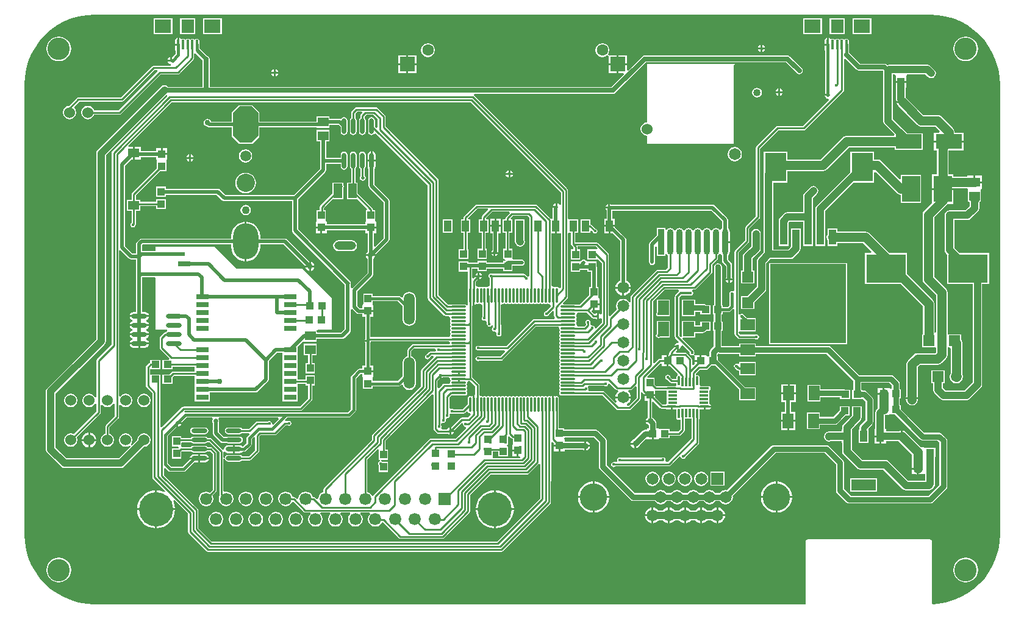
<source format=gtl>
G04 Layer_Physical_Order=1*
G04 Layer_Color=255*
%FSLAX25Y25*%
%MOIN*%
G70*
G01*
G75*
%ADD10R,0.08661X0.02362*%
%ADD11R,0.07087X0.02756*%
%ADD12C,0.06000*%
%ADD13R,0.03400X0.14000*%
%ADD14O,0.03400X0.14000*%
%ADD15C,0.06500*%
%ADD16O,0.01181X0.08268*%
%ADD17O,0.08268X0.01181*%
%ADD18R,0.06000X0.06000*%
%ADD19R,0.06000X0.06000*%
%ADD20R,0.09843X0.14173*%
G04:AMPARAMS|DCode=21|XSize=13mil|YSize=50mil|CornerRadius=0mil|HoleSize=0mil|Usage=FLASHONLY|Rotation=270.000|XOffset=0mil|YOffset=0mil|HoleType=Round|Shape=Octagon|*
%AMOCTAGOND21*
4,1,8,0.02500,0.00325,0.02500,-0.00325,0.02175,-0.00650,-0.02175,-0.00650,-0.02500,-0.00325,-0.02500,0.00325,-0.02175,0.00650,0.02175,0.00650,0.02500,0.00325,0.0*
%
%ADD21OCTAGOND21*%

%ADD22R,0.05000X0.01339*%
G04:AMPARAMS|DCode=23|XSize=13.39mil|YSize=50mil|CornerRadius=0mil|HoleSize=0mil|Usage=FLASHONLY|Rotation=270.000|XOffset=0mil|YOffset=0mil|HoleType=Round|Shape=Octagon|*
%AMOCTAGOND23*
4,1,8,0.02500,0.00335,0.02500,-0.00335,0.02165,-0.00669,-0.02165,-0.00669,-0.02500,-0.00335,-0.02500,0.00335,-0.02165,0.00669,0.02165,0.00669,0.02500,0.00335,0.0*
%
%ADD23OCTAGOND23*%

G04:AMPARAMS|DCode=24|XSize=13.39mil|YSize=50mil|CornerRadius=0mil|HoleSize=0mil|Usage=FLASHONLY|Rotation=0.000|XOffset=0mil|YOffset=0mil|HoleType=Round|Shape=Octagon|*
%AMOCTAGOND24*
4,1,8,-0.00335,0.02500,0.00335,0.02500,0.00669,0.02165,0.00669,-0.02165,0.00335,-0.02500,-0.00335,-0.02500,-0.00669,-0.02165,-0.00669,0.02165,-0.00335,0.02500,0.0*
%
%ADD24OCTAGOND24*%

%ADD25R,0.01339X0.05000*%
G04:AMPARAMS|DCode=26|XSize=13mil|YSize=50mil|CornerRadius=0mil|HoleSize=0mil|Usage=FLASHONLY|Rotation=180.000|XOffset=0mil|YOffset=0mil|HoleType=Round|Shape=Octagon|*
%AMOCTAGOND26*
4,1,8,0.00325,-0.02500,-0.00325,-0.02500,-0.00650,-0.02175,-0.00650,0.02175,-0.00325,0.02500,0.00325,0.02500,0.00650,0.02175,0.00650,-0.02175,0.00325,-0.02500,0.0*
%
%ADD26OCTAGOND26*%

%ADD27R,0.04331X0.03937*%
%ADD28R,0.05906X0.05118*%
%ADD29O,0.13780X0.19685*%
G04:AMPARAMS|DCode=30|XSize=137.8mil|YSize=196.85mil|CornerRadius=0mil|HoleSize=0mil|Usage=FLASHONLY|Rotation=180.000|XOffset=0mil|YOffset=0mil|HoleType=Round|Shape=Octagon|*
%AMOCTAGOND30*
4,1,8,0.03445,-0.09843,-0.03445,-0.09843,-0.06890,-0.06398,-0.06890,0.06398,-0.03445,0.09843,0.03445,0.09843,0.06890,0.06398,0.06890,-0.06398,0.03445,-0.09843,0.0*
%
%ADD30OCTAGOND30*%

%ADD31R,0.07087X0.03150*%
%ADD32O,0.05906X0.17323*%
%ADD33O,0.11811X0.04724*%
%ADD34R,0.04724X0.07874*%
%ADD35R,0.06000X0.05000*%
%ADD36R,0.14173X0.07874*%
%ADD37R,0.03937X0.04331*%
%ADD38O,0.08661X0.02362*%
%ADD39O,0.02362X0.08661*%
%ADD40R,0.04331X0.06102*%
%ADD41R,0.04331X0.06102*%
%ADD42R,0.13583X0.06102*%
%ADD43R,0.21654X0.15748*%
%ADD44R,0.11811X0.15748*%
%ADD45R,0.07874X0.07874*%
%ADD46R,0.03937X0.05906*%
%ADD47R,0.04134X0.08268*%
%ADD48R,0.41339X0.43307*%
%ADD49R,0.07087X0.07480*%
%ADD50R,0.09000X0.07480*%
G04:AMPARAMS|DCode=51|XSize=53.15mil|YSize=15.75mil|CornerRadius=0mil|HoleSize=0mil|Usage=FLASHONLY|Rotation=270.000|XOffset=0mil|YOffset=0mil|HoleType=Round|Shape=Octagon|*
%AMOCTAGOND51*
4,1,8,-0.00394,-0.02658,0.00394,-0.02658,0.00787,-0.02264,0.00787,0.02264,0.00394,0.02658,-0.00394,0.02658,-0.00787,0.02264,-0.00787,-0.02264,-0.00394,-0.02658,0.0*
%
%ADD51OCTAGOND51*%

%ADD52R,0.05906X0.07874*%
%ADD53R,0.07874X0.05906*%
%ADD54C,0.02000*%
%ADD55C,0.01000*%
%ADD56C,0.02500*%
%ADD57C,0.05000*%
%ADD58C,0.04000*%
%ADD59C,0.02200*%
%ADD60C,0.01800*%
%ADD61C,0.01500*%
%ADD62C,0.03000*%
%ADD63C,0.01200*%
%ADD64C,0.06654*%
%ADD65R,0.06654X0.06654*%
%ADD66C,0.18740*%
%ADD67C,0.06000*%
%ADD68C,0.12205*%
%ADD69C,0.04331*%
%ADD70C,0.05906*%
%ADD71C,0.10000*%
%ADD72C,0.06500*%
%ADD73C,0.15000*%
%ADD74R,0.06500X0.06500*%
%ADD75C,0.05906*%
%ADD76R,0.05906X0.05906*%
%ADD77C,0.06299*%
%ADD78C,0.04000*%
%ADD79C,0.01500*%
%ADD80C,0.02000*%
%ADD81C,0.03000*%
%ADD82C,0.03500*%
%ADD83C,0.02500*%
G36*
X474585Y53357D02*
X478814Y52638D01*
X482935Y51451D01*
X486898Y49810D01*
X490653Y47735D01*
X494151Y45252D01*
X497349Y42394D01*
X500207Y39196D01*
X502690Y35698D01*
X504764Y31943D01*
X506406Y27981D01*
X507593Y23859D01*
X508312Y19630D01*
X508552Y15354D01*
X508551Y15347D01*
Y-230795D01*
X508552Y-230801D01*
X508312Y-235077D01*
X507593Y-239306D01*
X506406Y-243428D01*
X504764Y-247391D01*
X502690Y-251145D01*
X500207Y-254643D01*
X497349Y-257842D01*
X494151Y-260700D01*
X490653Y-263182D01*
X486898Y-265257D01*
X482935Y-266898D01*
X478814Y-268086D01*
X474585Y-268804D01*
X472005Y-268949D01*
X471424Y-268400D01*
Y-234732D01*
X471338Y-234302D01*
X471095Y-233939D01*
X470731Y-233695D01*
X470302Y-233610D01*
X403373D01*
X402944Y-233695D01*
X402580Y-233939D01*
X402337Y-234302D01*
X402251Y-234732D01*
Y-269043D01*
X13609D01*
X13602Y-269044D01*
X9326Y-268804D01*
X5098Y-268086D01*
X976Y-266898D01*
X-2987Y-265257D01*
X-6741Y-263182D01*
X-10239Y-260700D01*
X-13438Y-257842D01*
X-16296Y-254643D01*
X-18778Y-251145D01*
X-20853Y-247391D01*
X-22495Y-243428D01*
X-23682Y-239306D01*
X-24400Y-235077D01*
X-24641Y-230801D01*
X-24639Y-230795D01*
Y15347D01*
X-24641Y15354D01*
X-24400Y19630D01*
X-23682Y23859D01*
X-22495Y27981D01*
X-20853Y31943D01*
X-18778Y35698D01*
X-16296Y39196D01*
X-13438Y42394D01*
X-10239Y45252D01*
X-6741Y47735D01*
X-2987Y49810D01*
X976Y51451D01*
X5098Y52638D01*
X9326Y53357D01*
X13602Y53597D01*
X13609Y53596D01*
X470302D01*
X470309Y53597D01*
X474585Y53357D01*
D02*
G37*
%LPC*%
G36*
X43425Y-121900D02*
X32877D01*
X32947Y-122251D01*
X33429Y-122973D01*
X34150Y-123454D01*
X34340Y-123492D01*
Y-124308D01*
X34150Y-124346D01*
X33429Y-124828D01*
X32947Y-125549D01*
X32877Y-125900D01*
X43425D01*
X43355Y-125549D01*
X42873Y-124828D01*
X42152Y-124346D01*
X41963Y-124308D01*
Y-123492D01*
X42152Y-123454D01*
X42873Y-122973D01*
X43355Y-122251D01*
X43425Y-121900D01*
D02*
G37*
G36*
X424869Y-82280D02*
X382331D01*
Y-126787D01*
X424869D01*
Y-82280D01*
D02*
G37*
G36*
X43425Y-126900D02*
X38651D01*
Y-128624D01*
X41301D01*
X42152Y-128454D01*
X42873Y-127972D01*
X43355Y-127251D01*
X43425Y-126900D01*
D02*
G37*
G36*
X483183Y-42400D02*
X471340D01*
Y-49690D01*
X467165Y-53865D01*
X466480Y-54890D01*
X466239Y-56100D01*
Y-91100D01*
X466480Y-92310D01*
X467165Y-93335D01*
X473639Y-99809D01*
Y-119978D01*
X472839Y-120562D01*
X472761Y-120537D01*
Y-104700D01*
X472520Y-103490D01*
X471835Y-102465D01*
X457627Y-88257D01*
Y-76826D01*
X447996D01*
X437201Y-66031D01*
X436176Y-65346D01*
X434966Y-65105D01*
X419653D01*
Y-63532D01*
X414319D01*
Y-66678D01*
X414066Y-67057D01*
X413825Y-68266D01*
X414066Y-69476D01*
X414319Y-69855D01*
Y-73000D01*
X419653D01*
Y-71427D01*
X433657D01*
X438317Y-76087D01*
X438011Y-76826D01*
X434773D01*
Y-93774D01*
X454204D01*
X466439Y-106009D01*
Y-121300D01*
X466000D01*
Y-128500D01*
X472839D01*
X473200Y-128500D01*
X473639Y-129118D01*
Y-131191D01*
X473191Y-131639D01*
X463600D01*
X462390Y-131880D01*
X461365Y-132565D01*
X458265Y-135665D01*
X457580Y-136690D01*
X457339Y-137900D01*
Y-155001D01*
X457280Y-155090D01*
X457139Y-155800D01*
X463661D01*
Y-139209D01*
X464909Y-137961D01*
X474500D01*
X475710Y-137720D01*
X476735Y-137035D01*
X479035Y-134735D01*
X479720Y-133710D01*
X479961Y-132500D01*
Y-129284D01*
X480000Y-128500D01*
X480974Y-128500D01*
X481539Y-129066D01*
Y-142936D01*
X481353Y-143214D01*
X481078Y-144600D01*
X481353Y-145986D01*
X482139Y-147161D01*
X483314Y-147947D01*
X484700Y-148222D01*
X486086Y-147947D01*
X487261Y-147161D01*
X488047Y-145986D01*
X488322Y-144600D01*
X488047Y-143214D01*
X487861Y-142936D01*
Y-126000D01*
X487620Y-124790D01*
X487200Y-124162D01*
Y-121300D01*
X480761D01*
X480000Y-121300D01*
X479961Y-120516D01*
Y-98500D01*
X479720Y-97290D01*
X479035Y-96265D01*
X472561Y-89791D01*
Y-57409D01*
X479496Y-50474D01*
X479822Y-49987D01*
X483183D01*
Y-42400D01*
D02*
G37*
G36*
X43425Y-116900D02*
X32877D01*
X32947Y-117251D01*
X33429Y-117973D01*
X34150Y-118455D01*
X34340Y-118492D01*
Y-119308D01*
X34150Y-119345D01*
X33429Y-119827D01*
X32947Y-120549D01*
X32877Y-120900D01*
X43425D01*
X43355Y-120549D01*
X42873Y-119827D01*
X42152Y-119345D01*
X41963Y-119308D01*
Y-118492D01*
X42152Y-118455D01*
X42873Y-117973D01*
X43355Y-117251D01*
X43425Y-116900D01*
D02*
G37*
G36*
X328173Y-113963D02*
X321068D01*
Y-120932D01*
X320927Y-121027D01*
X320628Y-121473D01*
X320524Y-122000D01*
X320628Y-122527D01*
X320927Y-122973D01*
X321373Y-123272D01*
X321900Y-123376D01*
X322427Y-123272D01*
X322778Y-123037D01*
X328173D01*
Y-113963D01*
D02*
G37*
G36*
X37651Y-126900D02*
X32877D01*
X32947Y-127251D01*
X33429Y-127972D01*
X34150Y-128454D01*
X35002Y-128624D01*
X37651D01*
Y-126900D01*
D02*
G37*
G36*
X700Y-153929D02*
X-705Y-154209D01*
X-1895Y-155005D01*
X-2691Y-156195D01*
X-2970Y-157600D01*
X-2691Y-159005D01*
X-1895Y-160196D01*
X-705Y-160991D01*
X700Y-161270D01*
X2105Y-160991D01*
X3295Y-160196D01*
X4091Y-159005D01*
X4371Y-157600D01*
X4091Y-156195D01*
X3295Y-155005D01*
X2105Y-154209D01*
X700Y-153929D01*
D02*
G37*
G36*
X11200Y-175275D02*
Y-178753D01*
X14679D01*
X14468Y-177693D01*
X13584Y-176370D01*
X12261Y-175486D01*
X11200Y-175275D01*
D02*
G37*
G36*
X10200D02*
X9139Y-175486D01*
X7816Y-176370D01*
X6932Y-177693D01*
X6721Y-178753D01*
X10200D01*
Y-175275D01*
D02*
G37*
G36*
X488687Y-16400D02*
X472513D01*
Y-20837D01*
X474101D01*
Y-33813D01*
X471340D01*
Y-41400D01*
X483183D01*
Y-41321D01*
X490647D01*
Y-41719D01*
X490956D01*
X491047Y-42481D01*
X491047Y-42519D01*
Y-48799D01*
X491807D01*
X491949Y-49012D01*
Y-51302D01*
X489702Y-53549D01*
X480900D01*
X479885Y-53751D01*
X479026Y-54325D01*
X478451Y-55186D01*
X478249Y-56200D01*
Y-75100D01*
X478451Y-76114D01*
X479026Y-76974D01*
X479673Y-77622D01*
Y-93774D01*
X493549D01*
Y-147602D01*
X489102Y-152049D01*
X478798D01*
X477351Y-150602D01*
Y-148153D01*
X478253D01*
Y-141047D01*
X471147D01*
Y-148153D01*
X472049D01*
Y-151700D01*
X472251Y-152715D01*
X472825Y-153575D01*
X475826Y-156574D01*
X476685Y-157149D01*
X477700Y-157351D01*
X490200D01*
X491215Y-157149D01*
X492074Y-156574D01*
X498074Y-150575D01*
X498649Y-149715D01*
X498851Y-148700D01*
Y-93774D01*
X502527D01*
Y-76826D01*
X486375D01*
X483551Y-74002D01*
Y-58851D01*
X490800D01*
X491815Y-58649D01*
X492674Y-58074D01*
X496475Y-54274D01*
X497049Y-53414D01*
X497251Y-52400D01*
Y-49012D01*
X497393Y-48799D01*
X498153D01*
Y-42519D01*
X498153Y-42481D01*
X498244Y-41719D01*
X498553D01*
Y-38660D01*
X494600D01*
Y-38160D01*
X494100D01*
Y-34601D01*
X490647D01*
Y-34999D01*
X483183D01*
Y-33813D01*
X480422D01*
Y-20837D01*
X488687D01*
Y-16400D01*
D02*
G37*
G36*
X463661Y-156800D02*
X457039D01*
X457280Y-158010D01*
X457965Y-159035D01*
X458265Y-159335D01*
X459290Y-160020D01*
X460500Y-160261D01*
X461710Y-160020D01*
X462735Y-159335D01*
X463420Y-158310D01*
X463661Y-157100D01*
Y-156800D01*
D02*
G37*
G36*
X40700Y-153929D02*
X39295Y-154209D01*
X38105Y-155005D01*
X37309Y-156195D01*
X37029Y-157600D01*
X37309Y-159005D01*
X38105Y-160196D01*
X39295Y-160991D01*
X40700Y-161270D01*
X42105Y-160991D01*
X43295Y-160196D01*
X44091Y-159005D01*
X44370Y-157600D01*
X44091Y-156195D01*
X43295Y-155005D01*
X42105Y-154209D01*
X40700Y-153929D01*
D02*
G37*
G36*
X284554Y-58547D02*
X279417D01*
Y-65653D01*
X284554D01*
Y-64886D01*
X285293Y-64579D01*
X285876Y-65162D01*
X285928Y-65427D01*
X286227Y-65873D01*
X286673Y-66172D01*
X287200Y-66276D01*
X287727Y-66172D01*
X288173Y-65873D01*
X288472Y-65427D01*
X288577Y-64900D01*
X288472Y-64373D01*
X288173Y-63927D01*
X287727Y-63628D01*
X287462Y-63576D01*
X285193Y-61307D01*
X284829Y-61064D01*
X284554Y-61009D01*
Y-58547D01*
D02*
G37*
G36*
X406600Y-40249D02*
X405585Y-40451D01*
X404726Y-41026D01*
X401725Y-44025D01*
X401151Y-44886D01*
X400949Y-45900D01*
Y-54432D01*
X392417D01*
X391403Y-54634D01*
X390542Y-55209D01*
X388340Y-57411D01*
X387765Y-58271D01*
X387563Y-59286D01*
Y-63532D01*
X387547D01*
Y-73000D01*
X392881D01*
Y-63532D01*
X392865D01*
Y-60384D01*
X393515Y-59734D01*
X400949D01*
Y-63532D01*
X400933D01*
Y-73000D01*
X406267D01*
Y-63532D01*
X406251D01*
Y-57083D01*
Y-46998D01*
X408474Y-44774D01*
X409049Y-43914D01*
X409251Y-42900D01*
X409049Y-41886D01*
X408474Y-41026D01*
X407615Y-40451D01*
X406600Y-40249D01*
D02*
G37*
G36*
X362440Y-91700D02*
X361000D01*
Y-93140D01*
X361280Y-93084D01*
X361942Y-92642D01*
X362384Y-91980D01*
X362440Y-91700D01*
D02*
G37*
G36*
X439728Y-21426D02*
X426717D01*
Y-32656D01*
X408418Y-50955D01*
X407844Y-51815D01*
X407642Y-52829D01*
Y-63532D01*
X407626D01*
Y-73000D01*
X412960D01*
Y-63532D01*
X412944D01*
Y-53927D01*
X428497Y-38374D01*
X439728D01*
Y-32807D01*
X440528Y-32476D01*
X452187Y-44135D01*
X453212Y-44820D01*
X454417Y-45060D01*
Y-49587D01*
X465460D01*
Y-34213D01*
X454417D01*
Y-36380D01*
X453678Y-36686D01*
X443557Y-26565D01*
X442532Y-25880D01*
X441322Y-25639D01*
X439728D01*
Y-21426D01*
D02*
G37*
G36*
X294500Y-50060D02*
X294220Y-50116D01*
X293558Y-50558D01*
X293116Y-51220D01*
X293060Y-51500D01*
X294500D01*
Y-50060D01*
D02*
G37*
G36*
X294675Y-62600D02*
X292206D01*
Y-66053D01*
X294675D01*
Y-62600D01*
D02*
G37*
G36*
X360000Y-91700D02*
X358560D01*
X358616Y-91980D01*
X359058Y-92642D01*
X359720Y-93084D01*
X360000Y-93140D01*
Y-91700D01*
D02*
G37*
G36*
X302100Y-96400D02*
X298379D01*
X298459Y-97009D01*
X298888Y-98043D01*
X299569Y-98931D01*
X300457Y-99612D01*
X301490Y-100041D01*
X302100Y-100121D01*
Y-96400D01*
D02*
G37*
G36*
X341953Y-102363D02*
X334847D01*
Y-111437D01*
X341953D01*
Y-109041D01*
X344835D01*
Y-110468D01*
X350365D01*
Y-105332D01*
X348032D01*
X347419Y-104922D01*
X346600Y-104759D01*
X341953D01*
Y-102363D01*
D02*
G37*
G36*
X43425Y-111900D02*
X32877D01*
X32947Y-112251D01*
X33429Y-112972D01*
X34150Y-113454D01*
X34340Y-113492D01*
Y-114308D01*
X34150Y-114346D01*
X33429Y-114828D01*
X32947Y-115549D01*
X32877Y-115900D01*
X43425D01*
X43355Y-115549D01*
X42873Y-114828D01*
X42152Y-114346D01*
X41963Y-114308D01*
Y-113492D01*
X42152Y-113454D01*
X42873Y-112972D01*
X43355Y-112251D01*
X43425Y-111900D01*
D02*
G37*
G36*
X375200Y-63649D02*
X374185Y-63851D01*
X373325Y-64425D01*
X372751Y-65285D01*
X372549Y-66300D01*
Y-73227D01*
X368725Y-77051D01*
X368151Y-77911D01*
X367949Y-78926D01*
Y-86400D01*
X367000D01*
Y-93600D01*
X374200D01*
Y-86400D01*
X373251D01*
Y-80023D01*
X377075Y-76200D01*
X377649Y-75340D01*
X377851Y-74326D01*
Y-66300D01*
X377649Y-65285D01*
X377075Y-64425D01*
X376215Y-63851D01*
X375200Y-63649D01*
D02*
G37*
G36*
X298143Y-62600D02*
X295675D01*
Y-66053D01*
X296820D01*
X300969Y-70201D01*
Y-91976D01*
X300457Y-92188D01*
X299569Y-92869D01*
X298888Y-93757D01*
X298459Y-94791D01*
X298379Y-95400D01*
X306821D01*
X306741Y-94791D01*
X306312Y-93757D01*
X305631Y-92869D01*
X304743Y-92188D01*
X304231Y-91976D01*
Y-69525D01*
X304107Y-68901D01*
X303753Y-68372D01*
X298143Y-62761D01*
Y-62600D01*
D02*
G37*
G36*
X306821Y-96400D02*
X303100D01*
Y-100121D01*
X303710Y-100041D01*
X304743Y-99612D01*
X305631Y-98931D01*
X306312Y-98043D01*
X306741Y-97009D01*
X306821Y-96400D01*
D02*
G37*
G36*
X294907Y-210900D02*
X286900D01*
Y-218907D01*
X288619Y-218681D01*
X290687Y-217825D01*
X292462Y-216462D01*
X293825Y-214687D01*
X294681Y-212619D01*
X294907Y-210900D01*
D02*
G37*
G36*
X285900D02*
X277892D01*
X278119Y-212619D01*
X278975Y-214687D01*
X280338Y-216462D01*
X282113Y-217825D01*
X284181Y-218681D01*
X285900Y-218907D01*
Y-210900D01*
D02*
G37*
G36*
X354616Y-216179D02*
Y-219900D01*
X358337D01*
X358257Y-219290D01*
X357829Y-218257D01*
X357148Y-217369D01*
X356260Y-216688D01*
X355226Y-216259D01*
X354616Y-216179D01*
D02*
G37*
G36*
X327042D02*
X326432Y-216259D01*
X325398Y-216688D01*
X324511Y-217369D01*
X324219Y-217749D01*
X322006D01*
X321715Y-217369D01*
X320827Y-216688D01*
X319793Y-216259D01*
X319183Y-216179D01*
Y-220400D01*
Y-224621D01*
X319793Y-224541D01*
X320827Y-224112D01*
X321715Y-223431D01*
X322006Y-223051D01*
X324219D01*
X324511Y-223431D01*
X325398Y-224112D01*
X326432Y-224541D01*
X327042Y-224621D01*
Y-220400D01*
Y-216179D01*
D02*
G37*
G36*
X394907Y-210900D02*
X386900D01*
Y-218907D01*
X388619Y-218681D01*
X390687Y-217825D01*
X392462Y-216462D01*
X393825Y-214687D01*
X394681Y-212619D01*
X394907Y-210900D01*
D02*
G37*
G36*
X385900D02*
X377892D01*
X378119Y-212619D01*
X378975Y-214687D01*
X380338Y-216462D01*
X382113Y-217825D01*
X384181Y-218681D01*
X385900Y-218907D01*
Y-210900D01*
D02*
G37*
G36*
X318183Y-216179D02*
X317574Y-216259D01*
X316540Y-216688D01*
X315652Y-217369D01*
X314971Y-218257D01*
X314543Y-219290D01*
X314463Y-219900D01*
X318183D01*
Y-216179D01*
D02*
G37*
G36*
X46778Y-217498D02*
X36907D01*
X37058Y-219031D01*
X37651Y-220986D01*
X38614Y-222788D01*
X39910Y-224367D01*
X41489Y-225663D01*
X43290Y-226625D01*
X45245Y-227219D01*
X46778Y-227369D01*
Y-217498D01*
D02*
G37*
G36*
X489789Y-243522D02*
X488039Y-243752D01*
X486409Y-244427D01*
X485009Y-245502D01*
X483934Y-246902D01*
X483259Y-248532D01*
X483029Y-250282D01*
X483259Y-252032D01*
X483934Y-253662D01*
X485009Y-255062D01*
X486409Y-256136D01*
X488039Y-256812D01*
X489789Y-257042D01*
X491539Y-256812D01*
X493169Y-256136D01*
X494569Y-255062D01*
X495644Y-253662D01*
X496319Y-252032D01*
X496549Y-250282D01*
X496319Y-248532D01*
X495644Y-246902D01*
X494569Y-245502D01*
X493169Y-244427D01*
X491539Y-243752D01*
X489789Y-243522D01*
D02*
G37*
G36*
X-5876D02*
X-7626Y-243752D01*
X-9257Y-244427D01*
X-10657Y-245502D01*
X-11731Y-246902D01*
X-12406Y-248532D01*
X-12637Y-250282D01*
X-12406Y-252032D01*
X-11731Y-253662D01*
X-10657Y-255062D01*
X-9257Y-256136D01*
X-7626Y-256812D01*
X-5876Y-257042D01*
X-4127Y-256812D01*
X-2496Y-256136D01*
X-1096Y-255062D01*
X-22Y-253662D01*
X654Y-252032D01*
X884Y-250282D01*
X654Y-248532D01*
X-22Y-246902D01*
X-1096Y-245502D01*
X-2496Y-244427D01*
X-4127Y-243752D01*
X-5876Y-243522D01*
D02*
G37*
G36*
X358337Y-220900D02*
X354616D01*
Y-224621D01*
X355226Y-224541D01*
X356260Y-224112D01*
X357148Y-223431D01*
X357829Y-222543D01*
X358257Y-221510D01*
X358337Y-220900D01*
D02*
G37*
G36*
X318183D02*
X314463D01*
X314543Y-221510D01*
X314971Y-222543D01*
X315652Y-223431D01*
X316540Y-224112D01*
X317574Y-224541D01*
X318183Y-224621D01*
Y-220900D01*
D02*
G37*
G36*
X57649Y-217498D02*
X47778D01*
Y-227369D01*
X49311Y-227219D01*
X51266Y-226625D01*
X53067Y-225663D01*
X54646Y-224367D01*
X55942Y-222788D01*
X56905Y-220986D01*
X57498Y-219031D01*
X57649Y-217498D01*
D02*
G37*
G36*
X284450Y-182900D02*
X282500D01*
Y-184850D01*
X282976Y-184755D01*
X283802Y-184202D01*
X284355Y-183376D01*
X284450Y-182900D01*
D02*
G37*
G36*
X267300Y-182700D02*
X264831D01*
Y-185365D01*
X267300D01*
Y-182700D01*
D02*
G37*
G36*
X386900Y-201892D02*
Y-209900D01*
X394907D01*
X394681Y-208181D01*
X393825Y-206113D01*
X392462Y-204338D01*
X390687Y-202975D01*
X388619Y-202119D01*
X386900Y-201892D01*
D02*
G37*
G36*
X282500Y-179950D02*
Y-181900D01*
X284450D01*
X284355Y-181424D01*
X283802Y-180598D01*
X282976Y-180045D01*
X282500Y-179950D01*
D02*
G37*
G36*
X14679Y-179753D02*
X11200D01*
Y-183232D01*
X12261Y-183021D01*
X13584Y-182137D01*
X14468Y-180814D01*
X14679Y-179753D01*
D02*
G37*
G36*
X10200D02*
X6721D01*
X6932Y-180814D01*
X7816Y-182137D01*
X9139Y-183021D01*
X10200Y-183232D01*
Y-179753D01*
D02*
G37*
G36*
X385900Y-201892D02*
X384181Y-202119D01*
X382113Y-202975D01*
X380338Y-204338D01*
X378975Y-206113D01*
X378119Y-208181D01*
X377892Y-209900D01*
X385900D01*
Y-201892D01*
D02*
G37*
G36*
X353616Y-216179D02*
X353007Y-216259D01*
X351973Y-216688D01*
X351085Y-217369D01*
X350794Y-217749D01*
X348581D01*
X348289Y-217369D01*
X347402Y-216688D01*
X346368Y-216259D01*
X345758Y-216179D01*
Y-220400D01*
Y-224621D01*
X346368Y-224541D01*
X347402Y-224112D01*
X348289Y-223431D01*
X348581Y-223051D01*
X350794D01*
X351085Y-223431D01*
X351973Y-224112D01*
X353007Y-224541D01*
X353616Y-224621D01*
Y-220400D01*
Y-216179D01*
D02*
G37*
G36*
X344758D02*
X344149Y-216259D01*
X343115Y-216688D01*
X342227Y-217369D01*
X341935Y-217749D01*
X339723D01*
X339431Y-217369D01*
X338543Y-216688D01*
X337509Y-216259D01*
X336900Y-216179D01*
Y-220400D01*
Y-224621D01*
X337509Y-224541D01*
X338543Y-224112D01*
X339431Y-223431D01*
X339723Y-223051D01*
X341935D01*
X342227Y-223431D01*
X343115Y-224112D01*
X344149Y-224541D01*
X344758Y-224621D01*
Y-220400D01*
Y-216179D01*
D02*
G37*
G36*
X335900D02*
X335291Y-216259D01*
X334257Y-216688D01*
X333369Y-217369D01*
X333077Y-217749D01*
X330865D01*
X330573Y-217369D01*
X329685Y-216688D01*
X328651Y-216259D01*
X328042Y-216179D01*
Y-220400D01*
Y-224621D01*
X328651Y-224541D01*
X329685Y-224112D01*
X330573Y-223431D01*
X330865Y-223051D01*
X333077D01*
X333369Y-223431D01*
X334257Y-224112D01*
X335291Y-224541D01*
X335900Y-224621D01*
Y-220400D01*
Y-216179D01*
D02*
G37*
G36*
X286900Y-201892D02*
Y-209900D01*
X294907D01*
X294681Y-208181D01*
X293825Y-206113D01*
X292462Y-204338D01*
X290687Y-202975D01*
X288619Y-202119D01*
X286900Y-201892D01*
D02*
G37*
G36*
X285900D02*
X284181Y-202119D01*
X282113Y-202975D01*
X280338Y-204338D01*
X278975Y-206113D01*
X278119Y-208181D01*
X277892Y-209900D01*
X285900D01*
Y-201892D01*
D02*
G37*
G36*
X46778Y-206627D02*
X45245Y-206778D01*
X43290Y-207371D01*
X41489Y-208334D01*
X39910Y-209630D01*
X38614Y-211209D01*
X37651Y-213011D01*
X37058Y-214966D01*
X36907Y-216498D01*
X46778D01*
Y-206627D01*
D02*
G37*
G36*
X189537Y25900D02*
X185100D01*
Y21463D01*
X189537D01*
Y25900D01*
D02*
G37*
G36*
X299100D02*
X294663D01*
Y21463D01*
X299100D01*
Y25900D01*
D02*
G37*
G36*
X415376Y40758D02*
X414982D01*
Y37100D01*
X414482D01*
Y36600D01*
X412695D01*
Y34336D01*
X413105Y33925D01*
Y10664D01*
X412916Y10380D01*
X412860Y10100D01*
X414800D01*
Y9100D01*
X412860D01*
X412916Y8820D01*
X413358Y8158D01*
X414020Y7716D01*
X414669Y7587D01*
X414897Y7181D01*
X414998Y6785D01*
X400735Y-7478D01*
X386900D01*
X386471Y-7564D01*
X386107Y-7807D01*
X386107Y-7807D01*
X375457Y-18457D01*
X375214Y-18821D01*
X375128Y-19250D01*
X375129Y-19250D01*
Y-56785D01*
X369607Y-62307D01*
X369364Y-62671D01*
X369278Y-63100D01*
X369279Y-63100D01*
Y-69935D01*
X363807Y-75407D01*
X363564Y-75771D01*
X363478Y-76200D01*
X363478Y-76200D01*
Y-97335D01*
X362679Y-97763D01*
X362627Y-97728D01*
X362100Y-97624D01*
X361573Y-97728D01*
X361127Y-98027D01*
X360828Y-98473D01*
X360723Y-99000D01*
Y-105430D01*
X359630Y-106524D01*
X357058D01*
Y-105332D01*
X356541D01*
Y-84600D01*
X356378Y-83781D01*
X355914Y-83086D01*
X355219Y-82622D01*
X354400Y-82459D01*
X353581Y-82622D01*
X352886Y-83086D01*
X352422Y-83781D01*
X352259Y-84600D01*
Y-105332D01*
X351528D01*
Y-110468D01*
X352152D01*
Y-114331D01*
X351528D01*
Y-119468D01*
X352152D01*
Y-127913D01*
X350386Y-129679D01*
X349922Y-130374D01*
X349759Y-131193D01*
Y-133332D01*
X348835D01*
Y-133332D01*
X348072Y-133240D01*
Y-132931D01*
X345407D01*
Y-135900D01*
X344907D01*
Y-136400D01*
X341742D01*
Y-137479D01*
X340961Y-138260D01*
X340222Y-137954D01*
Y-135100D01*
X340136Y-134671D01*
X339893Y-134307D01*
X339893Y-134307D01*
X337393Y-131807D01*
X337029Y-131564D01*
X336600Y-131478D01*
X336600Y-131478D01*
X331553D01*
X331247Y-130739D01*
X332000Y-129986D01*
Y-128400D01*
X330414D01*
X328107Y-130707D01*
X327864Y-131071D01*
X327778Y-131500D01*
X327779Y-131500D01*
Y-132135D01*
X327407Y-132507D01*
Y-135900D01*
Y-138868D01*
X328290D01*
X332434Y-143013D01*
X332277Y-143988D01*
X331831Y-144435D01*
Y-145778D01*
X329465D01*
X328324Y-144638D01*
X328272Y-144373D01*
X327973Y-143927D01*
X327527Y-143628D01*
X327000Y-143524D01*
X326473Y-143628D01*
X326027Y-143927D01*
X325728Y-144373D01*
X325623Y-144900D01*
X325728Y-145427D01*
X326027Y-145873D01*
X326473Y-146172D01*
X326738Y-146224D01*
X328207Y-147693D01*
X328207Y-147693D01*
X328571Y-147936D01*
X329000Y-148022D01*
X329000Y-148022D01*
X331831D01*
Y-148941D01*
X331639Y-149439D01*
X331141Y-149631D01*
X326635D01*
X326487Y-149778D01*
X320765D01*
X319769Y-148782D01*
Y-145035D01*
X316097D01*
X315791Y-144296D01*
X322942Y-137144D01*
X323742Y-137318D01*
Y-138868D01*
X326407D01*
Y-135900D01*
Y-132931D01*
X323742D01*
Y-134778D01*
X322600D01*
X322600Y-134778D01*
X322171Y-134864D01*
X321807Y-135107D01*
X319661Y-137253D01*
X318921Y-136947D01*
Y-103381D01*
X320500Y-101803D01*
X321068Y-102366D01*
X321068Y-103162D01*
Y-109315D01*
X320828Y-109673D01*
X320724Y-110200D01*
X320828Y-110727D01*
X321068Y-111085D01*
Y-111437D01*
X321521D01*
X321573Y-111472D01*
X322100Y-111576D01*
X322627Y-111472D01*
X322679Y-111437D01*
X328173D01*
Y-102363D01*
X321868D01*
X321071Y-102363D01*
X320508Y-101795D01*
X325373Y-96930D01*
X332850D01*
X332971Y-97082D01*
X333135Y-97935D01*
X331135Y-99935D01*
X330870Y-100332D01*
X330777Y-100800D01*
Y-122600D01*
X330870Y-123068D01*
X331135Y-123465D01*
X333086Y-125417D01*
X332692Y-126154D01*
X332500Y-126116D01*
X331817Y-126251D01*
X331238Y-126638D01*
X330852Y-127217D01*
X330815Y-127400D01*
X332500D01*
Y-127900D01*
X333000D01*
Y-129585D01*
X333183Y-129549D01*
X333762Y-129162D01*
X334149Y-128583D01*
X334284Y-127900D01*
X334246Y-127708D01*
X334983Y-127314D01*
X338881Y-131211D01*
X338824Y-131500D01*
X338928Y-132027D01*
X339227Y-132473D01*
X339673Y-132772D01*
X340200Y-132876D01*
X340651Y-132787D01*
X340727Y-132772D01*
X340749Y-132764D01*
X341114Y-132697D01*
X341156Y-132708D01*
X341660Y-133078D01*
X341742Y-133380D01*
X341742Y-133668D01*
Y-135400D01*
X344407D01*
Y-132931D01*
X342537D01*
X342325Y-132931D01*
X341938Y-132880D01*
X341676Y-132774D01*
X341653Y-132748D01*
X341522Y-132405D01*
X341473Y-132080D01*
X341472Y-132027D01*
X341497Y-131898D01*
X341577Y-131500D01*
X341472Y-130973D01*
X341424Y-130901D01*
Y-130800D01*
X341330Y-130332D01*
X341065Y-129935D01*
X334967Y-123837D01*
X335299Y-123037D01*
X335441Y-123037D01*
X335441Y-123037D01*
X335460Y-123037D01*
X341953D01*
Y-120641D01*
X346000D01*
X346819Y-120478D01*
X347514Y-120014D01*
X348060Y-119468D01*
X350365D01*
Y-114331D01*
X344835D01*
Y-116359D01*
X341953D01*
Y-113963D01*
X334847D01*
X334847Y-122424D01*
Y-122443D01*
Y-122443D01*
X334847Y-122586D01*
X334604Y-122686D01*
X334047Y-122917D01*
X333224Y-122093D01*
Y-101307D01*
X334507Y-100023D01*
X338901D01*
X338973Y-100072D01*
X339500Y-100176D01*
X340027Y-100072D01*
X340473Y-99773D01*
X340772Y-99327D01*
X340877Y-98800D01*
X340772Y-98273D01*
X340473Y-97827D01*
X340328Y-97730D01*
X340571Y-96930D01*
X341692D01*
X341692Y-96930D01*
X342121Y-96845D01*
X342485Y-96601D01*
X350893Y-88193D01*
X351136Y-87829D01*
X351222Y-87400D01*
X351221Y-87400D01*
Y-83365D01*
X354093Y-80493D01*
X354093Y-80493D01*
X354336Y-80129D01*
X354421Y-79700D01*
Y-78117D01*
X354958Y-77758D01*
X355085Y-77568D01*
X356041Y-77578D01*
X356353Y-78047D01*
X356669Y-78257D01*
Y-81100D01*
X356793Y-81724D01*
X357147Y-82253D01*
X358869Y-83976D01*
Y-90042D01*
X358616Y-90420D01*
X358560Y-90700D01*
X362440D01*
X362384Y-90420D01*
X362131Y-90042D01*
Y-83300D01*
X362007Y-82676D01*
X361653Y-82147D01*
X359931Y-80424D01*
Y-78257D01*
X360247Y-78047D01*
X360843Y-77153D01*
X361053Y-76100D01*
Y-71300D01*
X358300D01*
Y-70300D01*
X361053D01*
Y-65500D01*
X360843Y-64447D01*
X360247Y-63553D01*
X359931Y-63343D01*
Y-58800D01*
X359807Y-58176D01*
X359454Y-57647D01*
X352654Y-50846D01*
X352124Y-50493D01*
X351500Y-50369D01*
X296158D01*
X295780Y-50116D01*
X295500Y-50060D01*
Y-52000D01*
X295000D01*
Y-52500D01*
X293060D01*
X293116Y-52780D01*
X293543Y-53420D01*
Y-58147D01*
X292206D01*
Y-61600D01*
X298143D01*
Y-58147D01*
X296806D01*
Y-53631D01*
X350824D01*
X356669Y-59476D01*
Y-63343D01*
X356353Y-63553D01*
X356041Y-64022D01*
X355085Y-64032D01*
X354958Y-63842D01*
X354197Y-63333D01*
X353300Y-63155D01*
X352403Y-63333D01*
X351642Y-63842D01*
X351244Y-64436D01*
X350935Y-64503D01*
X350665D01*
X350356Y-64436D01*
X349958Y-63842D01*
X349197Y-63333D01*
X348300Y-63155D01*
X347403Y-63333D01*
X346642Y-63842D01*
X346245Y-64436D01*
X345935Y-64503D01*
X345665D01*
X345356Y-64436D01*
X344958Y-63842D01*
X344197Y-63333D01*
X343300Y-63155D01*
X342403Y-63333D01*
X341642Y-63842D01*
X341245Y-64436D01*
X340935Y-64503D01*
X340665D01*
X340355Y-64436D01*
X339958Y-63842D01*
X339197Y-63333D01*
X338300Y-63155D01*
X337403Y-63333D01*
X336642Y-63842D01*
X336245Y-64436D01*
X335935Y-64503D01*
X335665D01*
X335355Y-64436D01*
X334958Y-63842D01*
X334197Y-63333D01*
X333300Y-63155D01*
X332403Y-63333D01*
X331642Y-63842D01*
X331244Y-64436D01*
X330935Y-64503D01*
X330665D01*
X330356Y-64436D01*
X329958Y-63842D01*
X329197Y-63333D01*
X328300Y-63155D01*
X327403Y-63333D01*
X326642Y-63842D01*
X326377Y-64238D01*
X325577Y-63995D01*
Y-63082D01*
X320977D01*
Y-67075D01*
X317247Y-70806D01*
X316893Y-71335D01*
X316769Y-71959D01*
Y-81900D01*
X316893Y-82524D01*
X317247Y-83053D01*
X317776Y-83407D01*
X318400Y-83531D01*
X319024Y-83407D01*
X319553Y-83053D01*
X319907Y-82524D01*
X320031Y-81900D01*
Y-73208D01*
X320177Y-73111D01*
X320977Y-73539D01*
Y-78282D01*
X325577D01*
Y-77605D01*
X326377Y-77362D01*
X326642Y-77758D01*
X327179Y-78117D01*
Y-84835D01*
X325985Y-86028D01*
X321450D01*
X321021Y-86114D01*
X320657Y-86357D01*
X320657Y-86357D01*
X307207Y-99807D01*
X306964Y-100171D01*
X306958Y-100201D01*
X306814Y-100417D01*
X306728Y-100846D01*
X306729Y-100846D01*
Y-103709D01*
X305928Y-103952D01*
X305376Y-103124D01*
X304102Y-102273D01*
X302600Y-101975D01*
X301098Y-102273D01*
X299824Y-103124D01*
X298973Y-104398D01*
X298675Y-105900D01*
X298973Y-107402D01*
X299189Y-107725D01*
X295621Y-111292D01*
X294822Y-110961D01*
Y-77709D01*
X294822Y-77709D01*
X294736Y-77279D01*
X294493Y-76915D01*
X294493Y-76915D01*
X288859Y-71281D01*
X288495Y-71038D01*
X288066Y-70952D01*
X288066Y-70952D01*
X276414D01*
Y-65653D01*
X277861D01*
Y-58547D01*
X272724D01*
X272521Y-57831D01*
Y-42496D01*
X272522Y-42496D01*
X272436Y-42067D01*
X272193Y-41703D01*
X272193Y-41703D01*
X221197Y9293D01*
X221017Y9414D01*
X221216Y10214D01*
X297169D01*
X297891Y10357D01*
X298503Y10766D01*
X315201Y27464D01*
X391569D01*
X397566Y21466D01*
X398178Y21057D01*
X398900Y20914D01*
X399622Y21057D01*
X400234Y21466D01*
X400643Y22078D01*
X400786Y22800D01*
X400643Y23522D01*
X400234Y24134D01*
X393684Y30684D01*
X393072Y31093D01*
X392350Y31236D01*
X314420D01*
X313698Y31093D01*
X313086Y30684D01*
X305276Y22874D01*
X304537Y23180D01*
Y25900D01*
X300100D01*
Y21463D01*
X302820D01*
X303126Y20724D01*
X296388Y13986D01*
X76586D01*
Y29100D01*
X76443Y29822D01*
X76034Y30434D01*
X75422Y30843D01*
X75405Y30846D01*
X71626Y34626D01*
X71105Y34973D01*
Y39664D01*
X70412Y40358D01*
X69024D01*
X68439Y39772D01*
X67853Y40358D01*
X66465D01*
X65879Y39772D01*
X65294Y40358D01*
X63906D01*
X63320Y39772D01*
X62735Y40358D01*
X61347D01*
X61061Y40072D01*
X60376Y40758D01*
X59982D01*
Y37100D01*
X59482D01*
Y36600D01*
X57695D01*
Y34336D01*
X58105Y33925D01*
Y32152D01*
X56261Y30308D01*
X56100Y30340D01*
Y28400D01*
X55600D01*
Y27900D01*
X53660D01*
X53716Y27620D01*
X54158Y26958D01*
X54820Y26516D01*
X55142Y26452D01*
X55295Y26421D01*
X55216Y25626D01*
X55180Y25622D01*
X46000D01*
X46000Y25622D01*
X45571Y25536D01*
X45207Y25293D01*
X45207Y25293D01*
X28135Y8222D01*
X4800D01*
X4800Y8222D01*
X4371Y8136D01*
X4007Y7893D01*
X4007Y7893D01*
X-269Y3617D01*
X-1405Y3391D01*
X-2596Y2596D01*
X-3391Y1405D01*
X-3670Y0D01*
X-3391Y-1405D01*
X-2596Y-2596D01*
X-1405Y-3391D01*
X0Y-3670D01*
X1405Y-3391D01*
X2596Y-2596D01*
X3391Y-1405D01*
X3670Y0D01*
X3391Y1405D01*
X2596Y2595D01*
X2531Y3245D01*
X5265Y5979D01*
X28600D01*
X28600Y5978D01*
X29029Y6064D01*
X29393Y6307D01*
X46465Y23379D01*
X47889D01*
X48192Y22579D01*
X26735Y1122D01*
X13447D01*
X13391Y1405D01*
X12596Y2596D01*
X11405Y3391D01*
X10000Y3670D01*
X8595Y3391D01*
X7405Y2596D01*
X6609Y1405D01*
X6329Y0D01*
X6609Y-1405D01*
X7405Y-2596D01*
X8595Y-3391D01*
X10000Y-3670D01*
X11405Y-3391D01*
X12596Y-2596D01*
X13391Y-1405D01*
X13447Y-1122D01*
X27200D01*
X27200Y-1122D01*
X27629Y-1036D01*
X27993Y-793D01*
X49665Y20878D01*
X59200D01*
X59200Y20878D01*
X59629Y20964D01*
X59993Y21207D01*
X67811Y29025D01*
X67811Y29025D01*
X68054Y29389D01*
X68140Y29818D01*
Y32283D01*
X68940Y32526D01*
X69174Y32174D01*
X72814Y28535D01*
Y13986D01*
X53984D01*
X53825Y14224D01*
X52965Y14799D01*
X51950Y15001D01*
X50936Y14799D01*
X50076Y14224D01*
X15426Y-20425D01*
X14851Y-21285D01*
X14649Y-22300D01*
Y-124002D01*
X-12075Y-150725D01*
X-12649Y-151585D01*
X-12851Y-152600D01*
Y-184300D01*
X-12649Y-185315D01*
X-12075Y-186174D01*
X-4474Y-193774D01*
X-3615Y-194349D01*
X-2600Y-194551D01*
X28054D01*
X29068Y-194349D01*
X29928Y-193774D01*
X40798Y-182905D01*
X42105Y-182645D01*
X43295Y-181849D01*
X44091Y-180658D01*
X44370Y-179253D01*
X44091Y-177849D01*
X43295Y-176658D01*
X42105Y-175862D01*
X40700Y-175583D01*
X39295Y-175862D01*
X38105Y-176658D01*
X37309Y-177849D01*
X37049Y-179156D01*
X34060Y-182144D01*
X33439Y-181634D01*
X33581Y-181422D01*
X34091Y-180658D01*
X34370Y-179253D01*
X34091Y-177849D01*
X33296Y-176658D01*
X32105Y-175862D01*
X30700Y-175583D01*
X29295Y-175862D01*
X28104Y-176658D01*
X27309Y-177849D01*
X27029Y-179253D01*
X27309Y-180658D01*
X28104Y-181849D01*
X29295Y-182645D01*
X30700Y-182924D01*
X32105Y-182645D01*
X32868Y-182134D01*
X33081Y-181993D01*
X33591Y-182614D01*
X26956Y-189249D01*
X-1502D01*
X-7549Y-183202D01*
Y-153698D01*
X19174Y-126974D01*
X19749Y-126114D01*
X19951Y-125100D01*
Y-23398D01*
X53160Y9811D01*
X53262Y9783D01*
X53497Y8887D01*
X23407Y-21203D01*
X23164Y-21567D01*
X23078Y-21996D01*
X23078Y-21996D01*
Y-126861D01*
X15107Y-134832D01*
X14864Y-135196D01*
X14778Y-135626D01*
X14778Y-135626D01*
Y-155862D01*
X13979Y-156027D01*
X13295Y-155005D01*
X12105Y-154209D01*
X10700Y-153929D01*
X9295Y-154209D01*
X8105Y-155005D01*
X7309Y-156195D01*
X7029Y-157600D01*
X7309Y-159005D01*
X8105Y-160196D01*
X9295Y-160991D01*
X10700Y-161270D01*
X12105Y-160991D01*
X13295Y-160196D01*
X13979Y-159173D01*
X14778Y-159338D01*
Y-163589D01*
X2345Y-176023D01*
X2105Y-175862D01*
X700Y-175583D01*
X-705Y-175862D01*
X-1895Y-176658D01*
X-2691Y-177849D01*
X-2970Y-179253D01*
X-2691Y-180658D01*
X-1895Y-181849D01*
X-705Y-182645D01*
X700Y-182924D01*
X2105Y-182645D01*
X3295Y-181849D01*
X4091Y-180658D01*
X4371Y-179253D01*
X4091Y-177849D01*
X3931Y-177609D01*
X16693Y-164847D01*
X16693Y-164847D01*
X16936Y-164483D01*
X17022Y-164053D01*
X17021Y-164053D01*
Y-160015D01*
X17821Y-159772D01*
X18104Y-160196D01*
X19295Y-160991D01*
X20700Y-161270D01*
X22105Y-160991D01*
X23295Y-160196D01*
X23979Y-159173D01*
X24779Y-159338D01*
Y-166135D01*
X19907Y-171007D01*
X19664Y-171371D01*
X19578Y-171800D01*
X19579Y-171800D01*
Y-175806D01*
X19295Y-175862D01*
X18104Y-176658D01*
X17309Y-177849D01*
X17030Y-179253D01*
X17309Y-180658D01*
X18104Y-181849D01*
X19295Y-182645D01*
X20700Y-182924D01*
X22105Y-182645D01*
X23295Y-181849D01*
X24091Y-180658D01*
X24371Y-179253D01*
X24091Y-177849D01*
X23295Y-176658D01*
X22105Y-175862D01*
X21822Y-175806D01*
Y-172265D01*
X26693Y-167393D01*
X26936Y-167029D01*
X27022Y-166600D01*
X27022Y-166600D01*
Y-160015D01*
X27822Y-159772D01*
X28104Y-160196D01*
X29295Y-160991D01*
X30700Y-161270D01*
X32105Y-160991D01*
X33296Y-160196D01*
X34091Y-159005D01*
X34370Y-157600D01*
X34091Y-156195D01*
X33296Y-155005D01*
X32105Y-154209D01*
X30700Y-153929D01*
X29295Y-154209D01*
X28104Y-155005D01*
X27822Y-155428D01*
X27022Y-155185D01*
Y-75425D01*
X27131Y-75342D01*
X27822Y-75129D01*
X32495Y-79802D01*
X33024Y-80156D01*
X33649Y-80280D01*
X36520D01*
Y-89549D01*
Y-109176D01*
X35002D01*
X34150Y-109345D01*
X33429Y-109827D01*
X32947Y-110549D01*
X32877Y-110900D01*
X43425D01*
X43355Y-110549D01*
X42873Y-109827D01*
X42152Y-109345D01*
X41301Y-109176D01*
X39783D01*
Y-90224D01*
X39976Y-90031D01*
X46459D01*
X47024Y-90598D01*
X46902Y-118182D01*
X46900Y-118700D01*
X47100Y-118900D01*
X47618Y-118900D01*
X53237D01*
X53316Y-119700D01*
X53204Y-119722D01*
X52615Y-120116D01*
X52507Y-120278D01*
X52400D01*
X52400Y-120278D01*
X51971Y-120364D01*
X51607Y-120607D01*
X51607Y-120607D01*
X49607Y-122607D01*
X49364Y-122971D01*
X49278Y-123400D01*
X49278Y-123400D01*
Y-128800D01*
X49278Y-128800D01*
X49364Y-129229D01*
X49607Y-129593D01*
X54545Y-134531D01*
X54214Y-135331D01*
X50835D01*
Y-140469D01*
X56365D01*
Y-139022D01*
X68457D01*
Y-141771D01*
X56608D01*
X56179Y-141856D01*
X55815Y-142099D01*
X55815Y-142099D01*
X54582Y-143332D01*
X50835D01*
Y-148468D01*
X56365D01*
Y-144721D01*
X57073Y-144014D01*
X68457D01*
Y-149398D01*
Y-153728D01*
Y-158059D01*
X76743D01*
Y-153185D01*
X101746D01*
X102371Y-153061D01*
X102900Y-152707D01*
X108454Y-147153D01*
X108807Y-146624D01*
X108931Y-146000D01*
X108931Y-146000D01*
Y-136076D01*
X113476Y-131531D01*
X116457D01*
Y-136406D01*
Y-140736D01*
Y-145067D01*
Y-149398D01*
Y-153728D01*
Y-158059D01*
X124743D01*
Y-153728D01*
Y-148344D01*
X129032D01*
Y-149358D01*
X130478D01*
Y-156335D01*
X125935Y-160878D01*
X62300D01*
X62300Y-160878D01*
X61871Y-160964D01*
X61507Y-161207D01*
X50422Y-172292D01*
X49622Y-171961D01*
Y-148468D01*
X49672D01*
Y-143332D01*
X44142D01*
X44017Y-142583D01*
Y-141217D01*
X44142Y-140469D01*
X49672D01*
Y-135331D01*
X44142D01*
Y-136830D01*
X43971Y-136864D01*
X43607Y-137107D01*
X43607Y-137107D01*
X42103Y-138611D01*
X41860Y-138975D01*
X41774Y-139404D01*
X41774Y-139404D01*
Y-149500D01*
X41774Y-149500D01*
X41860Y-149929D01*
X42103Y-150293D01*
X45378Y-153569D01*
Y-199608D01*
X45378Y-199608D01*
X45464Y-200038D01*
X45707Y-200401D01*
X52349Y-207043D01*
X51867Y-207693D01*
X51266Y-207371D01*
X49311Y-206778D01*
X47778Y-206627D01*
Y-216498D01*
X57649D01*
X57498Y-214966D01*
X56905Y-213011D01*
X56584Y-212409D01*
X57233Y-211928D01*
X64778Y-219473D01*
Y-229308D01*
X64778Y-229308D01*
X64864Y-229737D01*
X65107Y-230101D01*
X74999Y-239993D01*
X74999Y-239993D01*
X75362Y-240236D01*
X75792Y-240322D01*
X75792Y-240321D01*
X236004D01*
X236004Y-240322D01*
X236433Y-240236D01*
X236797Y-239993D01*
X262810Y-213981D01*
X263053Y-213617D01*
X263138Y-213188D01*
X263138Y-213188D01*
Y-201834D01*
X263143Y-201826D01*
X263229Y-201397D01*
X263229Y-201397D01*
Y-180346D01*
X264029Y-180015D01*
X264831Y-180818D01*
Y-181700D01*
X267800D01*
Y-182200D01*
X268300D01*
Y-185365D01*
X270768D01*
Y-184341D01*
X280405D01*
X281025Y-184755D01*
X281500Y-184850D01*
Y-182400D01*
Y-179950D01*
X281025Y-180045D01*
X281004Y-180059D01*
X270768D01*
Y-179035D01*
X270768D01*
X270517Y-178235D01*
X270866Y-177648D01*
X286420D01*
X289259Y-180487D01*
Y-193700D01*
X289422Y-194519D01*
X289886Y-195214D01*
X306586Y-211914D01*
X307281Y-212378D01*
X308100Y-212541D01*
X319984D01*
X320408Y-213176D01*
X321681Y-214027D01*
X323183Y-214325D01*
X324686Y-214027D01*
X325959Y-213176D01*
X326383Y-212541D01*
X328842D01*
X329266Y-213176D01*
X330539Y-214027D01*
X332042Y-214325D01*
X333544Y-214027D01*
X334817Y-213176D01*
X335241Y-212541D01*
X337700D01*
X338124Y-213176D01*
X339398Y-214027D01*
X340900Y-214325D01*
X342402Y-214027D01*
X343676Y-213176D01*
X344100Y-212541D01*
X346559D01*
X346983Y-213176D01*
X348256Y-214027D01*
X349758Y-214325D01*
X351260Y-214027D01*
X352534Y-213176D01*
X352958Y-212541D01*
X355417D01*
X355841Y-213176D01*
X357114Y-214027D01*
X358617Y-214325D01*
X360119Y-214027D01*
X361392Y-213176D01*
X362243Y-211902D01*
X362542Y-210400D01*
X362410Y-209735D01*
X385904Y-186241D01*
X412713D01*
X418959Y-192487D01*
Y-206800D01*
X419122Y-207619D01*
X419586Y-208314D01*
X424586Y-213314D01*
X425281Y-213778D01*
X426100Y-213941D01*
X470400D01*
X471219Y-213778D01*
X471914Y-213314D01*
X479114Y-206114D01*
X479578Y-205419D01*
X479741Y-204600D01*
Y-179600D01*
X479578Y-178781D01*
X479114Y-178086D01*
X476814Y-175786D01*
X476119Y-175322D01*
X475300Y-175159D01*
X467180D01*
X454358Y-162337D01*
Y-160031D01*
X453734D01*
Y-156468D01*
X454365D01*
Y-151331D01*
X453734D01*
Y-148393D01*
X453571Y-147573D01*
X453107Y-146879D01*
X450507Y-144279D01*
X449812Y-143815D01*
X448993Y-143652D01*
X431480D01*
X416214Y-128386D01*
X415519Y-127922D01*
X414700Y-127759D01*
X375137D01*
Y-126347D01*
X366063D01*
Y-127759D01*
X356434D01*
Y-119468D01*
X357058D01*
Y-114331D01*
X356434D01*
Y-110468D01*
X357058D01*
Y-109276D01*
X360200D01*
X360727Y-109172D01*
X361173Y-108873D01*
X362679Y-107368D01*
X363478Y-107700D01*
Y-121200D01*
X363478Y-121200D01*
X363564Y-121629D01*
X363807Y-121993D01*
X365307Y-123493D01*
X365671Y-123736D01*
X366100Y-123822D01*
X366100Y-123822D01*
X374749D01*
X374973Y-123972D01*
X375500Y-124076D01*
X376027Y-123972D01*
X376473Y-123673D01*
X376772Y-123227D01*
X376876Y-122700D01*
X376772Y-122173D01*
X376473Y-121727D01*
X376027Y-121428D01*
X375500Y-121324D01*
X374973Y-121428D01*
X374749Y-121578D01*
X366565D01*
X365722Y-120735D01*
Y-120332D01*
X366063Y-119673D01*
X366522Y-119673D01*
X375137D01*
Y-112568D01*
X370514D01*
X368473Y-110527D01*
X368027Y-110228D01*
X367500Y-110124D01*
X366973Y-110228D01*
X366527Y-110527D01*
X366522Y-110534D01*
X365722Y-110292D01*
Y-76665D01*
X371193Y-71193D01*
X371193Y-71193D01*
X371436Y-70829D01*
X371522Y-70400D01*
X371521Y-70400D01*
Y-63565D01*
X377043Y-58043D01*
X377286Y-57679D01*
X377372Y-57250D01*
X377372Y-57250D01*
Y-19715D01*
X387365Y-9722D01*
X401200D01*
X401200Y-9722D01*
X401629Y-9636D01*
X401993Y-9393D01*
X422952Y11566D01*
X422952Y11566D01*
X423195Y11930D01*
X423281Y12359D01*
Y29120D01*
X424081Y29452D01*
X430066Y23466D01*
X430678Y23057D01*
X431400Y22914D01*
X444719D01*
X444749Y22883D01*
Y-4700D01*
X444951Y-5714D01*
X445526Y-6575D01*
X450890Y-11939D01*
X450858Y-12739D01*
X424600D01*
X423390Y-12980D01*
X422365Y-13665D01*
X410391Y-25639D01*
X392483D01*
Y-21426D01*
X379472D01*
Y-33660D01*
X379449Y-33778D01*
Y-76502D01*
X376325Y-79625D01*
X375751Y-80485D01*
X375549Y-81500D01*
Y-95302D01*
X370451Y-100400D01*
X367000D01*
Y-107600D01*
X374200D01*
Y-104149D01*
X380075Y-98274D01*
X380649Y-97414D01*
X380851Y-96400D01*
Y-82598D01*
X383198Y-80251D01*
X393900D01*
X394915Y-80049D01*
X395775Y-79475D01*
X398782Y-76467D01*
X399356Y-75607D01*
X399558Y-74593D01*
Y-73000D01*
X399574D01*
Y-63532D01*
X394240D01*
Y-73000D01*
X394240Y-73000D01*
X394240D01*
X394240Y-73000D01*
X394036Y-73715D01*
X392802Y-74949D01*
X384751D01*
Y-38374D01*
X392483D01*
Y-31961D01*
X411700D01*
X412910Y-31720D01*
X413935Y-31035D01*
X425909Y-19061D01*
X450913D01*
Y-20437D01*
X466287D01*
Y-11363D01*
X457812D01*
X450051Y-3602D01*
Y20849D01*
X451148D01*
X451299Y20676D01*
X451532Y19972D01*
X451532D01*
Y17307D01*
X457469D01*
Y19972D01*
X457469D01*
X457701Y20676D01*
X457852Y20849D01*
X467802D01*
X469026Y19625D01*
X469885Y19051D01*
X470900Y18849D01*
X471914Y19051D01*
X472775Y19625D01*
X473349Y20485D01*
X473551Y21500D01*
X473349Y22514D01*
X472775Y23374D01*
X470775Y25374D01*
X469914Y25949D01*
X468900Y26151D01*
X457068D01*
Y26265D01*
X451931D01*
Y26151D01*
X448000D01*
X447013Y25955D01*
X446834Y26134D01*
X446222Y26543D01*
X445500Y26686D01*
X432181D01*
X426094Y32773D01*
Y34525D01*
X426105Y34536D01*
Y39664D01*
X425412Y40358D01*
X424024D01*
X423439Y39772D01*
X422853Y40358D01*
X421465D01*
X420880Y39772D01*
X420294Y40358D01*
X418906D01*
X418321Y39772D01*
X417735Y40358D01*
X416347D01*
X416061Y40072D01*
X415376Y40758D01*
D02*
G37*
G36*
X184100Y25900D02*
X179663D01*
Y21463D01*
X184100D01*
Y25900D01*
D02*
G37*
G36*
X111700Y23740D02*
X111420Y23684D01*
X110758Y23242D01*
X110316Y22580D01*
X110260Y22300D01*
X111700D01*
Y23740D01*
D02*
G37*
G36*
X184100Y31337D02*
X179663D01*
Y26900D01*
X184100D01*
Y31337D01*
D02*
G37*
G36*
X189537D02*
X185100D01*
Y26900D01*
X189537D01*
Y31337D01*
D02*
G37*
G36*
X375800Y13551D02*
X374785Y13349D01*
X373925Y12775D01*
X373351Y11914D01*
X373149Y10900D01*
X373351Y9886D01*
X373925Y9025D01*
X374785Y8451D01*
X375800Y8249D01*
X376815Y8451D01*
X377675Y9025D01*
X378249Y9886D01*
X378451Y10900D01*
X378249Y11914D01*
X377675Y12775D01*
X376815Y13349D01*
X375800Y13551D01*
D02*
G37*
G36*
X112700Y23740D02*
Y22300D01*
X114140D01*
X114084Y22580D01*
X113642Y23242D01*
X112980Y23684D01*
X112700Y23740D01*
D02*
G37*
G36*
X389740Y10700D02*
X388300D01*
Y9260D01*
X388580Y9316D01*
X389242Y9758D01*
X389684Y10420D01*
X389740Y10700D01*
D02*
G37*
G36*
X387300Y13140D02*
X387020Y13084D01*
X386358Y12642D01*
X385916Y11980D01*
X385860Y11700D01*
X387300D01*
Y13140D01*
D02*
G37*
G36*
Y10700D02*
X385860D01*
X385916Y10420D01*
X386358Y9758D01*
X387020Y9316D01*
X387300Y9260D01*
Y10700D01*
D02*
G37*
G36*
X363600Y26500D02*
X315600D01*
Y-5369D01*
X314395Y-5609D01*
X313205Y-6404D01*
X312409Y-7595D01*
X312129Y-9000D01*
X312409Y-10405D01*
X313205Y-11596D01*
X314395Y-12391D01*
X315600Y-12631D01*
Y-17000D01*
X363100D01*
Y26000D01*
X363600Y26500D01*
D02*
G37*
G36*
X388300Y13140D02*
Y11700D01*
X389740D01*
X389684Y11980D01*
X389242Y12642D01*
X388580Y13084D01*
X388300Y13140D01*
D02*
G37*
G36*
X111700Y21300D02*
X110260D01*
X110316Y21020D01*
X110758Y20358D01*
X111420Y19916D01*
X111700Y19860D01*
Y21300D01*
D02*
G37*
G36*
X114140D02*
X112700D01*
Y19860D01*
X112980Y19916D01*
X113642Y20358D01*
X114084Y21020D01*
X114140Y21300D01*
D02*
G37*
G36*
X363600Y-18875D02*
X362098Y-19173D01*
X360824Y-20024D01*
X359973Y-21298D01*
X359675Y-22800D01*
X359973Y-24302D01*
X360824Y-25576D01*
X362098Y-26427D01*
X363600Y-26725D01*
X365102Y-26427D01*
X366376Y-25576D01*
X367227Y-24302D01*
X367525Y-22800D01*
X367227Y-21298D01*
X366376Y-20024D01*
X365102Y-19173D01*
X363600Y-18875D01*
D02*
G37*
G36*
X457469Y16307D02*
X451532D01*
Y13642D01*
X451849D01*
Y7314D01*
X452051Y6300D01*
X455200D01*
Y5300D01*
X452139D01*
X452280Y4590D01*
X452965Y3565D01*
X463265Y-6735D01*
X464290Y-7420D01*
X465500Y-7661D01*
X472991D01*
X475554Y-10224D01*
X475248Y-10963D01*
X472513D01*
Y-15400D01*
X488687D01*
Y-10963D01*
X483761D01*
Y-10800D01*
X483520Y-9590D01*
X482835Y-8565D01*
X476535Y-2265D01*
X475510Y-1580D01*
X474300Y-1339D01*
X466809D01*
X457435Y8035D01*
X457151Y8225D01*
Y13642D01*
X457469D01*
Y16307D01*
D02*
G37*
G36*
X291238Y37940D02*
X289775Y37649D01*
X288534Y36820D01*
X287706Y35580D01*
X287415Y34117D01*
X287706Y32653D01*
X288534Y31413D01*
X289775Y30584D01*
X291238Y30294D01*
X292701Y30584D01*
X293833Y31341D01*
X293877Y31370D01*
X294196Y31286D01*
X294663Y31054D01*
X294663Y30615D01*
Y26900D01*
X299100D01*
Y31337D01*
X295396D01*
X294852Y31337D01*
X294334Y32001D01*
X294770Y32653D01*
X295061Y34117D01*
X294770Y35580D01*
X293941Y36820D01*
X292701Y37649D01*
X291238Y37940D01*
D02*
G37*
G36*
X56200Y51440D02*
X46000D01*
Y42760D01*
X56200D01*
Y51440D01*
D02*
G37*
G36*
X68743D02*
X60457D01*
Y42760D01*
X68743D01*
Y51440D01*
D02*
G37*
G36*
X58982Y40758D02*
X58588D01*
X57695Y39864D01*
Y37600D01*
X58982D01*
Y40758D01*
D02*
G37*
G36*
X413982D02*
X413588D01*
X412695Y39864D01*
Y37600D01*
X413982D01*
Y40758D01*
D02*
G37*
G36*
X83200Y51440D02*
X73000D01*
Y42760D01*
X83200D01*
Y51440D01*
D02*
G37*
G36*
X423743D02*
X415457D01*
Y42760D01*
X423743D01*
Y51440D01*
D02*
G37*
G36*
X438200D02*
X428000D01*
Y42760D01*
X438200D01*
Y51440D01*
D02*
G37*
G36*
X498553Y-34601D02*
X495100D01*
Y-37660D01*
X498553D01*
Y-34601D01*
D02*
G37*
G36*
X411200Y51440D02*
X401000D01*
Y42760D01*
X411200D01*
Y51440D01*
D02*
G37*
G36*
X378700Y36940D02*
Y35500D01*
X380140D01*
X380084Y35780D01*
X379642Y36442D01*
X378980Y36884D01*
X378700Y36940D01*
D02*
G37*
G36*
X55100Y30340D02*
X54820Y30284D01*
X54158Y29842D01*
X53716Y29180D01*
X53660Y28900D01*
X55100D01*
Y30340D01*
D02*
G37*
G36*
X300100Y31337D02*
Y26900D01*
X304537D01*
Y31337D01*
X300100D01*
D02*
G37*
G36*
X-5876Y41596D02*
X-7626Y41366D01*
X-9257Y40691D01*
X-10657Y39616D01*
X-11731Y38216D01*
X-12406Y36586D01*
X-12637Y34836D01*
X-12406Y33086D01*
X-11731Y31456D01*
X-10657Y30056D01*
X-9257Y28982D01*
X-7626Y28306D01*
X-5876Y28076D01*
X-4127Y28306D01*
X-2496Y28982D01*
X-1096Y30056D01*
X-22Y31456D01*
X654Y33086D01*
X884Y34836D01*
X654Y36586D01*
X-22Y38216D01*
X-1096Y39616D01*
X-2496Y40691D01*
X-4127Y41366D01*
X-5876Y41596D01*
D02*
G37*
G36*
X489789D02*
X488039Y41366D01*
X486409Y40691D01*
X485009Y39616D01*
X483934Y38216D01*
X483259Y36586D01*
X483029Y34836D01*
X483259Y33086D01*
X483934Y31456D01*
X485009Y30056D01*
X486409Y28982D01*
X488039Y28306D01*
X489789Y28076D01*
X491539Y28306D01*
X493169Y28982D01*
X494569Y30056D01*
X495644Y31456D01*
X496319Y33086D01*
X496549Y34836D01*
X496319Y36586D01*
X495644Y38216D01*
X494569Y39616D01*
X493169Y40691D01*
X491539Y41366D01*
X489789Y41596D01*
D02*
G37*
G36*
X195962Y37940D02*
X194499Y37649D01*
X193259Y36820D01*
X192430Y35580D01*
X192139Y34117D01*
X192430Y32653D01*
X193259Y31413D01*
X194499Y30584D01*
X195962Y30294D01*
X197425Y30584D01*
X198665Y31413D01*
X199494Y32653D01*
X199785Y34117D01*
X199494Y35580D01*
X198665Y36820D01*
X197425Y37649D01*
X195962Y37940D01*
D02*
G37*
G36*
X380140Y34500D02*
X378700D01*
Y33060D01*
X378980Y33116D01*
X379642Y33558D01*
X380084Y34220D01*
X380140Y34500D01*
D02*
G37*
G36*
X377700Y36940D02*
X377420Y36884D01*
X376758Y36442D01*
X376316Y35780D01*
X376260Y35500D01*
X377700D01*
Y36940D01*
D02*
G37*
G36*
Y34500D02*
X376260D01*
X376316Y34220D01*
X376758Y33558D01*
X377420Y33116D01*
X377700Y33060D01*
Y34500D01*
D02*
G37*
%LPD*%
G36*
X203321Y-145364D02*
X203503Y-145328D01*
X204082Y-144941D01*
X204176Y-144801D01*
X207336D01*
X207409Y-144842D01*
X207931Y-145601D01*
X207922Y-145648D01*
X208014Y-146113D01*
X208226Y-146632D01*
X208014Y-147152D01*
X207922Y-147617D01*
X207931Y-147663D01*
X207381Y-148463D01*
X204600D01*
X204171Y-148549D01*
X203807Y-148792D01*
X203575Y-149138D01*
X201972Y-150742D01*
X201172Y-150411D01*
Y-146915D01*
X202321Y-145766D01*
Y-143679D01*
X203321D01*
Y-145364D01*
D02*
G37*
G36*
X298507Y-151493D02*
X298507Y-151493D01*
X298871Y-151736D01*
X299300Y-151822D01*
X299620D01*
X299891Y-152622D01*
X299569Y-152869D01*
X298888Y-153757D01*
X298459Y-154790D01*
X298379Y-155400D01*
X306821D01*
X306741Y-154790D01*
X306312Y-153757D01*
X305631Y-152869D01*
X305309Y-152622D01*
X305580Y-151822D01*
X306600D01*
X306600Y-151822D01*
X307029Y-151736D01*
X307393Y-151493D01*
X309228Y-149658D01*
X310029Y-149989D01*
Y-155985D01*
X305535Y-160478D01*
X304743D01*
X304584Y-159678D01*
X304743Y-159612D01*
X305631Y-158931D01*
X306312Y-158043D01*
X306741Y-157009D01*
X306821Y-156400D01*
X298379D01*
X298459Y-157009D01*
X298888Y-158043D01*
X298976Y-158159D01*
X298373Y-158687D01*
X292415Y-152729D01*
X292051Y-152486D01*
X291622Y-152401D01*
X291622Y-152401D01*
X283984D01*
X283693Y-152018D01*
X283497Y-151601D01*
X283576Y-151200D01*
X283472Y-150673D01*
X283237Y-150322D01*
X283345Y-149912D01*
X283558Y-149522D01*
X292249D01*
X292473Y-149672D01*
X293000Y-149776D01*
X293527Y-149672D01*
X293973Y-149373D01*
X294272Y-148927D01*
X294361Y-148478D01*
X294646Y-148302D01*
X295137Y-148123D01*
X298507Y-151493D01*
D02*
G37*
G36*
X200433Y-129853D02*
X200424Y-129900D01*
X200433Y-129947D01*
X199853Y-130747D01*
X197332D01*
X197332Y-130747D01*
X196902Y-130832D01*
X196538Y-131075D01*
X195338Y-132276D01*
X195073Y-132328D01*
X194627Y-132627D01*
X194328Y-133073D01*
X194224Y-133600D01*
X194328Y-134127D01*
X194627Y-134573D01*
X195073Y-134872D01*
X195600Y-134976D01*
X196127Y-134872D01*
X196573Y-134573D01*
X196872Y-134127D01*
X196924Y-133862D01*
X197796Y-132990D01*
X198780D01*
X199111Y-133790D01*
X192457Y-140445D01*
X192214Y-140808D01*
X192128Y-141237D01*
X192128Y-141238D01*
Y-149673D01*
X165707Y-176094D01*
X165464Y-176458D01*
X165378Y-176888D01*
X165378Y-176888D01*
Y-179123D01*
X139107Y-205395D01*
X138864Y-205758D01*
X138778Y-206188D01*
X138778Y-206188D01*
Y-207627D01*
X138368Y-207709D01*
X137069Y-208577D01*
X136201Y-209876D01*
X135933Y-211225D01*
X135182Y-211606D01*
X134291Y-210715D01*
X133927Y-210472D01*
X133498Y-210386D01*
X132788Y-210171D01*
X132729Y-209876D01*
X131861Y-208577D01*
X130562Y-207709D01*
X129030Y-207404D01*
X127498Y-207709D01*
X126199Y-208577D01*
X125331Y-209876D01*
X125063Y-211225D01*
X124312Y-211606D01*
X123421Y-210715D01*
X123057Y-210472D01*
X122628Y-210386D01*
X121917Y-210171D01*
X121859Y-209876D01*
X120991Y-208577D01*
X119692Y-207709D01*
X118160Y-207404D01*
X116628Y-207709D01*
X115329Y-208577D01*
X114461Y-209876D01*
X114156Y-211408D01*
X114461Y-212940D01*
X115329Y-214239D01*
X116628Y-215107D01*
X118160Y-215412D01*
X119692Y-215107D01*
X120991Y-214239D01*
X121652Y-213249D01*
X122497Y-213074D01*
X122638Y-213104D01*
X128062Y-218528D01*
X128062Y-218528D01*
X128426Y-218771D01*
X128855Y-218856D01*
X131544D01*
X131786Y-219656D01*
X131634Y-219758D01*
X130766Y-221057D01*
X130461Y-222589D01*
X130766Y-224121D01*
X131634Y-225420D01*
X132933Y-226288D01*
X134465Y-226593D01*
X135997Y-226288D01*
X137296Y-225420D01*
X138164Y-224121D01*
X138469Y-222589D01*
X138164Y-221057D01*
X137296Y-219758D01*
X137144Y-219656D01*
X137386Y-218856D01*
X142414D01*
X142656Y-219656D01*
X142504Y-219758D01*
X141636Y-221057D01*
X141331Y-222589D01*
X141636Y-224121D01*
X142504Y-225420D01*
X143803Y-226288D01*
X145335Y-226593D01*
X146867Y-226288D01*
X148166Y-225420D01*
X149034Y-224121D01*
X149339Y-222589D01*
X149034Y-221057D01*
X148166Y-219758D01*
X148014Y-219656D01*
X148257Y-218856D01*
X153284D01*
X153526Y-219656D01*
X153374Y-219758D01*
X152506Y-221057D01*
X152201Y-222589D01*
X152506Y-224121D01*
X153374Y-225420D01*
X154673Y-226288D01*
X156205Y-226593D01*
X157737Y-226288D01*
X159036Y-225420D01*
X159904Y-224121D01*
X160209Y-222589D01*
X159904Y-221057D01*
X159036Y-219758D01*
X158884Y-219656D01*
X159127Y-218856D01*
X164154D01*
X164396Y-219656D01*
X164244Y-219758D01*
X163376Y-221057D01*
X163072Y-222589D01*
X163376Y-224121D01*
X164244Y-225420D01*
X165543Y-226288D01*
X167075Y-226593D01*
X168607Y-226288D01*
X169906Y-225420D01*
X170567Y-224430D01*
X171413Y-224255D01*
X171554Y-224285D01*
X180061Y-232793D01*
X180061Y-232793D01*
X180425Y-233036D01*
X180854Y-233121D01*
X204004D01*
X204004Y-233122D01*
X204433Y-233036D01*
X204797Y-232793D01*
X218597Y-218993D01*
X218597Y-218993D01*
X218840Y-218629D01*
X218926Y-218200D01*
X218926Y-218200D01*
Y-209173D01*
X230077Y-198022D01*
X250217D01*
X250217Y-198022D01*
X250646Y-197936D01*
X251010Y-197693D01*
X256427Y-192276D01*
X257082Y-192469D01*
X257226Y-192575D01*
Y-211046D01*
X233594Y-234679D01*
X77665D01*
X70422Y-227435D01*
Y-217600D01*
X70422Y-217600D01*
X70336Y-217171D01*
X70093Y-216807D01*
X70093Y-216807D01*
X51572Y-198285D01*
Y-194663D01*
X52311Y-194357D01*
X54027Y-196073D01*
X54027Y-196073D01*
X54473Y-196372D01*
X55000Y-196476D01*
X55000Y-196476D01*
X62500D01*
X63027Y-196372D01*
X63473Y-196073D01*
X68123Y-191424D01*
X70451D01*
Y-189700D01*
X65677D01*
X65723Y-189930D01*
X61930Y-193724D01*
X55570D01*
X53776Y-191930D01*
Y-176970D01*
X58500Y-172247D01*
Y-169900D01*
X59000D01*
Y-169400D01*
X61347D01*
X63870Y-166876D01*
X78071D01*
X78158Y-166980D01*
X78426Y-167676D01*
X78157Y-168078D01*
X78014Y-168800D01*
X78157Y-169522D01*
X78269Y-169688D01*
Y-175300D01*
X78393Y-175924D01*
X78746Y-176453D01*
X82647Y-180353D01*
X83176Y-180707D01*
X83800Y-180831D01*
X85935D01*
X86004Y-180878D01*
X86699Y-181016D01*
X92998D01*
X93693Y-180878D01*
X94283Y-180484D01*
X94676Y-179895D01*
X94814Y-179200D01*
X94676Y-178505D01*
X94283Y-177916D01*
X93693Y-177522D01*
X92998Y-177384D01*
X86699D01*
X86004Y-177522D01*
X85935Y-177569D01*
X84476D01*
X81531Y-174624D01*
Y-169688D01*
X81643Y-169522D01*
X81786Y-168800D01*
X81643Y-168078D01*
X81374Y-167676D01*
X81642Y-166980D01*
X81729Y-166876D01*
X114032D01*
X114338Y-167616D01*
X111278Y-170676D01*
X110540Y-170282D01*
X110576Y-170100D01*
X110472Y-169573D01*
X110173Y-169127D01*
X109727Y-168828D01*
X109200Y-168724D01*
X108673Y-168828D01*
X108449Y-168978D01*
X102600D01*
X102600Y-168978D01*
X102171Y-169064D01*
X101807Y-169307D01*
X101807Y-169307D01*
X98035Y-173078D01*
X94391D01*
X94283Y-172916D01*
X93693Y-172522D01*
X92998Y-172384D01*
X86699D01*
X86004Y-172522D01*
X85415Y-172916D01*
X85022Y-173505D01*
X84883Y-174200D01*
X85022Y-174895D01*
X85415Y-175484D01*
X86004Y-175878D01*
X86699Y-176016D01*
X92998D01*
X93693Y-175878D01*
X94283Y-175484D01*
X94391Y-175322D01*
X97900D01*
X98232Y-176122D01*
X97227Y-177127D01*
X96928Y-177573D01*
X96824Y-178100D01*
Y-180930D01*
X95368Y-182385D01*
X94571Y-182627D01*
X93849Y-182146D01*
X92998Y-181976D01*
X90349D01*
Y-184200D01*
Y-186424D01*
X92998D01*
X93849Y-186255D01*
X94571Y-185773D01*
X94702Y-185576D01*
X95500D01*
X96027Y-185472D01*
X96473Y-185173D01*
X99173Y-182473D01*
X99173Y-182473D01*
X99472Y-182027D01*
X99576Y-181500D01*
X99576Y-181500D01*
Y-178670D01*
X100678Y-177568D01*
X101478Y-177900D01*
Y-184635D01*
X98035Y-188078D01*
X94391D01*
X94283Y-187916D01*
X93693Y-187522D01*
X92998Y-187384D01*
X86699D01*
X86004Y-187522D01*
X85415Y-187916D01*
X85022Y-188505D01*
X84922Y-189007D01*
X84122Y-188928D01*
Y-185708D01*
X84922Y-185465D01*
X85127Y-185773D01*
X85848Y-186255D01*
X86699Y-186424D01*
X89349D01*
Y-184200D01*
Y-181976D01*
X86699D01*
X85848Y-182146D01*
X85127Y-182627D01*
X84645Y-183349D01*
X84477Y-184191D01*
X84331Y-184286D01*
X83953Y-184512D01*
X83728Y-184541D01*
X77593Y-178407D01*
X77229Y-178164D01*
X76800Y-178078D01*
X76800Y-178078D01*
X75494D01*
X75385Y-177916D01*
X74796Y-177522D01*
X74101Y-177384D01*
X67802D01*
X67107Y-177522D01*
X66518Y-177916D01*
X66409Y-178078D01*
X61168D01*
Y-177135D01*
X56032D01*
Y-182665D01*
X59508D01*
X59819Y-183162D01*
X59865Y-183465D01*
X59497Y-183827D01*
X56032D01*
Y-189358D01*
X61168D01*
Y-185610D01*
X61458Y-185322D01*
X66409D01*
X66518Y-185484D01*
X67107Y-185878D01*
X67802Y-186016D01*
X74101D01*
X74796Y-185878D01*
X75385Y-185484D01*
X75494Y-185322D01*
X76735D01*
X78278Y-186865D01*
Y-206323D01*
X76620Y-207982D01*
X76212Y-207709D01*
X74679Y-207404D01*
X73147Y-207709D01*
X71848Y-208577D01*
X70981Y-209876D01*
X70676Y-211408D01*
X70981Y-212940D01*
X71848Y-214239D01*
X73147Y-215107D01*
X74679Y-215412D01*
X76212Y-215107D01*
X77511Y-214239D01*
X78378Y-212940D01*
X78683Y-211408D01*
X78378Y-209876D01*
X78186Y-209588D01*
X80193Y-207580D01*
X80193Y-207580D01*
X80436Y-207217D01*
X80522Y-206787D01*
X80522Y-206787D01*
Y-186400D01*
X80522Y-186400D01*
X80436Y-185971D01*
X80193Y-185607D01*
X77993Y-183407D01*
X77629Y-183164D01*
X77200Y-183078D01*
X77200Y-183078D01*
X75494D01*
X75385Y-182916D01*
X74796Y-182522D01*
X74101Y-182384D01*
X67802D01*
X67107Y-182522D01*
X66518Y-182916D01*
X66409Y-183078D01*
X61797D01*
X61168Y-182665D01*
X61168Y-180887D01*
X61734Y-180322D01*
X66409D01*
X66518Y-180484D01*
X67107Y-180878D01*
X67802Y-181016D01*
X74101D01*
X74796Y-180878D01*
X75385Y-180484D01*
X75494Y-180322D01*
X76335D01*
X81878Y-185865D01*
Y-208958D01*
X81878Y-208958D01*
X81964Y-209387D01*
X82070Y-209547D01*
X81851Y-209876D01*
X81546Y-211408D01*
X81851Y-212940D01*
X82719Y-214239D01*
X84017Y-215107D01*
X85550Y-215412D01*
X87082Y-215107D01*
X88381Y-214239D01*
X89249Y-212940D01*
X89553Y-211408D01*
X89249Y-209876D01*
X88381Y-208577D01*
X87082Y-207709D01*
X85550Y-207404D01*
X84740Y-207565D01*
X84122Y-207058D01*
Y-189471D01*
X84922Y-189393D01*
X85022Y-189895D01*
X85415Y-190484D01*
X86004Y-190878D01*
X86699Y-191016D01*
X92998D01*
X93693Y-190878D01*
X94283Y-190484D01*
X94391Y-190322D01*
X98500D01*
X98500Y-190322D01*
X98929Y-190236D01*
X99293Y-189993D01*
X103393Y-185893D01*
X103393Y-185893D01*
X103636Y-185529D01*
X103722Y-185100D01*
X103722Y-185100D01*
Y-177365D01*
X104515Y-176572D01*
X112250D01*
X112250Y-176572D01*
X112679Y-176486D01*
X113043Y-176243D01*
X118165Y-171122D01*
X119149D01*
X119373Y-171272D01*
X119900Y-171376D01*
X120427Y-171272D01*
X120873Y-170973D01*
X121172Y-170527D01*
X121276Y-170000D01*
X121172Y-169473D01*
X120873Y-169027D01*
X120427Y-168728D01*
X119900Y-168624D01*
X119373Y-168728D01*
X119149Y-168878D01*
X118099D01*
X117768Y-168078D01*
X118970Y-166876D01*
X152600D01*
X153127Y-166772D01*
X153573Y-166473D01*
X156173Y-163873D01*
X156173Y-163873D01*
X156472Y-163427D01*
X156577Y-162900D01*
X156576Y-162900D01*
Y-145370D01*
X158970Y-142976D01*
X160031D01*
Y-144765D01*
X160340D01*
X160432Y-145528D01*
X160432D01*
Y-151058D01*
X165568D01*
Y-149669D01*
X180013D01*
X180539Y-149565D01*
X180986Y-149266D01*
X181391Y-148861D01*
X182259Y-149124D01*
X182370Y-149683D01*
X183156Y-150859D01*
X184331Y-151644D01*
X185717Y-151920D01*
X187103Y-151644D01*
X188278Y-150859D01*
X189064Y-149683D01*
X189339Y-148297D01*
Y-136880D01*
X189064Y-135494D01*
X188278Y-134319D01*
X187103Y-133533D01*
X186838Y-133481D01*
Y-130548D01*
X188333Y-129053D01*
X199853D01*
X200433Y-129853D01*
D02*
G37*
G36*
X322814Y-161693D02*
X322814Y-161693D01*
X323178Y-161936D01*
X323607Y-162022D01*
X323607Y-162022D01*
X325887D01*
X326435Y-162569D01*
X328600D01*
Y-160900D01*
X329600D01*
Y-162569D01*
X331765D01*
X331831Y-162596D01*
Y-167365D01*
X332465Y-168000D01*
X333735D01*
X333979Y-168101D01*
Y-173235D01*
X332635Y-174578D01*
X328165D01*
Y-173132D01*
X322635D01*
Y-173132D01*
X321872Y-173040D01*
Y-172731D01*
X320848D01*
Y-170107D01*
X320685Y-169288D01*
X320221Y-168593D01*
X318855Y-167227D01*
X318822Y-167178D01*
X318773Y-167145D01*
X318714Y-167086D01*
X318321Y-166824D01*
Y-158332D01*
X319122Y-158001D01*
X322814Y-161693D01*
D02*
G37*
G36*
X241514Y-178200D02*
X241514Y-178200D01*
X241878Y-178443D01*
X242307Y-178529D01*
X242431Y-179307D01*
Y-180972D01*
X242431Y-180973D01*
X242431D01*
X242340Y-181735D01*
X242032D01*
Y-184400D01*
X245000D01*
Y-184900D01*
X245500D01*
Y-188065D01*
X245964D01*
X246391Y-188865D01*
X246316Y-188978D01*
X231478D01*
X231269Y-188265D01*
X231269Y-188178D01*
Y-185422D01*
X234432D01*
Y-188165D01*
X239568D01*
Y-182635D01*
X239452D01*
X239122Y-182122D01*
X239568Y-181473D01*
X239568D01*
Y-181281D01*
X239672Y-181127D01*
X239776Y-180600D01*
X239672Y-180073D01*
X239568Y-179919D01*
Y-177386D01*
X240369Y-177055D01*
X241514Y-178200D01*
D02*
G37*
G36*
X198928Y-154303D02*
Y-173050D01*
X198928Y-173050D01*
X199014Y-173479D01*
X199257Y-173843D01*
X200707Y-175293D01*
X201071Y-175536D01*
X201500Y-175622D01*
X201500Y-175622D01*
X206745D01*
X206758Y-175642D01*
X207420Y-176084D01*
X207700Y-176140D01*
Y-174200D01*
Y-172260D01*
X207420Y-172316D01*
X206758Y-172758D01*
X206344Y-173378D01*
X203548D01*
X203170Y-172578D01*
X203272Y-172427D01*
X203376Y-171900D01*
X203272Y-171373D01*
X203122Y-171149D01*
Y-170198D01*
X203385Y-169986D01*
X203922Y-169701D01*
X204300Y-169776D01*
X204827Y-169672D01*
X205273Y-169373D01*
X205572Y-168927D01*
X205677Y-168400D01*
X205572Y-167873D01*
X206072Y-167301D01*
X206222Y-167221D01*
X206500Y-167276D01*
X207027Y-167172D01*
X207473Y-166873D01*
X207772Y-166427D01*
X207876Y-165900D01*
X207772Y-165373D01*
X207824Y-165173D01*
X208473Y-164772D01*
X209000Y-164876D01*
X209527Y-164772D01*
X209751Y-164622D01*
X215299D01*
X215299Y-164622D01*
X215728Y-164536D01*
X216092Y-164293D01*
X217008Y-163377D01*
X217828Y-163688D01*
X217857Y-163829D01*
X218120Y-164223D01*
X218513Y-164486D01*
X218916Y-164566D01*
X219068Y-164803D01*
X219280Y-165334D01*
X217735Y-166878D01*
X214400D01*
X213971Y-166964D01*
X213607Y-167207D01*
X213607Y-167207D01*
X208700Y-172114D01*
Y-173700D01*
X210286D01*
X214323Y-169663D01*
X214548Y-169702D01*
X214595Y-169728D01*
X215124Y-170600D01*
X215228Y-171127D01*
X215527Y-171573D01*
X215973Y-171872D01*
X216422Y-171961D01*
X216598Y-172246D01*
X216777Y-172737D01*
X211035Y-178478D01*
X197500D01*
X197071Y-178564D01*
X196707Y-178807D01*
X196707Y-178807D01*
X166307Y-209207D01*
X166064Y-209571D01*
X166055Y-209616D01*
X165942Y-209657D01*
X165222Y-209701D01*
X164471Y-208577D01*
X163172Y-207709D01*
X162762Y-207627D01*
Y-189720D01*
X168367Y-184115D01*
X169032Y-184582D01*
Y-189972D01*
X169775D01*
X169854Y-190772D01*
X169573Y-190828D01*
X169127Y-191127D01*
X169121Y-191135D01*
X169032D01*
Y-191269D01*
X168828Y-191573D01*
X168724Y-192100D01*
X168828Y-192627D01*
X169032Y-192931D01*
Y-196665D01*
X174169D01*
Y-191135D01*
X171079D01*
X171073Y-191127D01*
X170627Y-190828D01*
X170346Y-190772D01*
X170425Y-189972D01*
X174169D01*
Y-184442D01*
X172722D01*
Y-179465D01*
X198189Y-153997D01*
X198928Y-154303D01*
D02*
G37*
G36*
X221446Y-105044D02*
X221567Y-105020D01*
X222093Y-104669D01*
X222215Y-104486D01*
X222450Y-104643D01*
X222915Y-104736D01*
X223379Y-104643D01*
X223899Y-104432D01*
X224419Y-104643D01*
X224883Y-104736D01*
X225553Y-105396D01*
Y-111787D01*
X225428Y-111973D01*
X225324Y-112500D01*
X225428Y-113027D01*
X225727Y-113473D01*
X226173Y-113772D01*
X226700Y-113876D01*
X227077Y-113802D01*
X227616Y-114088D01*
X227877Y-114299D01*
Y-115198D01*
X227877Y-115198D01*
X227962Y-115628D01*
X228171Y-115941D01*
X228228Y-116227D01*
X228527Y-116673D01*
X228973Y-116972D01*
X229500Y-117076D01*
X230027Y-116972D01*
X230473Y-116673D01*
X230658Y-116397D01*
X231458Y-116565D01*
Y-117372D01*
X231227Y-117527D01*
X230928Y-117973D01*
X230823Y-118500D01*
X230928Y-119027D01*
X231227Y-119473D01*
X231673Y-119772D01*
X232200Y-119876D01*
X232727Y-119772D01*
X233293Y-120338D01*
X233428Y-120673D01*
X233324Y-121200D01*
X233428Y-121727D01*
X233727Y-122173D01*
X234173Y-122472D01*
X234700Y-122576D01*
X235227Y-122472D01*
X235673Y-122173D01*
X235972Y-121727D01*
X236076Y-121200D01*
X235972Y-120673D01*
X235872Y-120523D01*
Y-115992D01*
X235872Y-115992D01*
X235847Y-115872D01*
Y-105277D01*
X236648Y-104727D01*
X236695Y-104736D01*
X237159Y-104643D01*
X237679Y-104432D01*
X238198Y-104643D01*
X238663Y-104736D01*
X239127Y-104643D01*
X239647Y-104432D01*
X240167Y-104643D01*
X240632Y-104736D01*
X241096Y-104643D01*
X241616Y-104432D01*
X242136Y-104643D01*
X242600Y-104736D01*
X243064Y-104643D01*
X243584Y-104432D01*
X244104Y-104643D01*
X244568Y-104736D01*
X245033Y-104643D01*
X245553Y-104432D01*
X246073Y-104643D01*
X246537Y-104736D01*
X247002Y-104643D01*
X247521Y-104432D01*
X248041Y-104643D01*
X248505Y-104736D01*
X248970Y-104643D01*
X249490Y-104432D01*
X250009Y-104643D01*
X250474Y-104736D01*
X250939Y-104643D01*
X251458Y-104432D01*
X251978Y-104643D01*
X252443Y-104736D01*
X252907Y-104643D01*
X253427Y-104432D01*
X253946Y-104643D01*
X254411Y-104736D01*
X254876Y-104643D01*
X255395Y-104432D01*
X255915Y-104643D01*
X256380Y-104736D01*
X256844Y-104643D01*
X257364Y-104432D01*
X257884Y-104643D01*
X258348Y-104736D01*
X258813Y-104643D01*
X259332Y-104432D01*
X259852Y-104643D01*
X260316Y-104736D01*
X260781Y-104643D01*
X261301Y-104432D01*
X261821Y-104643D01*
X262285Y-104736D01*
X263078Y-105313D01*
Y-106135D01*
X260338Y-108876D01*
X260073Y-108928D01*
X259627Y-109227D01*
X259328Y-109673D01*
X259224Y-110200D01*
X259328Y-110727D01*
X259627Y-111173D01*
X260073Y-111472D01*
X260600Y-111576D01*
X261127Y-111472D01*
X261573Y-111173D01*
X261872Y-110727D01*
X261924Y-110462D01*
X264039Y-108347D01*
X264778Y-108653D01*
Y-111100D01*
X264778Y-111100D01*
X264864Y-111529D01*
X265107Y-111893D01*
X265444Y-112230D01*
X265113Y-113030D01*
X253948D01*
X253519Y-113116D01*
X253155Y-113359D01*
X253155Y-113359D01*
X238735Y-127778D01*
X224151D01*
X223927Y-127628D01*
X223400Y-127524D01*
X222873Y-127628D01*
X222427Y-127927D01*
X222128Y-128373D01*
X222024Y-128900D01*
X222128Y-129427D01*
X222427Y-129873D01*
X222873Y-130172D01*
X223400Y-130276D01*
X223927Y-130172D01*
X224151Y-130022D01*
X237851D01*
X238157Y-130761D01*
X235440Y-133478D01*
X223951D01*
X223727Y-133328D01*
X223200Y-133224D01*
X222673Y-133328D01*
X222227Y-133627D01*
X221928Y-134073D01*
X221824Y-134600D01*
X221928Y-135127D01*
X222227Y-135573D01*
X222673Y-135872D01*
X223200Y-135976D01*
X223727Y-135872D01*
X223951Y-135722D01*
X235904D01*
X235904Y-135722D01*
X236333Y-135636D01*
X236697Y-135393D01*
X254848Y-117242D01*
X267223D01*
X267773Y-118042D01*
X267764Y-118089D01*
X267857Y-118553D01*
X268120Y-118947D01*
Y-119199D01*
X267857Y-119593D01*
X267764Y-120057D01*
X267857Y-120522D01*
X268120Y-120916D01*
Y-121168D01*
X267857Y-121561D01*
X267764Y-122026D01*
X267857Y-122491D01*
X268068Y-123010D01*
X267857Y-123530D01*
X267764Y-123995D01*
X267857Y-124459D01*
X268120Y-124853D01*
Y-125105D01*
X267857Y-125498D01*
X267764Y-125963D01*
X267857Y-126427D01*
X268068Y-126947D01*
X267857Y-127467D01*
X267764Y-127931D01*
X267857Y-128396D01*
X268120Y-128790D01*
Y-129042D01*
X267857Y-129436D01*
X267764Y-129900D01*
X267857Y-130365D01*
X268120Y-130758D01*
Y-131010D01*
X267857Y-131404D01*
X267764Y-131869D01*
X267857Y-132333D01*
X268068Y-132853D01*
X267857Y-133372D01*
X267764Y-133837D01*
X267857Y-134301D01*
X268120Y-134695D01*
Y-134947D01*
X267857Y-135341D01*
X267764Y-135805D01*
X267857Y-136270D01*
X268068Y-136790D01*
X267857Y-137310D01*
X267764Y-137774D01*
X267857Y-138239D01*
X268120Y-138632D01*
Y-138884D01*
X267857Y-139278D01*
X267764Y-139743D01*
X267857Y-140207D01*
X268120Y-140601D01*
Y-140853D01*
X267857Y-141246D01*
X267764Y-141711D01*
X267857Y-142175D01*
X268068Y-142695D01*
X267857Y-143215D01*
X267764Y-143679D01*
X267857Y-144144D01*
X268120Y-144538D01*
Y-144790D01*
X267857Y-145184D01*
X267764Y-145648D01*
X267857Y-146113D01*
X268068Y-146632D01*
X267857Y-147152D01*
X267764Y-147617D01*
X267857Y-148081D01*
X268120Y-148475D01*
Y-148727D01*
X267857Y-149120D01*
X267764Y-149585D01*
X267857Y-150050D01*
X268120Y-150443D01*
Y-150695D01*
X267857Y-151089D01*
X267764Y-151553D01*
X267857Y-152018D01*
X268068Y-152538D01*
X267857Y-153058D01*
X267764Y-153522D01*
X267857Y-153987D01*
X268120Y-154380D01*
X268513Y-154643D01*
X268978Y-154736D01*
X276065D01*
X276529Y-154644D01*
X291158D01*
X298907Y-162393D01*
X298907Y-162393D01*
X299271Y-162636D01*
X299700Y-162722D01*
X299700Y-162722D01*
X306000D01*
X306000Y-162722D01*
X306429Y-162636D01*
X306793Y-162393D01*
X311943Y-157243D01*
X312186Y-156879D01*
X312272Y-156450D01*
X312271Y-156450D01*
Y-153258D01*
X312432Y-153141D01*
X313071Y-152958D01*
X314107Y-153993D01*
X320168D01*
Y-152129D01*
X320300Y-152022D01*
X326487D01*
X326500Y-152035D01*
Y-154169D01*
Y-159231D01*
X326435D01*
X325887Y-159778D01*
X324072D01*
X320168Y-155875D01*
Y-154993D01*
X314231D01*
Y-157658D01*
X316078D01*
Y-166824D01*
X315686Y-167086D01*
X315662Y-167121D01*
X315578Y-167178D01*
X315080Y-167922D01*
X315005Y-168300D01*
X317200D01*
Y-169300D01*
X315005D01*
X315080Y-169678D01*
X315578Y-170422D01*
X316322Y-170920D01*
X316533Y-170961D01*
X316566Y-170994D01*
Y-172731D01*
X315542D01*
Y-173559D01*
X314700D01*
X313881Y-173722D01*
X313186Y-174186D01*
X308602Y-178770D01*
X308225Y-178845D01*
X307398Y-179398D01*
X306845Y-180225D01*
X306750Y-180700D01*
X309200D01*
Y-181200D01*
X309700D01*
Y-183650D01*
X310175Y-183555D01*
X311002Y-183002D01*
X311555Y-182176D01*
X311630Y-181798D01*
X314797Y-178631D01*
X315542Y-178668D01*
Y-178668D01*
X315542Y-178668D01*
X318207D01*
Y-175700D01*
X319207D01*
Y-178668D01*
X321872D01*
Y-178360D01*
X322635Y-178269D01*
Y-178269D01*
X328165D01*
Y-176822D01*
X333100D01*
X333100Y-176822D01*
X333529Y-176736D01*
X333893Y-176493D01*
X335893Y-174493D01*
X335893Y-174493D01*
X336136Y-174129D01*
X336222Y-173700D01*
X336222Y-173700D01*
Y-167500D01*
X339979D01*
Y-178435D01*
X327185Y-191228D01*
X325998D01*
X325571Y-190428D01*
X325572Y-190427D01*
X325676Y-189900D01*
X325572Y-189373D01*
X325273Y-188927D01*
X324827Y-188628D01*
X324300Y-188524D01*
X323773Y-188628D01*
X323399Y-188878D01*
X301451D01*
X301227Y-188728D01*
X300700Y-188624D01*
X300173Y-188728D01*
X299727Y-189027D01*
X299428Y-189473D01*
X299324Y-190000D01*
X299409Y-190428D01*
X299342Y-190649D01*
X298935Y-191228D01*
X297650D01*
X297537Y-191251D01*
X297400Y-191224D01*
X296873Y-191328D01*
X296427Y-191627D01*
X296128Y-192073D01*
X296024Y-192600D01*
X296128Y-193127D01*
X296427Y-193573D01*
X296873Y-193872D01*
X297400Y-193976D01*
X297927Y-193872D01*
X298373Y-193573D01*
X298441Y-193472D01*
X327650D01*
X327650Y-193472D01*
X328079Y-193386D01*
X328443Y-193143D01*
X333366Y-188220D01*
X334189Y-188529D01*
X334228Y-188727D01*
X334527Y-189173D01*
X334973Y-189472D01*
X335500Y-189576D01*
X336027Y-189472D01*
X336473Y-189173D01*
X336772Y-188727D01*
X336824Y-188462D01*
X343762Y-181524D01*
X343762Y-181524D01*
X344005Y-181160D01*
X344091Y-180731D01*
X344091Y-180731D01*
Y-167634D01*
X344350Y-167375D01*
Y-162581D01*
X344425Y-162550D01*
X346600D01*
Y-160900D01*
X347100D01*
Y-160400D01*
X350600D01*
Y-160075D01*
X349775Y-159250D01*
X349700D01*
Y-156169D01*
Y-152035D01*
X350200Y-151535D01*
Y-150265D01*
X349565Y-149631D01*
X345059D01*
X344561Y-149439D01*
X344369Y-148941D01*
Y-144435D01*
X343735Y-143800D01*
X342465D01*
X342221Y-143699D01*
Y-142865D01*
X344365Y-140722D01*
X347900D01*
X347900Y-140722D01*
X348329Y-140636D01*
X348693Y-140393D01*
X350618Y-138469D01*
X352861D01*
X366063Y-151670D01*
Y-157453D01*
X375137D01*
Y-150347D01*
X369354D01*
X354365Y-135358D01*
Y-133332D01*
X354041D01*
Y-132485D01*
X354198Y-132306D01*
X354774Y-131918D01*
X355393Y-132041D01*
X366063D01*
Y-133453D01*
X375137D01*
Y-132041D01*
X413813D01*
X428452Y-146680D01*
Y-151631D01*
X427828D01*
Y-156769D01*
X433358D01*
X433358Y-156769D01*
Y-156769D01*
X434041Y-157069D01*
X435059Y-158087D01*
Y-168213D01*
X432486Y-170786D01*
X432022Y-171481D01*
X431859Y-172300D01*
Y-173461D01*
X431235D01*
Y-180764D01*
X436765D01*
Y-173461D01*
X436765D01*
X436667Y-172661D01*
X438714Y-170614D01*
X439178Y-169919D01*
X439341Y-169100D01*
Y-157200D01*
X439178Y-156381D01*
X438714Y-155686D01*
X435714Y-152686D01*
X435019Y-152222D01*
X434200Y-152059D01*
X433358D01*
Y-151631D01*
X432734D01*
Y-147934D01*
X448106D01*
X449452Y-149280D01*
Y-150766D01*
X449291Y-150927D01*
X448873Y-151177D01*
X448072Y-150932D01*
Y-150932D01*
X445873D01*
X445407Y-150839D01*
Y-153900D01*
X444907D01*
Y-154400D01*
X441742D01*
Y-156869D01*
X441746D01*
Y-159632D01*
X441735D01*
Y-162016D01*
X441181Y-162570D01*
X440606Y-163430D01*
X440404Y-164445D01*
Y-173061D01*
X439890D01*
Y-176613D01*
X443055D01*
Y-177113D01*
X443555D01*
Y-181164D01*
X446221D01*
Y-179763D01*
X453094D01*
X460439Y-187109D01*
Y-191931D01*
X460435D01*
Y-194400D01*
X463600D01*
Y-194900D01*
X464100D01*
Y-197961D01*
X464566Y-197869D01*
X466765D01*
Y-197869D01*
X467547Y-197913D01*
X467832Y-198132D01*
X467842Y-198154D01*
Y-201449D01*
X458398D01*
X447775Y-190825D01*
X446914Y-190251D01*
X445900Y-190049D01*
X433298D01*
X427596Y-184347D01*
Y-180764D01*
X427710D01*
Y-173461D01*
X428189Y-172860D01*
X432267Y-168782D01*
X432267Y-168782D01*
X432842Y-167922D01*
X433044Y-166907D01*
Y-165769D01*
X433158D01*
Y-160632D01*
X427628D01*
Y-165769D01*
X427171Y-166380D01*
X423070Y-170481D01*
X422496Y-171341D01*
X422294Y-172355D01*
Y-173461D01*
X422180D01*
Y-174462D01*
X415187D01*
X414173Y-174663D01*
X413313Y-175238D01*
X413126Y-175426D01*
X412551Y-176286D01*
X412349Y-177300D01*
X412551Y-178314D01*
X413126Y-179174D01*
X413985Y-179749D01*
X415000Y-179951D01*
X415942Y-179763D01*
X422180D01*
Y-180764D01*
X422294D01*
Y-185445D01*
X422496Y-186460D01*
X423070Y-187320D01*
X430326Y-194574D01*
X431185Y-195149D01*
X432200Y-195351D01*
X444802D01*
X455426Y-205975D01*
X455426Y-205975D01*
X456285Y-206549D01*
X457300Y-206751D01*
X469600D01*
X470614Y-206549D01*
X471475Y-205975D01*
X472367Y-205082D01*
X472942Y-204222D01*
X473144Y-203207D01*
Y-188568D01*
X473258D01*
Y-183431D01*
X470907D01*
X470493Y-183349D01*
X470078Y-183431D01*
X467765D01*
X467728Y-183431D01*
X466965Y-183340D01*
Y-183031D01*
X465301D01*
X457148Y-174878D01*
X456122Y-174193D01*
X455413Y-174051D01*
Y-177113D01*
X454413D01*
Y-174051D01*
X453703Y-174193D01*
X453300Y-174462D01*
X446221D01*
Y-173061D01*
X445706D01*
Y-165595D01*
X445838Y-165568D01*
X448065D01*
Y-165260D01*
X448828Y-165168D01*
X448865Y-165168D01*
X451133D01*
X464779Y-178814D01*
X465474Y-179278D01*
X466293Y-179441D01*
X474413D01*
X475459Y-180487D01*
Y-203713D01*
X469513Y-209659D01*
X426987D01*
X423241Y-205913D01*
Y-191600D01*
X423078Y-190781D01*
X422614Y-190086D01*
X415114Y-182586D01*
X414419Y-182122D01*
X413600Y-181959D01*
X385017D01*
X384197Y-182122D01*
X383503Y-182586D01*
X359449Y-206640D01*
X358617Y-206475D01*
X357114Y-206773D01*
X355841Y-207624D01*
X355417Y-208259D01*
X352958D01*
X352534Y-207624D01*
X351260Y-206773D01*
X349758Y-206475D01*
X348256Y-206773D01*
X346983Y-207624D01*
X346559Y-208259D01*
X344100D01*
X343676Y-207624D01*
X342402Y-206773D01*
X340900Y-206475D01*
X339398Y-206773D01*
X338124Y-207624D01*
X337700Y-208259D01*
X335241D01*
X334817Y-207624D01*
X333544Y-206773D01*
X332042Y-206475D01*
X330539Y-206773D01*
X329266Y-207624D01*
X328842Y-208259D01*
X326383D01*
X325959Y-207624D01*
X324686Y-206773D01*
X323183Y-206475D01*
X321681Y-206773D01*
X320408Y-207624D01*
X319984Y-208259D01*
X308987D01*
X293541Y-192813D01*
Y-179600D01*
X293378Y-178781D01*
X292914Y-178086D01*
X288821Y-173993D01*
X288126Y-173529D01*
X287307Y-173366D01*
X270369D01*
Y-172742D01*
X267344D01*
Y-163829D01*
X267436Y-163365D01*
Y-156278D01*
X267343Y-155813D01*
X267080Y-155420D01*
X266687Y-155157D01*
X266222Y-155064D01*
X265757Y-155157D01*
X265522Y-155314D01*
X265400Y-155131D01*
X264874Y-154780D01*
X264754Y-154756D01*
Y-159821D01*
X263754D01*
Y-154756D01*
X263633Y-154780D01*
X263107Y-155131D01*
X262985Y-155314D01*
X262750Y-155157D01*
X262285Y-155064D01*
X261821Y-155157D01*
X261427Y-155420D01*
X261175D01*
X260781Y-155157D01*
X260316Y-155064D01*
X259852Y-155157D01*
X259458Y-155420D01*
X259206D01*
X258813Y-155157D01*
X258348Y-155064D01*
X257884Y-155157D01*
X257490Y-155420D01*
X257238D01*
X256844Y-155157D01*
X256380Y-155064D01*
X255915Y-155157D01*
X255521Y-155420D01*
X255269D01*
X254876Y-155157D01*
X254411Y-155064D01*
X253946Y-155157D01*
X253553Y-155420D01*
X253301D01*
X252907Y-155157D01*
X252443Y-155064D01*
X251978Y-155157D01*
X251584Y-155420D01*
X251332D01*
X250939Y-155157D01*
X250474Y-155064D01*
X250009Y-155157D01*
X249616Y-155420D01*
X249364D01*
X248970Y-155157D01*
X248505Y-155064D01*
X248041Y-155157D01*
X247647Y-155420D01*
X247395D01*
X247002Y-155157D01*
X246537Y-155064D01*
X246073Y-155157D01*
X245679Y-155420D01*
X245427D01*
X245033Y-155157D01*
X244568Y-155064D01*
X244104Y-155157D01*
X243710Y-155420D01*
X243458D01*
X243064Y-155157D01*
X242600Y-155064D01*
X242136Y-155157D01*
X241742Y-155420D01*
X241490D01*
X241096Y-155157D01*
X240632Y-155064D01*
X240167Y-155157D01*
X239773Y-155420D01*
X239521D01*
X239127Y-155157D01*
X238663Y-155064D01*
X238198Y-155157D01*
X237805Y-155420D01*
X237553D01*
X237159Y-155157D01*
X236695Y-155064D01*
X236230Y-155157D01*
X235836Y-155420D01*
X235584D01*
X235191Y-155157D01*
X234726Y-155064D01*
X234261Y-155157D01*
X233868Y-155420D01*
X233616D01*
X233222Y-155157D01*
X232757Y-155064D01*
X232293Y-155157D01*
X231899Y-155420D01*
X231647D01*
X231254Y-155157D01*
X230789Y-155064D01*
X230324Y-155157D01*
X229931Y-155420D01*
X229679D01*
X229285Y-155157D01*
X228820Y-155064D01*
X228356Y-155157D01*
X227962Y-155420D01*
X227710D01*
X227316Y-155157D01*
X226852Y-155064D01*
X226387Y-155157D01*
X225994Y-155420D01*
X225742D01*
X225348Y-155157D01*
X224884Y-155064D01*
X224836Y-155073D01*
X224037Y-154523D01*
Y-149263D01*
X224037Y-149263D01*
X223951Y-148834D01*
X223708Y-148470D01*
X223708Y-148470D01*
X220099Y-144861D01*
Y-125022D01*
X220099Y-125022D01*
X220099Y-125022D01*
Y-115022D01*
X220099Y-115022D01*
X220099Y-115022D01*
Y-105758D01*
X220446Y-105488D01*
Y-99979D01*
X221446D01*
Y-105044D01*
D02*
G37*
G36*
X221793Y-149728D02*
Y-154042D01*
X221446Y-154312D01*
Y-159821D01*
X220446D01*
Y-154756D01*
X220326Y-154780D01*
X219800Y-155131D01*
X219678Y-155314D01*
X219443Y-155157D01*
X218978Y-155064D01*
X218513Y-155157D01*
X218120Y-155420D01*
X217857Y-155813D01*
X217764Y-156278D01*
Y-159449D01*
X214835Y-162378D01*
X209751D01*
X209527Y-162228D01*
X209000Y-162124D01*
X208473Y-162228D01*
X208421Y-162263D01*
X207622Y-161835D01*
Y-155865D01*
X208814Y-154672D01*
X209135Y-154736D01*
X216222D01*
X216687Y-154643D01*
X217080Y-154380D01*
X217343Y-153987D01*
X217436Y-153522D01*
X217343Y-153058D01*
X217132Y-152538D01*
X217343Y-152018D01*
X217436Y-151553D01*
X217343Y-151089D01*
X217080Y-150695D01*
Y-150443D01*
X217343Y-150050D01*
X217436Y-149585D01*
X217343Y-149120D01*
X217080Y-148727D01*
Y-148475D01*
X217343Y-148081D01*
X217436Y-147617D01*
X217427Y-147570D01*
X217977Y-146770D01*
X218835D01*
X221793Y-149728D01*
D02*
G37*
G36*
X154546Y-107554D02*
X156784Y-109791D01*
X157314Y-110145D01*
X157938Y-110269D01*
X160132D01*
Y-111703D01*
X161624D01*
Y-123710D01*
X161352Y-124117D01*
X161315Y-124300D01*
X163000D01*
Y-125300D01*
X161315D01*
X161352Y-125483D01*
X161624Y-125890D01*
Y-138435D01*
X160031D01*
Y-140224D01*
X158400D01*
X157873Y-140328D01*
X157427Y-140627D01*
X157427Y-140627D01*
X154227Y-143827D01*
X153928Y-144273D01*
X153824Y-144800D01*
Y-162330D01*
X152030Y-164124D01*
X63300D01*
X63300Y-164123D01*
X63212Y-164141D01*
X62753Y-163417D01*
X62971Y-163122D01*
X126400D01*
X126400Y-163122D01*
X126829Y-163036D01*
X127193Y-162793D01*
X132393Y-157593D01*
X132636Y-157229D01*
X132722Y-156800D01*
X132722Y-156800D01*
Y-149358D01*
X134169D01*
Y-143827D01*
X129032D01*
Y-146101D01*
X124743D01*
Y-140736D01*
Y-136406D01*
Y-132075D01*
Y-128064D01*
X127288Y-125519D01*
X128047Y-125319D01*
Y-125319D01*
X128047Y-125319D01*
X135153D01*
Y-123791D01*
X149140D01*
X149765Y-123667D01*
X150294Y-123313D01*
X153253Y-120353D01*
X153607Y-119824D01*
X153731Y-119200D01*
Y-107774D01*
X154531Y-107531D01*
X154546Y-107554D01*
D02*
G37*
G36*
X207409Y-125157D02*
X207931Y-125916D01*
X207922Y-125963D01*
X207931Y-126010D01*
X207381Y-126810D01*
X187869D01*
X187868Y-126810D01*
X187439Y-126895D01*
X187075Y-127138D01*
X187075Y-127138D01*
X184924Y-129290D01*
X184681Y-129654D01*
X184595Y-130083D01*
X184595Y-130083D01*
Y-133481D01*
X184331Y-133533D01*
X183156Y-134319D01*
X182370Y-135494D01*
X182095Y-136880D01*
Y-144264D01*
X179443Y-146916D01*
X165568D01*
Y-145528D01*
X165568D01*
X165660Y-144765D01*
X165969D01*
Y-142100D01*
X163000D01*
Y-141100D01*
X165969D01*
Y-138435D01*
X164376D01*
Y-125890D01*
X164648Y-125483D01*
X164721Y-125116D01*
X207336D01*
X207409Y-125157D01*
D02*
G37*
G36*
X251321Y-57407D02*
Y-89406D01*
X250796Y-89631D01*
X250521Y-89692D01*
X250127Y-89428D01*
X249862Y-89376D01*
X249093Y-88607D01*
X248729Y-88364D01*
X248300Y-88278D01*
X248300Y-88278D01*
X231051D01*
X230827Y-88128D01*
X230300Y-88024D01*
X229773Y-88128D01*
X229327Y-88427D01*
X229028Y-88873D01*
X228924Y-89400D01*
X229028Y-89927D01*
X229327Y-90373D01*
X229667Y-90601D01*
Y-94681D01*
X228867Y-95231D01*
X228820Y-95222D01*
X228356Y-95314D01*
X227836Y-95526D01*
X227316Y-95314D01*
X226852Y-95222D01*
X226387Y-95314D01*
X225868Y-95526D01*
X225348Y-95314D01*
X224884Y-95222D01*
X224419Y-95314D01*
X223899Y-95526D01*
X223379Y-95314D01*
X222915Y-95222D01*
X222868Y-95231D01*
X222109Y-94709D01*
X222068Y-94636D01*
Y-92618D01*
X223100Y-91586D01*
Y-90000D01*
X221514D01*
X220900Y-90614D01*
X220099Y-90283D01*
Y-85431D01*
X223031D01*
Y-86798D01*
X228169D01*
Y-85431D01*
X237032D01*
Y-86798D01*
X242168D01*
Y-83764D01*
X247168D01*
X247792Y-83640D01*
X248321Y-83286D01*
X248334Y-83267D01*
X248354Y-83254D01*
X248707Y-82724D01*
X248831Y-82100D01*
X248707Y-81476D01*
X248354Y-80946D01*
X247824Y-80593D01*
X247200Y-80469D01*
X247038Y-80501D01*
X242804D01*
X242168Y-80105D01*
Y-74574D01*
X240470D01*
Y-65653D01*
X241916D01*
Y-58547D01*
X241370D01*
X241039Y-57747D01*
X242265Y-56522D01*
X250435D01*
X251321Y-57407D01*
D02*
G37*
G36*
X274171Y-72000D02*
X274171Y-72000D01*
X274257Y-72429D01*
X274500Y-72793D01*
X274574Y-72867D01*
X274574Y-72867D01*
X275479Y-73772D01*
Y-74874D01*
X274031D01*
Y-80405D01*
X279169D01*
Y-74874D01*
X277722D01*
Y-73307D01*
X277813Y-73196D01*
X287601D01*
X288699Y-74294D01*
X288148Y-74874D01*
X283032D01*
Y-80405D01*
X288169D01*
X288169Y-80405D01*
Y-80405D01*
X288913Y-80338D01*
X290879Y-82304D01*
Y-110170D01*
X290078Y-110413D01*
X289962Y-110238D01*
X289383Y-109852D01*
X289200Y-109815D01*
Y-111500D01*
Y-113185D01*
X289383Y-113148D01*
X289962Y-112762D01*
X290078Y-112587D01*
X290879Y-112830D01*
Y-114831D01*
X287743Y-117966D01*
X287610Y-117955D01*
X286927Y-117651D01*
X286872Y-117373D01*
X286573Y-116927D01*
X286127Y-116628D01*
X285600Y-116524D01*
X285292Y-116585D01*
X285282Y-116584D01*
X284701Y-116220D01*
X284533Y-115435D01*
X284672Y-115227D01*
X284776Y-114700D01*
X284672Y-114173D01*
X284373Y-113727D01*
X283927Y-113428D01*
X283400Y-113324D01*
X282873Y-113428D01*
X282427Y-113727D01*
X282128Y-114173D01*
X282024Y-114700D01*
X282128Y-115227D01*
X282278Y-115451D01*
Y-116035D01*
X281347Y-116967D01*
X277819D01*
X277269Y-116167D01*
X277278Y-116121D01*
X277186Y-115656D01*
X276923Y-115262D01*
Y-115010D01*
X277186Y-114617D01*
X277278Y-114152D01*
X277186Y-113687D01*
X276974Y-113168D01*
X277186Y-112648D01*
X277278Y-112183D01*
X277186Y-111719D01*
X276923Y-111325D01*
Y-111073D01*
X277186Y-110679D01*
X277278Y-110215D01*
X277269Y-110168D01*
X277791Y-109409D01*
X277864Y-109368D01*
X282789D01*
X285714Y-112293D01*
X286078Y-112536D01*
X286507Y-112622D01*
X286507Y-112622D01*
X287345D01*
X287438Y-112762D01*
X288017Y-113148D01*
X288200Y-113185D01*
Y-111500D01*
Y-109815D01*
X288017Y-109852D01*
X287438Y-110238D01*
X286654Y-110061D01*
X285459Y-108865D01*
X285790Y-108065D01*
X286100D01*
Y-104900D01*
X286600D01*
Y-104400D01*
X289568D01*
Y-101735D01*
X289260D01*
X289169Y-100972D01*
X289169D01*
Y-95442D01*
X288231D01*
Y-84332D01*
X288169Y-84016D01*
Y-81567D01*
X283264D01*
X283032Y-81567D01*
X282399Y-81164D01*
X282254Y-80946D01*
X281724Y-80593D01*
X281100Y-80469D01*
X280476Y-80593D01*
X279946Y-80946D01*
X279881Y-81044D01*
X279777Y-81148D01*
X279169Y-81567D01*
Y-81567D01*
X279169Y-81567D01*
X274031D01*
Y-87098D01*
X279169D01*
Y-85964D01*
X283032D01*
Y-87098D01*
X284969D01*
Y-95442D01*
X284032D01*
Y-99882D01*
X278758Y-105156D01*
X276529D01*
X276065Y-105064D01*
X269930D01*
X269598Y-104264D01*
X272193Y-101669D01*
X272193Y-101669D01*
X272436Y-101305D01*
X272521Y-100876D01*
Y-66369D01*
X272724Y-65653D01*
X274171D01*
Y-72000D01*
D02*
G37*
G36*
X266265Y-66053D02*
X268579D01*
Y-95771D01*
X268128Y-96124D01*
X267284Y-95881D01*
X267080Y-95577D01*
X266687Y-95314D01*
X266222Y-95222D01*
X265757Y-95314D01*
X265238Y-95526D01*
X264718Y-95314D01*
X264253Y-95222D01*
X264207Y-95231D01*
X263407Y-94681D01*
Y-66053D01*
X265265D01*
Y-62100D01*
X266265D01*
Y-66053D01*
D02*
G37*
G36*
X268579Y-43665D02*
Y-50369D01*
X267778Y-50612D01*
X267542Y-50258D01*
X266880Y-49816D01*
X266600Y-49760D01*
Y-51700D01*
X266100D01*
Y-52200D01*
X264134D01*
Y-58147D01*
X263129D01*
X263078Y-58071D01*
X255630Y-50624D01*
X255266Y-50380D01*
X254837Y-50295D01*
X254837Y-50295D01*
X222584D01*
X222584Y-50295D01*
X222154Y-50380D01*
X221790Y-50624D01*
X221790Y-50624D01*
X215720Y-56694D01*
X215477Y-57057D01*
X215392Y-57487D01*
X215392Y-57487D01*
Y-58547D01*
X213945D01*
Y-65653D01*
X215392D01*
Y-74742D01*
X212732D01*
Y-80273D01*
X217868D01*
Y-74742D01*
X217635D01*
Y-65653D01*
X219082D01*
Y-58547D01*
X218127D01*
X217839Y-57747D01*
X223048Y-52538D01*
X228531D01*
X228837Y-53277D01*
X225563Y-56551D01*
X225320Y-56915D01*
X225234Y-57344D01*
X225234Y-57344D01*
Y-58547D01*
X223787D01*
Y-65653D01*
X225234D01*
Y-74574D01*
X223031D01*
Y-80105D01*
X228169D01*
Y-74574D01*
X227478D01*
Y-65653D01*
X228924D01*
Y-58547D01*
X227626D01*
X227539Y-57747D01*
X231048Y-54238D01*
X240244D01*
X240576Y-55038D01*
X238555Y-57059D01*
X238312Y-57423D01*
X238227Y-57852D01*
X237933Y-58547D01*
X236779D01*
Y-65653D01*
X238227D01*
Y-74574D01*
X237032D01*
Y-80105D01*
X237828D01*
X238202Y-80905D01*
X237898Y-81267D01*
X237032D01*
Y-82169D01*
X228169D01*
Y-81267D01*
X223031D01*
Y-82169D01*
X217868D01*
Y-81435D01*
X212732D01*
Y-86965D01*
X217856D01*
Y-95971D01*
X217764Y-96435D01*
Y-103522D01*
X217856Y-103986D01*
Y-105141D01*
X217203Y-105376D01*
X217056Y-105404D01*
X216687Y-105157D01*
X216222Y-105064D01*
X209135D01*
X208671Y-105156D01*
X206951D01*
X201622Y-99827D01*
Y-37000D01*
X201536Y-36571D01*
X201293Y-36207D01*
X201293Y-36207D01*
X172672Y-7585D01*
Y-2250D01*
X172586Y-1821D01*
X172343Y-1457D01*
X172343Y-1457D01*
X168393Y2493D01*
X168029Y2736D01*
X167600Y2822D01*
X167600Y2822D01*
X156800D01*
X156371Y2736D01*
X156007Y2493D01*
X156007Y2493D01*
X154307Y793D01*
X154064Y429D01*
X153978Y0D01*
X153978Y-0D01*
Y-2909D01*
X153816Y-3018D01*
X153422Y-3607D01*
X153284Y-4302D01*
Y-10601D01*
X153422Y-11296D01*
X153816Y-11885D01*
X154405Y-12279D01*
X155100Y-12417D01*
X155795Y-12279D01*
X156384Y-11885D01*
X156778Y-11296D01*
X156916Y-10601D01*
Y-4302D01*
X156778Y-3607D01*
X156384Y-3018D01*
X156222Y-2909D01*
Y-465D01*
X157265Y579D01*
X159747D01*
X160053Y-161D01*
X159307Y-907D01*
X159064Y-1271D01*
X158978Y-1700D01*
X158978Y-1700D01*
Y-2909D01*
X158816Y-3018D01*
X158422Y-3607D01*
X158284Y-4302D01*
Y-10601D01*
X158422Y-11296D01*
X158816Y-11885D01*
X159405Y-12279D01*
X160100Y-12417D01*
X160795Y-12279D01*
X161384Y-11885D01*
X161778Y-11296D01*
X161916Y-10601D01*
Y-4302D01*
X161778Y-3607D01*
X161384Y-3018D01*
X161273Y-2943D01*
X161229Y-2157D01*
X162265Y-1122D01*
X166035D01*
X168428Y-3515D01*
Y-8148D01*
X167689Y-8454D01*
X166916Y-7681D01*
Y-4302D01*
X166778Y-3607D01*
X166384Y-3018D01*
X165795Y-2624D01*
X165100Y-2486D01*
X164405Y-2624D01*
X163816Y-3018D01*
X163422Y-3607D01*
X163284Y-4302D01*
Y-10601D01*
X163422Y-11296D01*
X163816Y-11885D01*
X164405Y-12279D01*
X165100Y-12417D01*
X165795Y-12279D01*
X166384Y-11885D01*
X166557Y-11626D01*
X167503Y-11440D01*
X195778Y-39716D01*
Y-101500D01*
X195778Y-101500D01*
X195864Y-101929D01*
X196107Y-102293D01*
X204822Y-111008D01*
X204822Y-111008D01*
X205186Y-111251D01*
X205615Y-111337D01*
X207381D01*
X207931Y-112136D01*
X207922Y-112183D01*
X208014Y-112648D01*
X208226Y-113168D01*
X208014Y-113687D01*
X207922Y-114152D01*
X208014Y-114617D01*
X208277Y-115010D01*
Y-115262D01*
X208014Y-115656D01*
X207922Y-116121D01*
X208014Y-116585D01*
X208226Y-117105D01*
X208014Y-117624D01*
X207922Y-118089D01*
X208014Y-118553D01*
X208277Y-118947D01*
Y-119199D01*
X208014Y-119593D01*
X207922Y-120057D01*
X208014Y-120522D01*
X208277Y-120916D01*
Y-121168D01*
X208014Y-121561D01*
X207922Y-122026D01*
X207931Y-122073D01*
X207409Y-122832D01*
X207336Y-122873D01*
X164376D01*
Y-111703D01*
X166068D01*
Y-109038D01*
X163100D01*
Y-108038D01*
X166068D01*
Y-105372D01*
X165760D01*
X165668Y-104610D01*
X165668Y-104572D01*
Y-103221D01*
X179409D01*
X182061Y-105873D01*
Y-113258D01*
X182336Y-114644D01*
X183122Y-115819D01*
X184297Y-116604D01*
X185683Y-116880D01*
X187069Y-116604D01*
X188244Y-115819D01*
X189030Y-114644D01*
X189305Y-113258D01*
Y-101840D01*
X189030Y-100454D01*
X188244Y-99279D01*
X187069Y-98494D01*
X185683Y-98218D01*
X184297Y-98494D01*
X183122Y-99279D01*
X182336Y-100454D01*
X182225Y-101013D01*
X181357Y-101277D01*
X180952Y-100872D01*
X180506Y-100573D01*
X179979Y-100468D01*
X165668D01*
Y-99080D01*
X160531D01*
Y-104572D01*
X160531Y-104610D01*
X160440Y-105372D01*
X160132D01*
Y-107006D01*
X158614D01*
X157331Y-105724D01*
Y-97776D01*
X165654Y-89454D01*
X166007Y-88924D01*
X166131Y-88300D01*
Y-80017D01*
X166302Y-79902D01*
X166855Y-79075D01*
X166949Y-78600D01*
X162050D01*
X162145Y-79075D01*
X162698Y-79902D01*
X162869Y-80017D01*
Y-87624D01*
X154546Y-95947D01*
X154531Y-95969D01*
X153731Y-95726D01*
Y-93803D01*
X153831Y-93300D01*
X153707Y-92676D01*
X153354Y-92146D01*
X153052Y-91945D01*
X124931Y-63824D01*
Y-47476D01*
X139753Y-32653D01*
X140107Y-32124D01*
X140231Y-31500D01*
Y-27980D01*
X148284D01*
Y-29498D01*
X148422Y-30193D01*
X148816Y-30782D01*
X149405Y-31176D01*
X150100Y-31314D01*
X150795Y-31176D01*
X151384Y-30782D01*
X151778Y-30193D01*
X151916Y-29498D01*
Y-23199D01*
X151778Y-22504D01*
X151384Y-21915D01*
X150795Y-21521D01*
X150100Y-21383D01*
X149405Y-21521D01*
X148816Y-21915D01*
X148422Y-22504D01*
X148284Y-23199D01*
Y-24717D01*
X140231D01*
Y-15799D01*
X142153D01*
Y-9481D01*
X135047D01*
Y-15799D01*
X136969D01*
Y-25900D01*
Y-30824D01*
X122624Y-45169D01*
X85276D01*
X82321Y-42214D01*
X81792Y-41860D01*
X81168Y-41736D01*
X52569D01*
Y-40602D01*
X47431D01*
Y-46133D01*
X52569D01*
Y-44999D01*
X80492D01*
X83447Y-47954D01*
X83976Y-48307D01*
X84600Y-48431D01*
X84600Y-48431D01*
X121669D01*
Y-64500D01*
X121793Y-65124D01*
X122146Y-65654D01*
X150469Y-93976D01*
Y-118524D01*
X148465Y-120528D01*
X135718D01*
X135153Y-119963D01*
Y-119001D01*
X135911Y-118900D01*
X143500D01*
Y-101600D01*
X127300Y-85400D01*
X91400D01*
X79300Y-73300D01*
X47100D01*
X47089Y-75769D01*
X39783D01*
Y-72524D01*
X40076Y-72231D01*
X88342D01*
Y-73553D01*
X88613Y-75612D01*
X89408Y-77532D01*
X90673Y-79180D01*
X92321Y-80444D01*
X94240Y-81239D01*
X95800Y-81445D01*
Y-70600D01*
Y-59755D01*
X94240Y-59961D01*
X92321Y-60756D01*
X90673Y-62020D01*
X89408Y-63668D01*
X88613Y-65588D01*
X88342Y-67647D01*
Y-68969D01*
X39400D01*
X38776Y-69093D01*
X38247Y-69446D01*
X36998Y-70695D01*
X36644Y-71224D01*
X36520Y-71849D01*
Y-77017D01*
X34324D01*
X30431Y-73124D01*
Y-29226D01*
X33907Y-25750D01*
X34600D01*
Y-22250D01*
Y-18750D01*
X32481D01*
X32175Y-18011D01*
X55865Y5678D01*
X219235D01*
X268579Y-43665D01*
D02*
G37*
%LPC*%
G36*
X233022Y-206627D02*
Y-216498D01*
X242893D01*
X242742Y-214966D01*
X242149Y-213011D01*
X241186Y-211209D01*
X239890Y-209630D01*
X238311Y-208334D01*
X236510Y-207371D01*
X234555Y-206778D01*
X233022Y-206627D01*
D02*
G37*
G36*
X107290Y-207404D02*
X105758Y-207709D01*
X104459Y-208577D01*
X103591Y-209876D01*
X103286Y-211408D01*
X103591Y-212940D01*
X104459Y-214239D01*
X105758Y-215107D01*
X107290Y-215412D01*
X108822Y-215107D01*
X110121Y-214239D01*
X110989Y-212940D01*
X111293Y-211408D01*
X110989Y-209876D01*
X110121Y-208577D01*
X108822Y-207709D01*
X107290Y-207404D01*
D02*
G37*
G36*
X96420D02*
X94888Y-207709D01*
X93589Y-208577D01*
X92721Y-209876D01*
X92416Y-211408D01*
X92721Y-212940D01*
X93589Y-214239D01*
X94888Y-215107D01*
X96420Y-215412D01*
X97952Y-215107D01*
X99251Y-214239D01*
X100119Y-212940D01*
X100423Y-211408D01*
X100119Y-209876D01*
X99251Y-208577D01*
X97952Y-207709D01*
X96420Y-207404D01*
D02*
G37*
G36*
X232022Y-206627D02*
X230489Y-206778D01*
X228534Y-207371D01*
X226733Y-208334D01*
X225154Y-209630D01*
X223858Y-211209D01*
X222895Y-213011D01*
X222302Y-214966D01*
X222151Y-216498D01*
X232022D01*
Y-206627D01*
D02*
G37*
G36*
X154143Y-69880D02*
X147057D01*
X145901Y-70110D01*
X144921Y-70764D01*
X144266Y-71744D01*
X144036Y-72900D01*
X144266Y-74056D01*
X144921Y-75036D01*
X145901Y-75690D01*
X147057Y-75920D01*
X154143D01*
X155299Y-75690D01*
X156279Y-75036D01*
X156934Y-74056D01*
X157164Y-72900D01*
X156934Y-71744D01*
X156279Y-70764D01*
X155299Y-70110D01*
X154143Y-69880D01*
D02*
G37*
G36*
X248649Y-58547D02*
X243512D01*
Y-61686D01*
X243429Y-62100D01*
Y-70580D01*
X243631Y-71595D01*
X244206Y-72455D01*
X244426Y-72675D01*
X245286Y-73249D01*
X246300Y-73451D01*
X247315Y-73249D01*
X248175Y-72675D01*
X248749Y-71815D01*
X248951Y-70800D01*
X248749Y-69785D01*
X248731Y-69759D01*
Y-62100D01*
X248649Y-61686D01*
Y-58547D01*
D02*
G37*
G36*
X234073Y-77300D02*
X232800D01*
Y-78485D01*
X232983Y-78448D01*
X233562Y-78062D01*
X233948Y-77483D01*
X233955Y-77453D01*
X234005Y-77402D01*
X234073Y-77300D01*
D02*
G37*
G36*
X235821Y-62600D02*
X229884D01*
Y-66053D01*
X231221D01*
Y-75416D01*
X231038Y-75538D01*
X230651Y-76117D01*
X230615Y-76300D01*
X234473D01*
X234483Y-76248D01*
Y-66053D01*
X235821D01*
Y-62600D01*
D02*
G37*
G36*
X327542Y-196475D02*
X326040Y-196773D01*
X324766Y-197624D01*
X323915Y-198898D01*
X323616Y-200400D01*
X323915Y-201902D01*
X324766Y-203176D01*
X326040Y-204027D01*
X327542Y-204325D01*
X329044Y-204027D01*
X330317Y-203176D01*
X331168Y-201902D01*
X331467Y-200400D01*
X331168Y-198898D01*
X330317Y-197624D01*
X329044Y-196773D01*
X327542Y-196475D01*
D02*
G37*
G36*
X318684D02*
X317181Y-196773D01*
X315908Y-197624D01*
X315057Y-198898D01*
X314758Y-200400D01*
X315057Y-201902D01*
X315908Y-203176D01*
X317181Y-204027D01*
X318684Y-204325D01*
X320186Y-204027D01*
X321459Y-203176D01*
X322310Y-201902D01*
X322609Y-200400D01*
X322310Y-198898D01*
X321459Y-197624D01*
X320186Y-196773D01*
X318684Y-196475D01*
D02*
G37*
G36*
X345258D02*
X343756Y-196773D01*
X342483Y-197624D01*
X341632Y-198898D01*
X341333Y-200400D01*
X341632Y-201902D01*
X342483Y-203176D01*
X343756Y-204027D01*
X345258Y-204325D01*
X346761Y-204027D01*
X348034Y-203176D01*
X348885Y-201902D01*
X349184Y-200400D01*
X348885Y-198898D01*
X348034Y-197624D01*
X346761Y-196773D01*
X345258Y-196475D01*
D02*
G37*
G36*
X336400D02*
X334898Y-196773D01*
X333624Y-197624D01*
X332773Y-198898D01*
X332475Y-200400D01*
X332773Y-201902D01*
X333624Y-203176D01*
X334898Y-204027D01*
X336400Y-204325D01*
X337902Y-204027D01*
X339176Y-203176D01*
X340027Y-201902D01*
X340325Y-200400D01*
X340027Y-198898D01*
X339176Y-197624D01*
X337902Y-196773D01*
X336400Y-196475D01*
D02*
G37*
G36*
X441391Y-200036D02*
X426609D01*
Y-207339D01*
X441391D01*
Y-200036D01*
D02*
G37*
G36*
X131900Y-81751D02*
Y-83700D01*
X133850D01*
X133755Y-83224D01*
X133202Y-82398D01*
X132376Y-81845D01*
X131900Y-81751D01*
D02*
G37*
G36*
X231800Y-77300D02*
X230615D01*
X230651Y-77483D01*
X231038Y-78062D01*
X231617Y-78448D01*
X231800Y-78485D01*
Y-77300D01*
D02*
G37*
G36*
X133850Y-84700D02*
X131900D01*
Y-86650D01*
X132376Y-86555D01*
X133202Y-86002D01*
X133755Y-85176D01*
X133850Y-84700D01*
D02*
G37*
G36*
X96800Y-59755D02*
Y-70600D01*
Y-81445D01*
X98360Y-81239D01*
X100279Y-80444D01*
X101927Y-79180D01*
X103192Y-77532D01*
X103987Y-75612D01*
X104258Y-73553D01*
Y-72231D01*
X117124D01*
X128593Y-83700D01*
X130900D01*
Y-81393D01*
X118954Y-69446D01*
X118424Y-69093D01*
X117800Y-68969D01*
X104258D01*
Y-67647D01*
X103987Y-65588D01*
X103192Y-63668D01*
X101927Y-62020D01*
X100279Y-60756D01*
X98360Y-59961D01*
X96800Y-59755D01*
D02*
G37*
G36*
X90985Y-218585D02*
X89452Y-218890D01*
X88154Y-219758D01*
X87286Y-221057D01*
X86981Y-222589D01*
X87286Y-224121D01*
X88154Y-225420D01*
X89452Y-226288D01*
X90985Y-226593D01*
X92517Y-226288D01*
X93816Y-225420D01*
X94684Y-224121D01*
X94988Y-222589D01*
X94684Y-221057D01*
X93816Y-219758D01*
X92517Y-218890D01*
X90985Y-218585D01*
D02*
G37*
G36*
X80115D02*
X78582Y-218890D01*
X77284Y-219758D01*
X76416Y-221057D01*
X76111Y-222589D01*
X76416Y-224121D01*
X77284Y-225420D01*
X78582Y-226288D01*
X80115Y-226593D01*
X81647Y-226288D01*
X82946Y-225420D01*
X83814Y-224121D01*
X84118Y-222589D01*
X83814Y-221057D01*
X82946Y-219758D01*
X81647Y-218890D01*
X80115Y-218585D01*
D02*
G37*
G36*
X112725D02*
X111193Y-218890D01*
X109894Y-219758D01*
X109026Y-221057D01*
X108721Y-222589D01*
X109026Y-224121D01*
X109894Y-225420D01*
X111193Y-226288D01*
X112725Y-226593D01*
X114257Y-226288D01*
X115556Y-225420D01*
X116424Y-224121D01*
X116728Y-222589D01*
X116424Y-221057D01*
X115556Y-219758D01*
X114257Y-218890D01*
X112725Y-218585D01*
D02*
G37*
G36*
X101855D02*
X100323Y-218890D01*
X99024Y-219758D01*
X98156Y-221057D01*
X97851Y-222589D01*
X98156Y-224121D01*
X99024Y-225420D01*
X100323Y-226288D01*
X101855Y-226593D01*
X103387Y-226288D01*
X104686Y-225420D01*
X105554Y-224121D01*
X105858Y-222589D01*
X105554Y-221057D01*
X104686Y-219758D01*
X103387Y-218890D01*
X101855Y-218585D01*
D02*
G37*
G36*
X242893Y-217498D02*
X233022D01*
Y-227369D01*
X234555Y-227219D01*
X236510Y-226625D01*
X238311Y-225663D01*
X239890Y-224367D01*
X241186Y-222788D01*
X242149Y-220986D01*
X242742Y-219031D01*
X242893Y-217498D01*
D02*
G37*
G36*
X265600Y-49760D02*
X265320Y-49816D01*
X264658Y-50258D01*
X264216Y-50920D01*
X264160Y-51200D01*
X265600D01*
Y-49760D01*
D02*
G37*
G36*
X96300Y-32952D02*
X94838Y-33144D01*
X93476Y-33708D01*
X92306Y-34606D01*
X91408Y-35776D01*
X90844Y-37138D01*
X90652Y-38600D01*
X90844Y-40062D01*
X91408Y-41424D01*
X92306Y-42594D01*
X93476Y-43492D01*
X94838Y-44056D01*
X96300Y-44248D01*
X97762Y-44056D01*
X99124Y-43492D01*
X100294Y-42594D01*
X101192Y-41424D01*
X101756Y-40062D01*
X101948Y-38600D01*
X101756Y-37138D01*
X101192Y-35776D01*
X100294Y-34606D01*
X99124Y-33708D01*
X97762Y-33144D01*
X96300Y-32952D01*
D02*
G37*
G36*
X232022Y-217498D02*
X222151D01*
X222302Y-219031D01*
X222895Y-220986D01*
X223858Y-222788D01*
X225154Y-224367D01*
X226733Y-225663D01*
X228534Y-226625D01*
X230489Y-227219D01*
X232022Y-227369D01*
Y-217498D01*
D02*
G37*
G36*
X39100Y-18750D02*
X35600D01*
Y-22250D01*
Y-25750D01*
X39100D01*
Y-24339D01*
X47431D01*
Y-25872D01*
X47740D01*
X47831Y-26635D01*
X47831Y-26673D01*
Y-30382D01*
X34307Y-43907D01*
X34064Y-44271D01*
X33978Y-44700D01*
X33978Y-44700D01*
Y-47650D01*
X31500D01*
Y-53850D01*
X33978D01*
Y-60259D01*
X33727Y-60427D01*
X33428Y-60873D01*
X33324Y-61400D01*
X33428Y-61927D01*
X33727Y-62373D01*
X34173Y-62672D01*
X34700Y-62776D01*
X35227Y-62672D01*
X35673Y-62373D01*
X35972Y-61927D01*
X36043Y-61569D01*
X36136Y-61429D01*
X36222Y-61000D01*
X36222Y-61000D01*
Y-53850D01*
X38700D01*
Y-51182D01*
X47431D01*
Y-52826D01*
X52569D01*
Y-47295D01*
X47431D01*
Y-48939D01*
X38700D01*
Y-47650D01*
X36222D01*
Y-45165D01*
X49221Y-32165D01*
X52969D01*
Y-26673D01*
X52969Y-26635D01*
X53060Y-25872D01*
X53369D01*
Y-23207D01*
X50400D01*
Y-22707D01*
X49900D01*
Y-19542D01*
X47431D01*
Y-21076D01*
X39100D01*
Y-18750D01*
D02*
G37*
G36*
X123595Y-218585D02*
X122063Y-218890D01*
X120764Y-219758D01*
X119896Y-221057D01*
X119591Y-222589D01*
X119896Y-224121D01*
X120764Y-225420D01*
X122063Y-226288D01*
X123595Y-226593D01*
X125127Y-226288D01*
X126426Y-225420D01*
X127294Y-224121D01*
X127599Y-222589D01*
X127294Y-221057D01*
X126426Y-219758D01*
X125127Y-218890D01*
X123595Y-218585D01*
D02*
G37*
G36*
X137100Y-63400D02*
X134632D01*
Y-66065D01*
X137100D01*
Y-63400D01*
D02*
G37*
G36*
X160100Y-21383D02*
X159405Y-21521D01*
X158816Y-21915D01*
X158422Y-22504D01*
X158284Y-23199D01*
Y-29498D01*
X158422Y-30193D01*
X158816Y-30782D01*
X158978Y-30891D01*
Y-34798D01*
X158793Y-35076D01*
X158669Y-35700D01*
X158793Y-36324D01*
X159146Y-36854D01*
X159676Y-37207D01*
X160300Y-37331D01*
X160924Y-37207D01*
X161453Y-36854D01*
X161807Y-36324D01*
X161931Y-35700D01*
X161807Y-35076D01*
X161453Y-34547D01*
X161222Y-34391D01*
Y-30891D01*
X161384Y-30782D01*
X161778Y-30193D01*
X161916Y-29498D01*
Y-23199D01*
X161778Y-22504D01*
X161384Y-21915D01*
X160795Y-21521D01*
X160100Y-21383D01*
D02*
G37*
G36*
X242340Y-34100D02*
X240900D01*
Y-35540D01*
X241180Y-35484D01*
X241842Y-35042D01*
X242284Y-34380D01*
X242340Y-34100D01*
D02*
G37*
G36*
X239900D02*
X238460D01*
X238516Y-34380D01*
X238958Y-35042D01*
X239620Y-35484D01*
X239900Y-35540D01*
Y-34100D01*
D02*
G37*
G36*
X209239Y-58547D02*
X204102D01*
Y-65653D01*
X209239D01*
Y-58547D01*
D02*
G37*
G36*
X155100Y-21383D02*
X154405Y-21521D01*
X153816Y-21915D01*
X153422Y-22504D01*
X153284Y-23199D01*
Y-29498D01*
X153422Y-30193D01*
X153816Y-30782D01*
X153978Y-30891D01*
Y-38363D01*
X151575D01*
Y-47437D01*
X157488D01*
X162693Y-52642D01*
X162361Y-53442D01*
X162031D01*
Y-58935D01*
X162031Y-58973D01*
X161940Y-59735D01*
X161632D01*
Y-61269D01*
X140568D01*
Y-59735D01*
X140260D01*
X140168Y-58973D01*
X140168Y-58935D01*
Y-53442D01*
X139022D01*
Y-52128D01*
X143712Y-47437D01*
X149625D01*
Y-41297D01*
X149807Y-41024D01*
X149931Y-40400D01*
X149807Y-39776D01*
X149625Y-39503D01*
Y-38363D01*
X143701D01*
Y-44276D01*
X137107Y-50870D01*
X136864Y-51234D01*
X136778Y-51663D01*
X136778Y-51663D01*
Y-53442D01*
X135031D01*
Y-58935D01*
X135031Y-58973D01*
X134940Y-59735D01*
X134632D01*
Y-62400D01*
X137600D01*
Y-62900D01*
X138100D01*
Y-66065D01*
X140568D01*
Y-64531D01*
X161632D01*
Y-66065D01*
X162969D01*
Y-76117D01*
X162698Y-76298D01*
X162145Y-77125D01*
X162050Y-77600D01*
X167307D01*
X174453Y-70454D01*
X174807Y-69924D01*
X174931Y-69300D01*
Y-48400D01*
X174807Y-47776D01*
X174453Y-47247D01*
X166731Y-39524D01*
Y-30983D01*
X167155Y-30349D01*
X167324Y-29498D01*
Y-26849D01*
X162876D01*
Y-29498D01*
X163046Y-30349D01*
X163469Y-30983D01*
Y-40200D01*
X163593Y-40824D01*
X163946Y-41353D01*
X171669Y-49076D01*
Y-68624D01*
X166971Y-73322D01*
X166231Y-73016D01*
Y-66065D01*
X167569D01*
Y-63400D01*
X164600D01*
Y-62400D01*
X167569D01*
Y-59735D01*
X167260D01*
X167168Y-58973D01*
X167168Y-58935D01*
Y-53442D01*
X166291D01*
X165722Y-52963D01*
X165636Y-52534D01*
X165393Y-52170D01*
X165393Y-52170D01*
X157499Y-44276D01*
Y-38363D01*
X156222D01*
Y-30891D01*
X156384Y-30782D01*
X156778Y-30193D01*
X156916Y-29498D01*
Y-23199D01*
X156778Y-22504D01*
X156384Y-21915D01*
X155795Y-21521D01*
X155100Y-21383D01*
D02*
G37*
G36*
X96300Y-50544D02*
X95221Y-50759D01*
X94306Y-51370D01*
X93695Y-52285D01*
X93480Y-53364D01*
X93695Y-54443D01*
X94306Y-55357D01*
X95221Y-55969D01*
X96300Y-56183D01*
X97379Y-55969D01*
X98294Y-55357D01*
X98905Y-54443D01*
X99120Y-53364D01*
X98905Y-52285D01*
X98294Y-51370D01*
X97379Y-50759D01*
X96300Y-50544D01*
D02*
G37*
G36*
X232352Y-58147D02*
X229884D01*
Y-61600D01*
X232352D01*
Y-58147D01*
D02*
G37*
G36*
X235821D02*
X233352D01*
Y-61600D01*
X235821D01*
Y-58147D01*
D02*
G37*
G36*
X357966Y-196550D02*
X350267D01*
Y-204250D01*
X357966D01*
Y-196550D01*
D02*
G37*
G36*
X164600Y-21075D02*
X164249Y-21145D01*
X163528Y-21627D01*
X163046Y-22348D01*
X162876Y-23199D01*
Y-25849D01*
X164600D01*
Y-21075D01*
D02*
G37*
G36*
X289568Y-105400D02*
X287100D01*
Y-108065D01*
X289568D01*
Y-105400D01*
D02*
G37*
G36*
X165600Y-21075D02*
Y-25849D01*
X167324D01*
Y-23199D01*
X167155Y-22348D01*
X166673Y-21627D01*
X165951Y-21145D01*
X165600Y-21075D01*
D02*
G37*
G36*
X410453Y-149063D02*
X403347D01*
Y-158137D01*
X410453D01*
Y-155741D01*
X421135D01*
Y-156769D01*
X426665D01*
Y-151631D01*
X424134D01*
X424119Y-151622D01*
X423300Y-151459D01*
X410453D01*
Y-149063D01*
D02*
G37*
G36*
X350600Y-161400D02*
X347600D01*
Y-162550D01*
X349775D01*
X350600Y-161725D01*
Y-161400D01*
D02*
G37*
G36*
X397073Y-154100D02*
X389168D01*
Y-158537D01*
X391189D01*
Y-163763D01*
X388868D01*
Y-168200D01*
X396773D01*
Y-163763D01*
X394452D01*
Y-158537D01*
X397073D01*
Y-154100D01*
D02*
G37*
G36*
X60940Y-170400D02*
X59500D01*
Y-171840D01*
X59780Y-171784D01*
X60442Y-171342D01*
X60884Y-170680D01*
X60940Y-170400D01*
D02*
G37*
G36*
X67740Y-25300D02*
X66300D01*
Y-26740D01*
X66580Y-26684D01*
X67242Y-26242D01*
X67684Y-25580D01*
X67740Y-25300D01*
D02*
G37*
G36*
X426465Y-160632D02*
X420935D01*
Y-162937D01*
X417313Y-166559D01*
X410153D01*
Y-164163D01*
X403047D01*
Y-173237D01*
X410153D01*
Y-170841D01*
X418200D01*
X419019Y-170678D01*
X419714Y-170214D01*
X424159Y-165769D01*
X426465D01*
Y-160632D01*
D02*
G37*
G36*
X135153Y-126481D02*
X128047D01*
Y-132799D01*
X130478D01*
Y-137135D01*
X129032D01*
Y-142665D01*
X134169D01*
Y-137135D01*
X132722D01*
Y-132799D01*
X135153D01*
Y-126481D01*
D02*
G37*
G36*
X53369Y-19542D02*
X50900D01*
Y-22207D01*
X53369D01*
Y-19542D01*
D02*
G37*
G36*
X100045Y3842D02*
X92555D01*
X88810Y98D01*
Y-4969D01*
X77516D01*
X77478Y-4781D01*
X77014Y-4086D01*
X76319Y-3622D01*
X75500Y-3459D01*
X74681Y-3622D01*
X73986Y-4086D01*
X73522Y-4781D01*
X73359Y-5600D01*
X73522Y-6419D01*
X73986Y-7114D01*
X74681Y-7578D01*
X75293Y-7700D01*
X75346Y-7754D01*
X75876Y-8107D01*
X76500Y-8231D01*
X88810D01*
Y-13298D01*
X92555Y-17042D01*
X100045D01*
X103790Y-13298D01*
Y-8231D01*
X135047D01*
Y-8319D01*
X142153D01*
Y-6791D01*
X147133D01*
X148284Y-7942D01*
Y-10601D01*
X148422Y-11296D01*
X148816Y-11885D01*
X149405Y-12279D01*
X150100Y-12417D01*
X150795Y-12279D01*
X151384Y-11885D01*
X151778Y-11296D01*
X151916Y-10601D01*
Y-4302D01*
X151778Y-3607D01*
X151384Y-3018D01*
X150795Y-2624D01*
X150100Y-2486D01*
X149405Y-2624D01*
X148816Y-3018D01*
X148422Y-3607D01*
X148372Y-3641D01*
X147809Y-3528D01*
X142153D01*
Y-2001D01*
X135047D01*
Y-4969D01*
X103790D01*
Y98D01*
X100045Y3842D01*
D02*
G37*
G36*
X375137Y-136568D02*
X366063D01*
Y-137232D01*
X365960Y-137319D01*
X365263Y-137586D01*
X365027Y-137428D01*
X364500Y-137324D01*
X363973Y-137428D01*
X363527Y-137727D01*
X363228Y-138173D01*
X363123Y-138700D01*
X363228Y-139227D01*
X363527Y-139673D01*
X363973Y-139972D01*
X364058Y-139989D01*
X365055Y-140986D01*
X365452Y-141251D01*
X365920Y-141344D01*
X366063D01*
Y-143673D01*
X375137D01*
Y-136568D01*
D02*
G37*
G36*
X66300Y-22860D02*
Y-24300D01*
X67740D01*
X67684Y-24020D01*
X67242Y-23358D01*
X66580Y-22916D01*
X66300Y-22860D01*
D02*
G37*
G36*
X392620Y-148663D02*
X389168D01*
Y-153100D01*
X392620D01*
Y-148663D01*
D02*
G37*
G36*
X444407Y-150839D02*
X443941Y-150932D01*
X441742D01*
Y-153400D01*
X444407D01*
Y-150839D01*
D02*
G37*
G36*
X65300Y-22860D02*
X65020Y-22916D01*
X64358Y-23358D01*
X63916Y-24020D01*
X63860Y-24300D01*
X65300D01*
Y-22860D01*
D02*
G37*
G36*
X397073Y-148663D02*
X393620D01*
Y-153100D01*
X397073D01*
Y-148663D01*
D02*
G37*
G36*
X396773Y-169200D02*
X393320D01*
Y-173637D01*
X396773D01*
Y-169200D01*
D02*
G37*
G36*
X224100Y-87815D02*
Y-89000D01*
X225285D01*
X225249Y-88817D01*
X224862Y-88238D01*
X224283Y-87852D01*
X224100Y-87815D01*
D02*
G37*
G36*
X244500Y-185400D02*
X242032D01*
Y-188065D01*
X244500D01*
Y-185400D01*
D02*
G37*
G36*
X308700Y-181700D02*
X306750D01*
X306845Y-182176D01*
X307398Y-183002D01*
X308225Y-183555D01*
X308700Y-183650D01*
Y-181700D01*
D02*
G37*
G36*
X223100Y-87815D02*
X222917Y-87852D01*
X222338Y-88238D01*
X221952Y-88817D01*
X221915Y-89000D01*
X223100D01*
Y-87815D01*
D02*
G37*
G36*
X74101Y-186976D02*
X71451D01*
Y-188700D01*
X76225D01*
X76155Y-188349D01*
X75673Y-187627D01*
X74952Y-187145D01*
X74101Y-186976D01*
D02*
G37*
G36*
X130900Y-84700D02*
X128951D01*
X129045Y-85176D01*
X129598Y-86002D01*
X130424Y-86555D01*
X130900Y-86650D01*
Y-84700D01*
D02*
G37*
G36*
X463100Y-195400D02*
X460435D01*
Y-197869D01*
X462634D01*
X463100Y-197961D01*
Y-195400D01*
D02*
G37*
G36*
X70451Y-186976D02*
X67802D01*
X66951Y-187145D01*
X66229Y-187627D01*
X65747Y-188349D01*
X65677Y-188700D01*
X70451D01*
Y-186976D01*
D02*
G37*
G36*
X76225Y-189700D02*
X71451D01*
Y-191424D01*
X74101D01*
X74952Y-191254D01*
X75673Y-190772D01*
X76155Y-190051D01*
X76225Y-189700D01*
D02*
G37*
G36*
X210140Y-174700D02*
X208700D01*
Y-176140D01*
X208980Y-176084D01*
X209642Y-175642D01*
X210084Y-174980D01*
X210140Y-174700D01*
D02*
G37*
G36*
X65300Y-25300D02*
X63860D01*
X63916Y-25580D01*
X64358Y-26242D01*
X65020Y-26684D01*
X65300Y-26740D01*
Y-25300D01*
D02*
G37*
G36*
X392320Y-169200D02*
X388868D01*
Y-173637D01*
X392320D01*
Y-169200D01*
D02*
G37*
G36*
X74101Y-172384D02*
X67802D01*
X67107Y-172522D01*
X66518Y-172916D01*
X66124Y-173505D01*
X65986Y-174200D01*
X66124Y-174895D01*
X66518Y-175484D01*
X67107Y-175878D01*
X67802Y-176016D01*
X74101D01*
X74796Y-175878D01*
X75385Y-175484D01*
X75779Y-174895D01*
X75917Y-174200D01*
X75779Y-173505D01*
X75385Y-172916D01*
X74796Y-172522D01*
X74101Y-172384D01*
D02*
G37*
G36*
X96202Y-20214D02*
X94815Y-20490D01*
X93640Y-21275D01*
X92855Y-22450D01*
X92579Y-23836D01*
X92855Y-25222D01*
X93640Y-26398D01*
X94815Y-27183D01*
X96202Y-27459D01*
X97588Y-27183D01*
X98763Y-26398D01*
X99548Y-25222D01*
X99824Y-23836D01*
X99548Y-22450D01*
X98763Y-21275D01*
X97588Y-20490D01*
X96202Y-20214D01*
D02*
G37*
G36*
X239900Y-31660D02*
X239620Y-31716D01*
X238958Y-32158D01*
X238516Y-32820D01*
X238460Y-33100D01*
X239900D01*
Y-31660D01*
D02*
G37*
G36*
X225285Y-90000D02*
X224100D01*
Y-91185D01*
X224283Y-91149D01*
X224862Y-90762D01*
X225249Y-90183D01*
X225285Y-90000D01*
D02*
G37*
G36*
X442555Y-177613D02*
X439890D01*
Y-181164D01*
X442555D01*
Y-177613D01*
D02*
G37*
G36*
X240900Y-31660D02*
Y-33100D01*
X242340D01*
X242284Y-32820D01*
X241842Y-32158D01*
X241180Y-31716D01*
X240900Y-31660D01*
D02*
G37*
%LPD*%
D10*
X58600Y-88400D02*
D03*
Y-77400D02*
D03*
D11*
X62600Y-82900D02*
D03*
D12*
X315800Y-9000D02*
D03*
D13*
X323277Y-70682D02*
D03*
D14*
X328300Y-70800D02*
D03*
X358300D02*
D03*
X353300D02*
D03*
X348300D02*
D03*
X343300D02*
D03*
X338300D02*
D03*
X333300D02*
D03*
D15*
X363600Y-22800D02*
D03*
D16*
X218978Y-99979D02*
D03*
X220947D02*
D03*
X222915D02*
D03*
X224884D02*
D03*
X226852D02*
D03*
X228820D02*
D03*
X230789D02*
D03*
X232757D02*
D03*
X234726D02*
D03*
X236695D02*
D03*
X238663D02*
D03*
X240632D02*
D03*
X242600D02*
D03*
X244568D02*
D03*
X246537D02*
D03*
X248505D02*
D03*
X250474D02*
D03*
X252443D02*
D03*
X254411D02*
D03*
X256380D02*
D03*
X258348D02*
D03*
X260316D02*
D03*
X262285D02*
D03*
X264253D02*
D03*
X266222D02*
D03*
Y-159821D02*
D03*
X264253D02*
D03*
X262285D02*
D03*
X260316D02*
D03*
X258348D02*
D03*
X256380D02*
D03*
X254411D02*
D03*
X252443D02*
D03*
X250474D02*
D03*
X248505D02*
D03*
X246537D02*
D03*
X244568D02*
D03*
X242600D02*
D03*
X240632D02*
D03*
X238663D02*
D03*
X236695D02*
D03*
X234726D02*
D03*
X232757D02*
D03*
X230789D02*
D03*
X228820D02*
D03*
X226852D02*
D03*
X224884D02*
D03*
X222915D02*
D03*
X220947D02*
D03*
X218978D02*
D03*
D17*
X272521Y-106278D02*
D03*
Y-108247D02*
D03*
Y-110215D02*
D03*
Y-112183D02*
D03*
Y-114152D02*
D03*
Y-116121D02*
D03*
Y-118089D02*
D03*
Y-120057D02*
D03*
Y-122026D02*
D03*
Y-123995D02*
D03*
Y-125963D02*
D03*
Y-127931D02*
D03*
Y-129900D02*
D03*
Y-131869D02*
D03*
Y-133837D02*
D03*
Y-135805D02*
D03*
Y-137774D02*
D03*
Y-139743D02*
D03*
Y-141711D02*
D03*
Y-143679D02*
D03*
Y-145648D02*
D03*
Y-147617D02*
D03*
Y-149585D02*
D03*
Y-151553D02*
D03*
Y-153522D02*
D03*
X212679D02*
D03*
Y-151553D02*
D03*
Y-149585D02*
D03*
Y-147617D02*
D03*
Y-145648D02*
D03*
Y-143679D02*
D03*
Y-141711D02*
D03*
Y-139743D02*
D03*
Y-137774D02*
D03*
Y-135805D02*
D03*
Y-133837D02*
D03*
Y-131869D02*
D03*
Y-129900D02*
D03*
Y-127931D02*
D03*
Y-125963D02*
D03*
Y-123995D02*
D03*
Y-122026D02*
D03*
Y-120057D02*
D03*
Y-118089D02*
D03*
Y-116121D02*
D03*
Y-114152D02*
D03*
Y-112183D02*
D03*
Y-110215D02*
D03*
Y-108247D02*
D03*
Y-106278D02*
D03*
D18*
X370600Y-90000D02*
D03*
Y-104000D02*
D03*
D19*
X469600Y-124900D02*
D03*
X483600D02*
D03*
D20*
X459939Y-41900D02*
D03*
X477261D02*
D03*
D21*
X347100Y-160900D02*
D03*
D22*
X346600Y-158900D02*
D03*
Y-156900D02*
D03*
Y-154900D02*
D03*
Y-152900D02*
D03*
X329600D02*
D03*
Y-154900D02*
D03*
Y-156900D02*
D03*
Y-158900D02*
D03*
D23*
X347100Y-150900D02*
D03*
X329100D02*
D03*
Y-160900D02*
D03*
D24*
X343100Y-146900D02*
D03*
X333100D02*
D03*
Y-164900D02*
D03*
D25*
X341100Y-147400D02*
D03*
X339100D02*
D03*
X337100D02*
D03*
X335100D02*
D03*
Y-164400D02*
D03*
X337100D02*
D03*
X339100D02*
D03*
X341100D02*
D03*
D26*
X343100Y-164900D02*
D03*
D27*
X137904Y-105900D02*
D03*
X131211D02*
D03*
X333600Y-135900D02*
D03*
X326907D02*
D03*
X351600D02*
D03*
X344907D02*
D03*
X451600Y-153900D02*
D03*
X444907D02*
D03*
X444900Y-162600D02*
D03*
X451593D02*
D03*
X463600Y-194900D02*
D03*
X470293D02*
D03*
X463800Y-186000D02*
D03*
X470493D02*
D03*
X325400Y-175700D02*
D03*
X318707D02*
D03*
X347600Y-116900D02*
D03*
X354293D02*
D03*
X347600Y-107900D02*
D03*
X354293D02*
D03*
X423900Y-154200D02*
D03*
X430593D02*
D03*
X423700Y-163200D02*
D03*
X430393D02*
D03*
X137600Y-113350D02*
D03*
X130907D02*
D03*
X53600Y-137900D02*
D03*
X46907D02*
D03*
X53600Y-145900D02*
D03*
X46907D02*
D03*
D28*
X138600Y-5160D02*
D03*
Y-12640D02*
D03*
X494600Y-45640D02*
D03*
Y-38160D02*
D03*
X131600Y-122160D02*
D03*
Y-129640D02*
D03*
D29*
X96300Y-70600D02*
D03*
D30*
Y-6600D02*
D03*
D31*
X72600Y-155884D02*
D03*
Y-151553D02*
D03*
Y-147223D02*
D03*
Y-142892D02*
D03*
Y-138561D02*
D03*
Y-134231D02*
D03*
Y-129900D02*
D03*
Y-118089D02*
D03*
Y-113758D02*
D03*
Y-109428D02*
D03*
Y-105097D02*
D03*
Y-100766D02*
D03*
X120600Y-155884D02*
D03*
Y-151553D02*
D03*
Y-147223D02*
D03*
Y-142892D02*
D03*
Y-138561D02*
D03*
Y-134231D02*
D03*
Y-129900D02*
D03*
Y-118089D02*
D03*
Y-113758D02*
D03*
Y-109428D02*
D03*
Y-105097D02*
D03*
Y-100766D02*
D03*
D32*
X185683Y-107549D02*
D03*
X185717Y-142589D02*
D03*
D33*
X150600Y-72900D02*
D03*
D34*
X154537Y-42900D02*
D03*
X146663D02*
D03*
D35*
X35100Y-50750D02*
D03*
Y-22250D02*
D03*
D36*
X480600Y-15900D02*
D03*
X458600D02*
D03*
D37*
X137600Y-62900D02*
D03*
Y-56207D02*
D03*
X164600Y-62900D02*
D03*
Y-56207D02*
D03*
X50400Y-29400D02*
D03*
Y-22707D02*
D03*
X286600Y-104900D02*
D03*
Y-98207D02*
D03*
X267800Y-182200D02*
D03*
Y-175507D02*
D03*
X317200Y-147800D02*
D03*
Y-154493D02*
D03*
X163100Y-108538D02*
D03*
Y-101845D02*
D03*
X454500Y23500D02*
D03*
Y16807D02*
D03*
X163000Y-141600D02*
D03*
Y-148293D02*
D03*
X50000Y-43368D02*
D03*
Y-50061D02*
D03*
X245000Y-184900D02*
D03*
Y-178207D02*
D03*
X237000Y-185400D02*
D03*
Y-178707D02*
D03*
X228700Y-185500D02*
D03*
Y-178807D02*
D03*
X285600Y-84332D02*
D03*
Y-77639D02*
D03*
X276600Y-84332D02*
D03*
Y-77639D02*
D03*
X239600Y-84032D02*
D03*
Y-77339D02*
D03*
X225600Y-84032D02*
D03*
Y-77339D02*
D03*
X215300Y-84200D02*
D03*
Y-77507D02*
D03*
X58600Y-179900D02*
D03*
Y-186593D02*
D03*
X208800Y-193400D02*
D03*
Y-186707D02*
D03*
X199900Y-193300D02*
D03*
Y-186607D02*
D03*
X171600Y-193900D02*
D03*
Y-187207D02*
D03*
X131600Y-139900D02*
D03*
Y-146593D02*
D03*
D38*
X70951Y-174200D02*
D03*
Y-179200D02*
D03*
Y-184200D02*
D03*
Y-189200D02*
D03*
X89849Y-174200D02*
D03*
Y-179200D02*
D03*
Y-184200D02*
D03*
Y-189200D02*
D03*
X57049Y-126400D02*
D03*
Y-121400D02*
D03*
Y-116400D02*
D03*
Y-111400D02*
D03*
X38151Y-126400D02*
D03*
Y-121400D02*
D03*
Y-116400D02*
D03*
Y-111400D02*
D03*
D39*
X165100Y-7451D02*
D03*
X160100D02*
D03*
X155100D02*
D03*
X150100D02*
D03*
X165100Y-26349D02*
D03*
X160100D02*
D03*
X155100D02*
D03*
X150100D02*
D03*
D40*
X443055Y-177113D02*
D03*
D41*
X434000D02*
D03*
X424945D02*
D03*
D42*
X434000Y-203687D02*
D03*
D43*
X446200Y-85300D02*
D03*
X491100D02*
D03*
D44*
X433222Y-29900D02*
D03*
X385978D02*
D03*
D45*
X184600Y26400D02*
D03*
X299600D02*
D03*
D46*
X295175Y-62100D02*
D03*
X232852D02*
D03*
X206671D02*
D03*
X281986D02*
D03*
X275293D02*
D03*
X265765D02*
D03*
X255923D02*
D03*
X246080D02*
D03*
X239348D02*
D03*
X226356D02*
D03*
X216513D02*
D03*
D47*
X410293Y-68266D02*
D03*
X416986D02*
D03*
X403600D02*
D03*
X390214D02*
D03*
X396907D02*
D03*
D48*
X403600Y-104534D02*
D03*
D49*
X419600Y47100D02*
D03*
X64600D02*
D03*
D50*
X433100D02*
D03*
X406100D02*
D03*
X78100D02*
D03*
X51100D02*
D03*
D51*
X414482Y37100D02*
D03*
X417041D02*
D03*
X419600D02*
D03*
X422159D02*
D03*
X424718D02*
D03*
X59482D02*
D03*
X62041D02*
D03*
X64600D02*
D03*
X67159D02*
D03*
X69718D02*
D03*
D52*
X406900Y-153600D02*
D03*
X393121D02*
D03*
X406600Y-168700D02*
D03*
X392821D02*
D03*
X338400Y-118500D02*
D03*
X324621D02*
D03*
X338400Y-106900D02*
D03*
X324621D02*
D03*
D53*
X370600Y-129900D02*
D03*
Y-116121D02*
D03*
Y-153900D02*
D03*
Y-140120D02*
D03*
D54*
X351500Y-52000D02*
X358300Y-58800D01*
Y-81100D02*
Y-58800D01*
X286600Y-98207D02*
Y-84332D01*
X278900D02*
X285600D01*
X278900D02*
X281100Y-82132D01*
X276600Y-84332D02*
X278900D01*
X237932Y-83800D02*
X239600Y-82132D01*
X216800Y-83800D02*
X237932D01*
X28800Y-73800D02*
Y-28550D01*
X35100Y-22250D01*
X28800Y-73800D02*
X33649Y-78649D01*
X164600Y-78000D02*
X173300Y-69300D01*
X164500Y-78100D02*
X164600Y-78000D01*
X173300Y-69300D02*
Y-48400D01*
X165100Y-40200D02*
X173300Y-48400D01*
X165100Y-40200D02*
Y-26349D01*
X117800Y-70600D02*
X131400Y-84200D01*
X96300Y-70600D02*
X117800D01*
X39400D02*
X96300D01*
X38151Y-71849D02*
X39400Y-70600D01*
X38151Y-78649D02*
Y-71849D01*
X33649Y-78649D02*
X38151D01*
X157938Y-108638D02*
X163000D01*
X155700Y-106400D02*
X157938Y-108638D01*
X155700Y-106400D02*
Y-97100D01*
X164500Y-88300D01*
Y-78100D01*
X164600Y-78000D02*
Y-62900D01*
X360500Y-91200D02*
Y-83300D01*
X358300Y-81100D02*
X360500Y-83300D01*
X295175Y-62100D02*
X302600Y-69525D01*
Y-95900D02*
Y-69525D01*
X138600Y-31500D02*
Y-25900D01*
X123300Y-46800D02*
X138600Y-31500D01*
X84600Y-46800D02*
X123300D01*
X81168Y-43368D02*
X84600Y-46800D01*
X50000Y-43368D02*
X81168D01*
X295000Y-52000D02*
X351500D01*
X295175Y-62100D02*
Y-52175D01*
X295000Y-52000D02*
X295175Y-52175D01*
X265765Y-62100D02*
Y-52035D01*
X266100Y-51700D01*
X113500Y-100766D02*
X120600D01*
X72600D02*
X113500D01*
Y-109400D02*
Y-100766D01*
Y-109400D02*
X113528Y-109428D01*
X120600D01*
X38151Y-116400D02*
Y-111400D01*
Y-121400D02*
Y-116400D01*
Y-126400D02*
Y-121400D01*
X120600Y-129900D02*
X128340Y-122160D01*
X131600D01*
X35557Y-22707D02*
X50400D01*
X138600Y-25900D02*
X139049Y-26349D01*
X150100D01*
X138600Y-25900D02*
Y-12640D01*
X147809Y-5160D02*
X150100Y-7451D01*
X138600Y-5160D02*
X147809D01*
X137160Y-6600D02*
X138600Y-5160D01*
X96300Y-6600D02*
X137160D01*
X232300Y-76800D02*
X232852Y-76248D01*
X232200Y-76900D02*
X232300Y-76800D01*
X232852Y-76248D02*
Y-62100D01*
X72600Y-147223D02*
X79577D01*
X38151Y-89549D02*
X39300Y-88400D01*
X58600D01*
X38151Y-111400D02*
Y-89549D01*
X39400Y-77400D02*
X58600D01*
X38151Y-78649D02*
X39400Y-77400D01*
X38151Y-89549D02*
Y-78649D01*
X58600Y-88400D02*
X70500D01*
X72300Y-90200D01*
Y-100466D02*
Y-90200D01*
Y-100466D02*
X72600Y-100766D01*
X72623Y-147200D02*
X82000D01*
X72600Y-147223D02*
X72623Y-147200D01*
X76500Y-6600D02*
X96300D01*
X75500Y-5600D02*
X76500Y-6600D01*
X72600Y-151553D02*
X101746D01*
X107300Y-146000D01*
Y-135400D01*
X112800Y-129900D01*
X120600D01*
X62600Y-82900D02*
X75900D01*
X84700Y-91700D01*
X125100D01*
X131211Y-97811D01*
Y-105900D02*
Y-97811D01*
X137600Y-62900D02*
X164600D01*
X83800Y-179200D02*
X89849D01*
X79900Y-175300D02*
X83800Y-179200D01*
X79900Y-175300D02*
Y-168800D01*
X318400Y-81900D02*
Y-71959D01*
X323277Y-67082D01*
X239600Y-82132D02*
X247168D01*
X352600Y-135900D02*
X370600Y-153900D01*
X351600Y-135900D02*
X352600D01*
X131600Y-122160D02*
X149140D01*
X152100Y-119200D01*
X57049Y-111400D02*
X63700D01*
X65200Y-112900D01*
Y-121600D02*
Y-112900D01*
Y-121600D02*
X68000Y-124400D01*
X96300D01*
X107300Y-135400D01*
X123300Y-64500D02*
Y-46800D01*
Y-64500D02*
X152100Y-93300D01*
Y-119200D02*
Y-93300D01*
X392821Y-168700D02*
Y-153900D01*
X393121Y-153600D01*
D55*
X376250Y-19250D02*
X386900Y-8600D01*
X364600Y-121200D02*
Y-76200D01*
X376250Y-57250D02*
Y-19250D01*
X370400Y-63100D02*
X376250Y-57250D01*
X370400Y-70400D02*
Y-63100D01*
X364600Y-76200D02*
X370400Y-70400D01*
X348300Y-85300D02*
Y-70800D01*
X339492Y-94108D02*
X348300Y-85300D01*
X324204Y-94108D02*
X339492D01*
X343300Y-86400D02*
Y-70800D01*
X337292Y-92408D02*
X343300Y-86400D01*
X323500Y-92408D02*
X337292D01*
X350100Y-87400D02*
Y-82900D01*
X341692Y-95808D02*
X350100Y-87400D01*
X324908Y-95808D02*
X341692D01*
X328300Y-70800D02*
Y-67200D01*
Y-85300D02*
Y-70800D01*
X308000Y-100600D02*
X321450Y-87150D01*
X326450D02*
X328300Y-85300D01*
X321450Y-87150D02*
X326450D01*
X333300Y-70800D02*
Y-67200D01*
Y-87400D02*
Y-70800D01*
X331796Y-88904D02*
X333300Y-87400D01*
X322196Y-88904D02*
X331796D01*
X309550Y-101550D02*
X322196Y-88904D01*
X338300Y-70800D02*
Y-67200D01*
Y-87400D02*
Y-70800D01*
X311500Y-102004D02*
X322900Y-90604D01*
X335096D02*
X338300Y-87400D01*
X322900Y-90604D02*
X335096D01*
X343300Y-70800D02*
Y-67200D01*
X313600Y-102308D02*
X323500Y-92408D01*
X348300Y-70800D02*
Y-69300D01*
X315500Y-102813D02*
X324204Y-94108D01*
X317800Y-102917D02*
X324908Y-95808D01*
X353300Y-70800D02*
Y-67200D01*
Y-79700D02*
Y-70800D01*
X350100Y-82900D02*
X353300Y-79700D01*
X275367Y-72074D02*
X276600Y-73307D01*
X275293Y-72000D02*
X275367Y-72074D01*
X276600Y-77639D02*
Y-73307D01*
X275293Y-72000D02*
Y-62100D01*
X275367Y-72074D02*
X288066D01*
X216513Y-75607D02*
Y-62100D01*
X27200Y0D02*
X49200Y22000D01*
X10000Y0D02*
X27200D01*
X28600Y7100D02*
X46000Y24500D01*
X4800Y7100D02*
X28600D01*
X0Y2300D02*
X4800Y7100D01*
X0Y0D02*
Y2300D01*
X15900Y-164053D02*
Y-135626D01*
X700Y-179253D02*
X15900Y-164053D01*
X46000Y24500D02*
X58100D01*
X49200Y22000D02*
X59200D01*
X15900Y-135626D02*
X24200Y-127325D01*
Y-21996D01*
X54696Y8500D01*
X25900Y-22700D02*
X55400Y6800D01*
X25900Y-166600D02*
Y-22700D01*
X20700Y-171800D02*
X25900Y-166600D01*
X20700Y-179253D02*
Y-171800D01*
X67018Y29818D02*
Y36959D01*
X59200Y22000D02*
X67018Y29818D01*
X58100Y24500D02*
X64600Y31000D01*
Y37100D01*
X55400Y6800D02*
X219700D01*
X20700Y-181100D02*
Y-179253D01*
X419700Y15600D02*
Y37000D01*
X418900Y14800D02*
X419700Y15600D01*
X42896Y-149500D02*
X46500Y-153104D01*
Y-199608D02*
Y-153104D01*
Y-199608D02*
X65900Y-219008D01*
X42896Y-149500D02*
Y-139404D01*
X46907Y-145900D02*
X48500Y-147493D01*
Y-199204D02*
Y-147493D01*
Y-199204D02*
X67600Y-218304D01*
X42896Y-139404D02*
X44400Y-137900D01*
X46907D01*
X50450Y-198750D02*
X69300Y-217600D01*
X54696Y8500D02*
X220404D01*
X219700Y6800D02*
X269700Y-43200D01*
X220404Y8500D02*
X271400Y-42496D01*
X422159Y12359D02*
Y37100D01*
X401200Y-8600D02*
X422159Y12359D01*
X386900Y-8600D02*
X401200D01*
X220947Y-92154D02*
X223600Y-89500D01*
X220947Y-99979D02*
Y-92154D01*
X200050Y-146450D02*
X202820Y-143679D01*
X212679D01*
X200050Y-173050D02*
Y-146450D01*
X208200Y-174200D02*
X214400Y-168000D01*
X207900Y-174500D02*
X208200Y-174200D01*
X286507Y-111500D02*
X288700D01*
X283254Y-108247D02*
X286507Y-111500D01*
X283254Y-108247D02*
X286600Y-104900D01*
X272521Y-108247D02*
X283254D01*
X327000Y-144900D02*
X329000Y-146900D01*
X333100D01*
X260600Y-110200D02*
X264200Y-106600D01*
Y-100032D01*
X264253Y-99979D01*
X324200Y-190000D02*
X324300Y-189900D01*
X300700Y-190000D02*
X324200D01*
X297650Y-192350D02*
X327650D01*
X341100Y-178900D01*
X335500Y-188200D02*
X342969Y-180731D01*
X297400Y-192600D02*
X297650Y-192350D01*
X317200Y-168600D02*
Y-154493D01*
X325400Y-175700D02*
X333100D01*
X335100Y-173700D01*
Y-164400D01*
X328900Y-131500D02*
X332500Y-127900D01*
X328900Y-132600D02*
Y-131500D01*
Y-132600D02*
X336600D01*
X339100Y-135100D01*
Y-141707D02*
Y-135100D01*
X34700Y-61400D02*
X35100Y-61000D01*
Y-50750D01*
X195600Y-133600D02*
X197332Y-131869D01*
X212679D01*
X185717Y-142589D02*
Y-130083D01*
X187868Y-127931D01*
X212679D01*
X67018Y36959D02*
X67159Y37100D01*
X266984Y-112183D02*
X272521D01*
X265900Y-111100D02*
X266984Y-112183D01*
X265900Y-111100D02*
Y-106376D01*
X271400Y-100876D01*
Y-42496D01*
X269700Y-96501D02*
Y-43200D01*
X266222Y-99979D02*
X269700Y-96501D01*
X155100Y-7451D02*
Y0D01*
X156800Y1700D01*
X200500Y-100292D02*
Y-37000D01*
X167600Y1700D02*
X171550Y-2250D01*
Y-8050D02*
X200500Y-37000D01*
X171550Y-8050D02*
Y-2250D01*
X156800Y1700D02*
X167600D01*
X169550Y-9497D02*
Y-3050D01*
X166500Y0D02*
X169550Y-3050D01*
X161800Y0D02*
X166500D01*
X200500Y-100292D02*
X206486Y-106278D01*
X169550Y-9497D02*
X198600Y-38547D01*
Y-100796D02*
Y-38547D01*
X165100Y-7451D02*
X196900Y-39251D01*
Y-101500D02*
Y-39251D01*
X198600Y-100796D02*
X206051Y-108247D01*
X196900Y-101500D02*
X205615Y-110215D01*
X206486Y-106278D02*
X212679D01*
X206051Y-108247D02*
X212679D01*
X205615Y-110215D02*
X212679D01*
X160100Y-1700D02*
X161800Y0D01*
X160100Y-7451D02*
Y-1700D01*
X235300Y-237500D02*
X260316Y-212484D01*
X76496Y-237500D02*
X235300D01*
X67600Y-228604D02*
X76496Y-237500D01*
X236004Y-239200D02*
X262017Y-213188D01*
X75792Y-239200D02*
X236004D01*
X65900Y-229308D02*
X75792Y-239200D01*
X234059Y-235800D02*
X258348Y-211511D01*
X77200Y-235800D02*
X234059D01*
X69300Y-227900D02*
X77200Y-235800D01*
X258348Y-211511D02*
Y-159821D01*
X262017Y-201488D02*
X262107Y-201397D01*
X262017Y-213188D02*
Y-201488D01*
X262107Y-201397D02*
Y-159999D01*
X260316Y-212484D02*
Y-159821D01*
X65900Y-229308D02*
Y-219008D01*
X67600Y-228604D02*
Y-218304D01*
X69300Y-227900D02*
Y-217600D01*
X262107Y-159999D02*
X262285Y-159821D01*
X250217Y-196900D02*
X255800Y-191317D01*
Y-171683D01*
X250474Y-166357D02*
X255800Y-171683D01*
X249513Y-195200D02*
X254100Y-190612D01*
Y-172388D01*
X250012Y-168300D02*
X254100Y-172388D01*
X248808Y-193500D02*
X252400Y-189908D01*
Y-173092D01*
X249308Y-170000D02*
X252400Y-173092D01*
X248104Y-191800D02*
X250700Y-189204D01*
Y-173796D01*
X248604Y-171700D02*
X250700Y-173796D01*
X226528Y-190100D02*
X247400D01*
X249000Y-188500D01*
Y-174500D01*
X247900Y-173400D02*
X249000Y-174500D01*
X244500Y-173400D02*
X247900D01*
X248700Y-168300D02*
X250012D01*
X246704Y-170000D02*
X249308D01*
X228204Y-193500D02*
X248808D01*
X246000Y-171700D02*
X248604D01*
X227500Y-191800D02*
X248104D01*
X240632Y-175732D02*
X242307Y-177407D01*
X240632Y-175732D02*
Y-159821D01*
X229612Y-196900D02*
X250217D01*
X228908Y-195200D02*
X249513D01*
X246537Y-169833D02*
X246704Y-170000D01*
X244568Y-170268D02*
X246000Y-171700D01*
X242500Y-171400D02*
X244500Y-173400D01*
X242307Y-177407D02*
X245000D01*
X246537Y-169833D02*
Y-159821D01*
X244568Y-170268D02*
Y-159821D01*
X242500Y-171400D02*
Y-159921D01*
X238700Y-176107D02*
Y-159858D01*
X237000Y-177807D02*
X238700Y-176107D01*
X234726Y-170974D02*
Y-159821D01*
X230958Y-174742D02*
X234726Y-170974D01*
X232757Y-170343D02*
Y-159821D01*
X230058Y-173042D02*
X232757Y-170343D01*
X264253Y-178654D02*
X267800Y-182200D01*
X266222Y-173929D02*
Y-159821D01*
Y-173929D02*
X267800Y-175507D01*
X139900Y-206188D02*
X166500Y-179587D01*
X150770Y-197722D02*
X168200Y-180292D01*
X166500Y-179587D02*
Y-176888D01*
X168200Y-180292D02*
Y-177592D01*
X169900Y-180996D02*
Y-178296D01*
X161640Y-189256D02*
X169900Y-180996D01*
X171600Y-185207D02*
Y-179000D01*
X52400Y-121400D02*
X57049D01*
X50400Y-123400D02*
X52400Y-121400D01*
X50400Y-128800D02*
Y-123400D01*
Y-128800D02*
X55831Y-134231D01*
X72600D01*
X57049Y-126400D02*
X60549Y-129900D01*
X72600D01*
X71939Y-137900D02*
X72600Y-138561D01*
X53600Y-137900D02*
X71939D01*
X53600Y-145900D02*
X56608Y-142892D01*
X72600D01*
X130970Y-147223D02*
X131600Y-146593D01*
X120600Y-147223D02*
X130970D01*
X131600Y-139900D02*
Y-129640D01*
X137904Y-113046D02*
Y-105900D01*
X130499Y-113758D02*
X130907Y-113350D01*
X120600Y-113758D02*
X130499D01*
X130408Y-105097D02*
X131211Y-105900D01*
X120600Y-105097D02*
X130408D01*
X35100Y-50750D02*
Y-44700D01*
X50400Y-29400D01*
X35100Y-50750D02*
X35789Y-50061D01*
X50000D01*
X160100Y-35500D02*
X160300Y-35700D01*
X160100Y-35500D02*
Y-26349D01*
X137600Y-56207D02*
X137900Y-55907D01*
Y-51663D01*
X146663Y-42900D01*
X164600Y-56207D02*
Y-52963D01*
X154537Y-42900D02*
X164600Y-52963D01*
X154537Y-42900D02*
X155100Y-42337D01*
Y-26349D01*
X239348Y-75187D02*
X239600Y-75439D01*
X239348Y-75187D02*
Y-62100D01*
X226356Y-77339D02*
Y-62100D01*
X254837Y-51416D02*
X262285Y-58864D01*
Y-99979D02*
Y-58864D01*
X254133Y-53117D02*
X260316Y-59300D01*
Y-99979D02*
Y-59300D01*
X222584Y-51416D02*
X254837D01*
X216513Y-57487D02*
X222584Y-51416D01*
X216513Y-62100D02*
Y-57487D01*
X230584Y-53117D02*
X254133D01*
X226356Y-57344D02*
X230584Y-53117D01*
X226356Y-62100D02*
Y-57344D01*
X241800Y-55400D02*
X250900D01*
X239348Y-57852D02*
X241800Y-55400D01*
X239348Y-62100D02*
Y-57852D01*
X250900Y-55400D02*
X252443Y-56942D01*
Y-99979D02*
Y-56942D01*
X255923Y-87227D02*
X258348Y-89652D01*
X255923Y-87227D02*
Y-62100D01*
X284400D02*
X287200Y-64900D01*
X281986Y-62100D02*
X284400D01*
X287100Y-76939D02*
X292000Y-81839D01*
X288066Y-72074D02*
X293700Y-77709D01*
X258348Y-99979D02*
Y-89652D01*
X201800Y-129900D02*
X212679D01*
X232579Y-118121D02*
Y-100157D01*
X232200Y-118500D02*
X232579Y-118121D01*
Y-100157D02*
X232757Y-99979D01*
X234726Y-115968D02*
Y-99979D01*
Y-115968D02*
X234750Y-115992D01*
Y-121150D02*
Y-115992D01*
X234700Y-121200D02*
X234750Y-121150D01*
X226674Y-100157D02*
X226852Y-99979D01*
X228820D02*
X228998Y-100157D01*
X58600Y-186593D02*
X60993Y-184200D01*
X70951D01*
X58600Y-179900D02*
X59300Y-179200D01*
X70951D01*
X74679Y-211508D02*
X79400Y-206787D01*
Y-186400D01*
X77200Y-184200D02*
X79400Y-186400D01*
X70951Y-184200D02*
X77200D01*
X83000Y-208958D02*
X85550Y-211508D01*
X204600Y-149700D02*
Y-149585D01*
X208378Y-153522D02*
X212679D01*
X206246Y-151553D02*
X212679D01*
X201522Y-137774D02*
X212679D01*
X196650Y-142646D02*
X201522Y-137774D01*
X194950Y-141942D02*
X201086Y-135805D01*
X193250Y-141237D02*
X200651Y-133837D01*
X201958Y-139743D02*
X212679D01*
X198350Y-143350D02*
X201958Y-139743D01*
X264253Y-178654D02*
Y-159821D01*
X200651Y-133837D02*
X212679D01*
X201086Y-135805D02*
X212679D01*
X229354Y-171342D02*
X230789Y-169907D01*
Y-159821D01*
X225530Y-173042D02*
X230058D01*
X228700Y-178107D02*
X229997D01*
X174765Y-217735D02*
X177800Y-214700D01*
X128855Y-217735D02*
X174765D01*
X138025Y-216035D02*
X164200D01*
X167100Y-213135D01*
X139900Y-211508D02*
Y-206188D01*
X150770Y-211508D02*
Y-197722D01*
X161640Y-211508D02*
Y-189256D01*
X122628Y-211508D02*
X128855Y-217735D01*
X118160Y-211508D02*
X122628D01*
X133498D02*
X138025Y-216035D01*
X129030Y-211508D02*
X133498D01*
X228593Y-178107D02*
X228700D01*
X248505Y-168105D02*
X248700Y-168300D01*
X250474Y-166357D02*
Y-159821D01*
X217804Y-208708D02*
X229612Y-196900D01*
X217804Y-218200D02*
Y-208708D01*
X204004Y-232000D02*
X217804Y-218200D01*
X180854Y-232000D02*
X204004D01*
X171544Y-222689D02*
X180854Y-232000D01*
X167075Y-222689D02*
X171544D01*
X248505Y-168105D02*
Y-159821D01*
X216104Y-208004D02*
X228908Y-195200D01*
X216104Y-217496D02*
Y-208004D01*
X203300Y-230300D02*
X216104Y-217496D01*
X185556Y-230300D02*
X203300D01*
X177945Y-222689D02*
X185556Y-230300D01*
X214200Y-207504D02*
X228204Y-193500D01*
X214200Y-216600D02*
Y-207504D01*
X202600Y-228200D02*
X214200Y-216600D01*
X194326Y-228200D02*
X202600D01*
X188815Y-222689D02*
X194326Y-228200D01*
X212500Y-206800D02*
X227500Y-191800D01*
X212500Y-214400D02*
Y-206800D01*
X204211Y-222689D02*
X212500Y-214400D01*
X199685Y-222689D02*
X204211D01*
X242500Y-159921D02*
X242600Y-159821D01*
X205120Y-211508D02*
X226528Y-190100D01*
X228800Y-184300D02*
X237000D01*
X317800Y-138100D02*
Y-102917D01*
X322600Y-135900D02*
X326907D01*
X313702Y-144798D02*
X322600Y-135900D01*
X313702Y-152002D02*
Y-144798D01*
Y-152002D02*
X316193Y-154493D01*
X317200D01*
Y-147800D02*
X320300Y-150900D01*
X329100D01*
X212679Y-147617D02*
Y-145648D01*
X238663Y-159821D02*
X238700Y-159858D01*
X342969Y-180731D02*
Y-165031D01*
X343100Y-164900D01*
X341100Y-178900D02*
Y-164400D01*
X317200Y-154493D02*
X323607Y-160900D01*
X329100D01*
X315500Y-134800D02*
Y-102813D01*
X313600Y-131142D02*
Y-102308D01*
X311500Y-129500D02*
Y-102004D01*
X347900Y-139600D02*
X351600Y-135900D01*
X343900Y-139600D02*
X347900D01*
X341100Y-142400D02*
X343900Y-139600D01*
X341100Y-147400D02*
Y-142400D01*
X333600Y-135900D02*
X337100Y-139400D01*
Y-147400D02*
Y-139400D01*
X334969Y-147269D02*
X335100Y-147400D01*
X334969Y-147269D02*
Y-143962D01*
X326907Y-135900D02*
X334969Y-143962D01*
X339100Y-141707D02*
X344907Y-135900D01*
X339100Y-147400D02*
Y-141707D01*
X326907Y-135900D02*
Y-134593D01*
X346969Y-160769D02*
X347100Y-160900D01*
X343603Y-160769D02*
X346969D01*
X343434Y-160600D02*
X343603Y-160769D01*
X333800Y-160600D02*
X343434D01*
X333500Y-160900D02*
X333800Y-160600D01*
X329100Y-160900D02*
X333500D01*
X341100Y-151000D02*
Y-147400D01*
X341000Y-151100D02*
X341100Y-151000D01*
X333934Y-151100D02*
X341000D01*
X333734Y-150900D02*
X333934Y-151100D01*
X329100Y-150900D02*
X333734D01*
X364600Y-121200D02*
X366100Y-122700D01*
X375500D01*
X419600Y37100D02*
X419700Y37000D01*
X281846Y-151553D02*
X282200Y-151200D01*
X272521Y-151553D02*
X281846D01*
X313300Y-131442D02*
X313600Y-131142D01*
X280219Y-149585D02*
X281504Y-148300D01*
X272521Y-149585D02*
X280219D01*
X272521Y-147617D02*
X279784D01*
X272521Y-141711D02*
X292689D01*
X70951Y-179200D02*
X76800D01*
X83000Y-185400D01*
Y-208958D02*
Y-185400D01*
X228998Y-115198D02*
X229500Y-115700D01*
X228998Y-115198D02*
Y-100157D01*
X226674Y-112474D02*
X226700Y-112500D01*
X226674Y-112474D02*
Y-100157D01*
X253948Y-114152D02*
X272521D01*
X239200Y-128900D02*
X253948Y-114152D01*
X223400Y-128900D02*
X239200D01*
X254384Y-116121D02*
X272521D01*
X223200Y-134600D02*
X235904D01*
X254384Y-116121D01*
X89849Y-189200D02*
X98500D01*
X89849Y-174200D02*
X98500D01*
X102600Y-170100D01*
X109200D01*
X117700Y-170000D02*
X119900D01*
X102600Y-185100D02*
Y-176900D01*
X104050Y-175450D01*
X112250D01*
X98500Y-189200D02*
X102600Y-185100D01*
X112250Y-175450D02*
X117700Y-170000D01*
X126400Y-162000D02*
X131600Y-156800D01*
Y-146593D01*
X272521Y-118089D02*
X281811D01*
X283400Y-116500D01*
Y-114700D01*
X272521Y-120057D02*
X283442D01*
X285600Y-117900D01*
X326907Y-134593D02*
X328900Y-132600D01*
X272521Y-125963D02*
X283737D01*
X293700Y-116000D01*
Y-77709D01*
X272521Y-123995D02*
X283301D01*
X292000Y-115296D01*
Y-81839D01*
X281300Y-146100D02*
X294700D01*
X279784Y-147617D02*
X281300Y-146100D01*
X272521Y-143679D02*
X295920D01*
X272521Y-127931D02*
X285469D01*
X287800Y-125600D01*
X290200Y-122600D02*
X295700Y-117100D01*
Y-112800D01*
X302600Y-105900D01*
X272521Y-129900D02*
X280500D01*
X281500Y-130900D01*
X299600Y-115900D02*
X302600D01*
X291900Y-123600D02*
X299600Y-115900D01*
X272521Y-135805D02*
X283794D01*
X291900Y-127700D01*
Y-123600D01*
X272521Y-133837D02*
X283359D01*
X290200Y-126996D01*
Y-122600D01*
X272521Y-153522D02*
X291622D01*
X299700Y-161600D01*
X306000D01*
X311150Y-156450D01*
Y-144750D01*
X317800Y-138100D01*
X294700Y-146100D02*
X299300Y-150700D01*
X306600D01*
X309200Y-148100D01*
Y-144100D01*
X313300Y-140000D01*
Y-131442D01*
X295920Y-143679D02*
X299250Y-140350D01*
X307850Y-128150D02*
Y-100846D01*
X308000Y-100696D01*
Y-100600D01*
X299250Y-140350D02*
X305050D01*
X309550Y-135850D01*
Y-101550D01*
X292689Y-141711D02*
X297400Y-137000D01*
Y-134000D01*
X300600Y-130800D01*
X305200D01*
X307850Y-128150D01*
X272521Y-137774D02*
X284626D01*
X296500Y-125900D01*
X302600D01*
X272521Y-139743D02*
X286057D01*
X289900Y-135900D01*
X290700D01*
X272521Y-106278D02*
X279222D01*
X286600Y-98900D01*
Y-98207D01*
X218978Y-99979D02*
Y-84300D01*
X212679Y-116121D02*
X217880D01*
X218978Y-115022D01*
Y-99979D01*
X212679Y-125963D02*
X218037D01*
X218978Y-125022D01*
Y-115022D01*
X163000Y-123995D02*
X212679D01*
Y-143679D02*
Y-141711D01*
X281504Y-148300D02*
X281604Y-148400D01*
X293000D01*
X208800Y-187207D02*
X220993D01*
X224188Y-184012D01*
X199900Y-186607D02*
Y-183300D01*
X200164Y-183036D01*
X219764D01*
X222186Y-180614D01*
Y-176386D01*
X225530Y-173042D01*
X218200Y-180400D02*
Y-177900D01*
X224758Y-171342D01*
X229354D01*
X229997Y-178107D02*
X236695Y-171410D01*
Y-159821D01*
X224188Y-184012D02*
Y-177212D01*
X226658Y-174742D01*
X230958D01*
X228200Y-169000D02*
X228820Y-168379D01*
Y-159821D01*
X211500Y-179600D02*
X224884Y-166217D01*
Y-159821D01*
X212204Y-181300D02*
X226852Y-166652D01*
Y-159821D01*
X222915Y-165781D02*
Y-159821D01*
X218096Y-170600D02*
X222915Y-165781D01*
X216500Y-170600D02*
X218096D01*
X220947Y-165253D02*
Y-159821D01*
X218200Y-168000D02*
X220947Y-165253D01*
X214400Y-168000D02*
X218200D01*
X167100Y-213135D02*
Y-210000D01*
X197500Y-179600D01*
X211500D01*
X177800Y-214700D02*
Y-201704D01*
X198204Y-181300D01*
X212204D01*
X215299Y-163500D02*
X218978Y-159821D01*
X209000Y-163500D02*
X215299D01*
X206500Y-155400D02*
X208378Y-153522D01*
X206500Y-165900D02*
Y-155400D01*
X202000Y-152300D02*
X204600Y-149700D01*
X202000Y-171900D02*
Y-152300D01*
X204600Y-149585D02*
X212679D01*
X204300Y-168400D02*
Y-153500D01*
X206246Y-151553D01*
X200050Y-173050D02*
X201500Y-174500D01*
X207900D01*
X171600Y-179000D02*
X198350Y-152250D01*
Y-143350D01*
X169900Y-178296D02*
X196650Y-151546D01*
Y-142646D01*
X168200Y-177592D02*
X194950Y-150842D01*
Y-141942D01*
X166500Y-176888D02*
X193250Y-150137D01*
Y-141237D01*
X218978Y-145326D02*
Y-125022D01*
Y-145326D02*
X219300Y-145648D01*
X212679D02*
X219300D01*
Y-145648D02*
Y-145648D01*
Y-145648D02*
X222915Y-149263D01*
Y-159821D02*
Y-149263D01*
X230789Y-99979D02*
Y-89889D01*
X230300Y-89400D02*
X230789Y-89889D01*
X230300Y-89400D02*
X248300D01*
X249600Y-90700D01*
X50450Y-198750D02*
Y-173850D01*
X62300Y-162000D01*
X126400D01*
D56*
X74600Y12100D02*
X297169D01*
X392350Y29350D02*
X398900Y22800D01*
X314420Y29350D02*
X392350D01*
X297169Y12100D02*
X314420Y29350D01*
X52200Y12100D02*
X74600D01*
X74700Y12200D01*
X51950Y12350D02*
X52200Y12100D01*
X74700Y12200D02*
Y29100D01*
X431400Y24800D02*
X445500D01*
X447400Y22900D01*
X424718Y31482D02*
X431400Y24800D01*
D57*
X460500Y-157100D02*
Y-137900D01*
X460200Y-156800D02*
Y-156300D01*
Y-156800D02*
X460500Y-157100D01*
X480600Y-15900D02*
Y-10800D01*
X455200Y5800D02*
X465500Y-4500D01*
X474300D02*
X480600Y-10800D01*
X465500Y-4500D02*
X474300D01*
X477261Y-48239D02*
Y-41900D01*
X469400Y-56100D02*
X477261Y-48239D01*
X469400Y-91100D02*
Y-56100D01*
X424600Y-15900D02*
X458600D01*
X494600Y-47400D02*
Y-45640D01*
X484700Y-144700D02*
Y-126000D01*
X446200Y-85300D02*
Y-79500D01*
X434966Y-68266D02*
X446200Y-79500D01*
X416986Y-68266D02*
X434966D01*
X387078Y-28800D02*
X411700D01*
X424600Y-15900D01*
X434322Y-28800D02*
X441322D01*
X477261Y-41900D02*
Y-19239D01*
X480600Y-15900D01*
X481002Y-38160D02*
X494600D01*
X477261Y-41900D02*
X481002Y-38160D01*
X441322Y-28800D02*
X454422Y-41900D01*
X459939D01*
X454913Y-177113D02*
X463600Y-185800D01*
Y-194900D02*
Y-185800D01*
X444907Y-162593D02*
Y-153900D01*
X446200Y-85300D02*
X450200D01*
X469600Y-104700D01*
Y-124900D02*
Y-104700D01*
X469400Y-91100D02*
X476800Y-98500D01*
Y-132500D02*
Y-98500D01*
X474500Y-134800D02*
X476800Y-132500D01*
X463600Y-134800D02*
X474500D01*
X460500Y-137900D02*
X463600Y-134800D01*
D58*
X28054Y-191900D02*
X40700Y-179253D01*
X-2600Y-191900D02*
X28054D01*
X-10200Y-184300D02*
X-2600Y-191900D01*
X17300Y-22300D02*
X51950Y12350D01*
X17300Y-125100D02*
Y-22300D01*
X-10200Y-184300D02*
Y-152600D01*
X17300Y-125100D01*
X454500Y7314D02*
Y16807D01*
X468900Y23500D02*
X470900Y21500D01*
X454500Y23500D02*
X468900D01*
X448000D02*
X454500D01*
X447400Y22900D02*
X448000Y23500D01*
X447400Y-4700D02*
Y22900D01*
X480900Y-75100D02*
X491100Y-85300D01*
X480900Y-75100D02*
Y-56200D01*
X490800D01*
X494600Y-52400D02*
Y-47400D01*
X490800Y-56200D02*
X494600Y-52400D01*
X415000Y-177300D02*
X415187Y-177113D01*
X424945D01*
X447400Y-4700D02*
X458600Y-15900D01*
X470493Y-203207D02*
Y-186000D01*
X246080Y-70580D02*
X246300Y-70800D01*
X246080Y-70580D02*
Y-62100D01*
X469600Y-204100D02*
X470493Y-203207D01*
X457300Y-204100D02*
X469600D01*
X445900Y-192700D02*
X457300Y-204100D01*
X432200Y-192700D02*
X445900D01*
X424945Y-185445D02*
X432200Y-192700D01*
X424945Y-185445D02*
Y-177113D01*
X375200Y-74326D02*
Y-66300D01*
X370600Y-78926D02*
X375200Y-74326D01*
X370600Y-90000D02*
Y-78926D01*
X385978Y-29900D02*
X387078Y-28800D01*
X382100Y-33778D02*
X385978Y-29900D01*
X382100Y-77600D02*
Y-33778D01*
X370600Y-104000D02*
X378200Y-96400D01*
Y-81500D01*
X382100Y-77600D01*
X393900D01*
X396907Y-74593D01*
Y-68266D01*
X410293D02*
Y-52829D01*
X433222Y-29900D01*
X434322Y-28800D01*
X403600Y-45900D02*
X406600Y-42900D01*
X390214Y-68266D02*
Y-59286D01*
X392417Y-57083D01*
X403600D01*
Y-68266D02*
Y-57083D01*
Y-45900D01*
X443055Y-177113D02*
X454913D01*
X443055D02*
Y-164445D01*
X444900Y-162600D01*
X444907Y-162593D01*
X424945Y-177113D02*
Y-172355D01*
X430393Y-166907D01*
Y-164000D01*
X318783Y-220400D02*
X354217D01*
X474700Y-151700D02*
Y-144600D01*
Y-151700D02*
X477700Y-154700D01*
X491100Y-85300D02*
X496200Y-90400D01*
Y-148700D02*
Y-90400D01*
X490200Y-154700D02*
X496200Y-148700D01*
X477700Y-154700D02*
X490200D01*
D59*
X70400Y33400D02*
X74700Y29100D01*
D60*
X69718Y34082D02*
X70400Y33400D01*
D61*
X69718Y34082D02*
Y37100D01*
X414482Y9600D02*
Y37100D01*
X424718Y31482D02*
Y37100D01*
X180013Y-148293D02*
X185717Y-142589D01*
X163000Y-148293D02*
X180013D01*
X179979Y-101845D02*
X185683Y-107549D01*
X163100Y-101845D02*
X179979D01*
X367500Y-111500D02*
X370600Y-114600D01*
Y-116121D02*
Y-114600D01*
X89849Y-184200D02*
X95500D01*
X98200Y-181500D01*
Y-178100D01*
X103200Y-173100D01*
X110800D01*
X155200Y-162900D02*
Y-144800D01*
X158400Y-141600D01*
X163000D01*
X68400Y-189200D02*
X70951D01*
X62500Y-195100D02*
X68400Y-189200D01*
X55000Y-195100D02*
X62500D01*
X52400Y-192500D02*
X55000Y-195100D01*
X110800Y-173100D02*
X118400Y-165500D01*
X152600D01*
X155200Y-162900D01*
X37651Y-120900D02*
X38151Y-121400D01*
X163000Y-141600D02*
Y-108638D01*
X163100Y-108538D01*
X354293Y-107900D02*
X360200D01*
X362100Y-106000D01*
Y-99000D01*
X59482Y31582D02*
Y37100D01*
X56200Y28300D02*
X59482Y31582D01*
X56100Y28400D02*
X56200Y28300D01*
X55600Y28400D02*
X56100D01*
X52400Y-192500D02*
Y-176400D01*
X63300Y-165500D01*
X118400D01*
D62*
X418200Y-168700D02*
X423700Y-163200D01*
X406600Y-168700D02*
X418200D01*
X423300Y-153600D02*
X423900Y-154200D01*
X406900Y-153600D02*
X423300D01*
X346000Y-118500D02*
X347600Y-116900D01*
X338400Y-118500D02*
X346000D01*
X346600Y-106900D02*
X347600Y-107900D01*
X338400Y-106900D02*
X346600D01*
X317200Y-168600D02*
X318707Y-170107D01*
Y-175700D02*
Y-170107D01*
X281800Y-182200D02*
X282000Y-182400D01*
X267800Y-182200D02*
X281800D01*
X291400Y-193700D02*
X308100Y-210400D01*
X291400Y-193700D02*
Y-179600D01*
X287307Y-175507D02*
X291400Y-179600D01*
X267800Y-175507D02*
X287307D01*
X354400Y-107593D02*
Y-84600D01*
Y-107593D02*
X354500Y-107693D01*
X309200Y-181200D02*
X314700Y-175700D01*
X318707D01*
X430200Y-145400D02*
X430593Y-145793D01*
X414700Y-129900D02*
X430200Y-145400D01*
X448993Y-145793D02*
X451593Y-148393D01*
X430593Y-145793D02*
X448993D01*
X370600Y-129900D02*
X414700D01*
X354293Y-128800D02*
X355393Y-129900D01*
X351900Y-135600D02*
Y-131193D01*
X354293Y-128800D01*
Y-116900D01*
Y-107900D01*
X355393Y-129900D02*
X370600D01*
X430593Y-154200D02*
Y-145793D01*
X434000Y-177113D02*
Y-172300D01*
X437200Y-169100D01*
Y-157200D01*
X434200Y-154200D02*
X437200Y-157200D01*
X430593Y-154200D02*
X434200D01*
X354293Y-107900D02*
X354500Y-107693D01*
X308100Y-210400D02*
X358717D01*
X385017Y-184100D01*
X413600D01*
X421100Y-191600D01*
Y-206800D02*
Y-191600D01*
Y-206800D02*
X426100Y-211800D01*
X470400D01*
X477600Y-204600D01*
Y-179600D01*
X475300Y-177300D02*
X477600Y-179600D01*
X466293Y-177300D02*
X475300D01*
X451593Y-162600D02*
X466293Y-177300D01*
X451593Y-162600D02*
Y-148393D01*
D63*
X340200Y-131500D02*
Y-130800D01*
X332000Y-122600D02*
X340200Y-130800D01*
X364500Y-138700D02*
X365920Y-140120D01*
X370600D01*
X332000Y-122600D02*
Y-100800D01*
X334000Y-98800D01*
X339500D01*
D64*
X74679Y-211408D02*
D03*
X80115Y-222589D02*
D03*
X85550Y-211408D02*
D03*
X90985Y-222589D02*
D03*
X96420Y-211408D02*
D03*
X101855Y-222589D02*
D03*
X107290Y-211408D02*
D03*
X112725Y-222589D02*
D03*
X118160Y-211408D02*
D03*
X123595Y-222589D02*
D03*
X129030Y-211408D02*
D03*
X134465Y-222589D02*
D03*
X139900Y-211408D02*
D03*
X145335Y-222589D02*
D03*
X150770Y-211408D02*
D03*
X156205Y-222589D02*
D03*
X161640Y-211408D02*
D03*
X167075Y-222589D02*
D03*
X172510Y-211408D02*
D03*
X177945Y-222589D02*
D03*
X183380Y-211408D02*
D03*
X188815Y-222589D02*
D03*
X194250Y-211408D02*
D03*
X199685Y-222589D02*
D03*
D65*
X205120Y-211408D02*
D03*
D66*
X232522Y-216998D02*
D03*
X47278D02*
D03*
D67*
X10000Y0D02*
D03*
X0D02*
D03*
X700Y-157600D02*
D03*
X10700D02*
D03*
X20700D02*
D03*
X30700D02*
D03*
X40700D02*
D03*
X700Y-179253D02*
D03*
X10700D02*
D03*
X20700D02*
D03*
X30700D02*
D03*
X40700D02*
D03*
D68*
X-5876Y34836D02*
D03*
X489789D02*
D03*
Y-250282D02*
D03*
X-5876D02*
D03*
D69*
X96300Y-53364D02*
D03*
D70*
X96202Y-23836D02*
D03*
D71*
X96300Y-38600D02*
D03*
D72*
X358617Y-210400D02*
D03*
X336400Y-200400D02*
D03*
X318684D02*
D03*
X327542D02*
D03*
X345258D02*
D03*
X323183Y-210400D02*
D03*
X332042D02*
D03*
X340900D02*
D03*
X349758D02*
D03*
X318684Y-220400D02*
D03*
X327542D02*
D03*
X336400D02*
D03*
X345258D02*
D03*
X354117D02*
D03*
X302600Y-95900D02*
D03*
Y-105900D02*
D03*
Y-115900D02*
D03*
Y-125900D02*
D03*
Y-135900D02*
D03*
Y-145900D02*
D03*
Y-155900D02*
D03*
D73*
X386400Y-210400D02*
D03*
X286400D02*
D03*
D74*
X354117Y-200400D02*
D03*
D75*
X484700Y-144600D02*
D03*
D76*
X474700D02*
D03*
D77*
X195962Y34117D02*
D03*
X291238D02*
D03*
D78*
X460200Y-156300D02*
D03*
X470900Y21500D02*
D03*
X455200Y5800D02*
D03*
X480900Y-56200D02*
D03*
X375800Y10900D02*
D03*
X375200Y-66300D02*
D03*
X406600Y-42900D02*
D03*
X454913Y-177113D02*
D03*
D79*
X418900Y14800D02*
D03*
X163000Y-124800D02*
D03*
X223600Y-89500D02*
D03*
X202820Y-143679D02*
D03*
X288700Y-111500D02*
D03*
X327000Y-144900D02*
D03*
X260600Y-110200D02*
D03*
X300700Y-190000D02*
D03*
X324300Y-189900D02*
D03*
X335500Y-188200D02*
D03*
X297400Y-192600D02*
D03*
X332500Y-127900D02*
D03*
X340200Y-131500D02*
D03*
X34700Y-61400D02*
D03*
X195600Y-133600D02*
D03*
X232300Y-76800D02*
D03*
X287200Y-64900D02*
D03*
X287100Y-76939D02*
D03*
X201800Y-129900D02*
D03*
X185600Y-114800D02*
D03*
X232200Y-118500D02*
D03*
X234700Y-121200D02*
D03*
X198400Y-192700D02*
D03*
X207600Y-192500D02*
D03*
X170100Y-192100D02*
D03*
X362100Y-99000D02*
D03*
X364500Y-138700D02*
D03*
X367500Y-111500D02*
D03*
X375500Y-122700D02*
D03*
X315500Y-134800D02*
D03*
X282200Y-151200D02*
D03*
X311500Y-129500D02*
D03*
X229500Y-115700D02*
D03*
X226700Y-112500D02*
D03*
X223400Y-128900D02*
D03*
X223200Y-134600D02*
D03*
X109200Y-170100D02*
D03*
X119900Y-170000D02*
D03*
X283400Y-114700D02*
D03*
X285600Y-117900D02*
D03*
X339500Y-98800D02*
D03*
X322100Y-110200D02*
D03*
X321900Y-122000D02*
D03*
X287800Y-125600D02*
D03*
X281500Y-130900D02*
D03*
X290700Y-135900D02*
D03*
X293000Y-148400D02*
D03*
X218200Y-180400D02*
D03*
X246200Y-183100D02*
D03*
X238400Y-180600D02*
D03*
X230000Y-180400D02*
D03*
X227000Y-184000D02*
D03*
X228200Y-169000D02*
D03*
X216500Y-170600D02*
D03*
X209000Y-163500D02*
D03*
X206500Y-165900D02*
D03*
X202000Y-171900D02*
D03*
X204300Y-168400D02*
D03*
X249600Y-90700D02*
D03*
X230300Y-89400D02*
D03*
D80*
X414800Y9600D02*
D03*
X431400Y24800D02*
D03*
X398900Y22800D02*
D03*
X208200Y-174200D02*
D03*
X360500Y-91200D02*
D03*
X295000Y-52000D02*
D03*
X266100Y-51700D02*
D03*
X148300Y-40400D02*
D03*
X160300Y-35700D02*
D03*
X281100Y-82100D02*
D03*
X318400Y-81900D02*
D03*
X247200Y-82100D02*
D03*
X152200Y-93300D02*
D03*
X55600Y28400D02*
D03*
X65800Y-24800D02*
D03*
X112200Y21800D02*
D03*
X387800Y11200D02*
D03*
X378200Y35000D02*
D03*
X240400Y-33600D02*
D03*
X59000Y-169900D02*
D03*
D81*
X282000Y-182400D02*
D03*
X131400Y-84200D02*
D03*
X164500Y-78100D02*
D03*
X354400Y-84600D02*
D03*
X309200Y-181200D02*
D03*
X246300Y-70800D02*
D03*
X430200Y-145400D02*
D03*
X82000Y-147200D02*
D03*
X75500Y-5600D02*
D03*
D82*
X415000Y-177300D02*
D03*
D83*
X317200Y-168800D02*
D03*
X79900D02*
D03*
M02*

</source>
